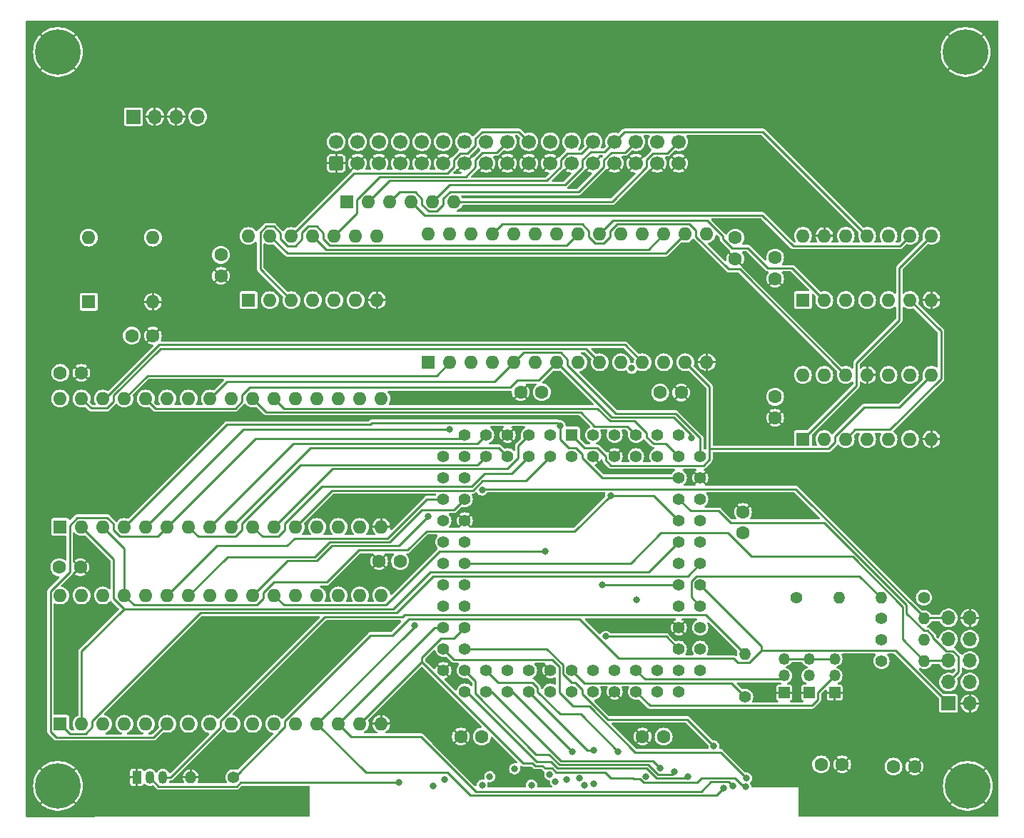
<source format=gbr>
G04 #@! TF.GenerationSoftware,KiCad,Pcbnew,(7.0.0-0)*
G04 #@! TF.CreationDate,2023-07-27T10:02:38+01:00*
G04 #@! TF.ProjectId,SFD700,53464437-3030-42e6-9b69-6361645f7063,rev?*
G04 #@! TF.SameCoordinates,Original*
G04 #@! TF.FileFunction,Copper,L3,Inr*
G04 #@! TF.FilePolarity,Positive*
%FSLAX46Y46*%
G04 Gerber Fmt 4.6, Leading zero omitted, Abs format (unit mm)*
G04 Created by KiCad (PCBNEW (7.0.0-0)) date 2023-07-27 10:02:38*
%MOMM*%
%LPD*%
G01*
G04 APERTURE LIST*
G04 Aperture macros list*
%AMRoundRect*
0 Rectangle with rounded corners*
0 $1 Rounding radius*
0 $2 $3 $4 $5 $6 $7 $8 $9 X,Y pos of 4 corners*
0 Add a 4 corners polygon primitive as box body*
4,1,4,$2,$3,$4,$5,$6,$7,$8,$9,$2,$3,0*
0 Add four circle primitives for the rounded corners*
1,1,$1+$1,$2,$3*
1,1,$1+$1,$4,$5*
1,1,$1+$1,$6,$7*
1,1,$1+$1,$8,$9*
0 Add four rect primitives between the rounded corners*
20,1,$1+$1,$2,$3,$4,$5,0*
20,1,$1+$1,$4,$5,$6,$7,0*
20,1,$1+$1,$6,$7,$8,$9,0*
20,1,$1+$1,$8,$9,$2,$3,0*%
G04 Aperture macros list end*
G04 #@! TA.AperFunction,ComponentPad*
%ADD10R,1.700000X1.700000*%
G04 #@! TD*
G04 #@! TA.AperFunction,ComponentPad*
%ADD11O,1.700000X1.700000*%
G04 #@! TD*
G04 #@! TA.AperFunction,ComponentPad*
%ADD12C,1.600000*%
G04 #@! TD*
G04 #@! TA.AperFunction,ComponentPad*
%ADD13R,1.350000X1.350000*%
G04 #@! TD*
G04 #@! TA.AperFunction,ComponentPad*
%ADD14O,1.350000X1.350000*%
G04 #@! TD*
G04 #@! TA.AperFunction,ComponentPad*
%ADD15R,1.600000X1.600000*%
G04 #@! TD*
G04 #@! TA.AperFunction,ComponentPad*
%ADD16O,1.600000X1.600000*%
G04 #@! TD*
G04 #@! TA.AperFunction,ComponentPad*
%ADD17O,1.400000X1.400000*%
G04 #@! TD*
G04 #@! TA.AperFunction,ComponentPad*
%ADD18C,1.400000*%
G04 #@! TD*
G04 #@! TA.AperFunction,ComponentPad*
%ADD19C,1.422400*%
G04 #@! TD*
G04 #@! TA.AperFunction,ComponentPad*
%ADD20R,1.422400X1.422400*%
G04 #@! TD*
G04 #@! TA.AperFunction,ComponentPad*
%ADD21C,5.400000*%
G04 #@! TD*
G04 #@! TA.AperFunction,ComponentPad*
%ADD22R,1.050000X1.500000*%
G04 #@! TD*
G04 #@! TA.AperFunction,ComponentPad*
%ADD23O,1.050000X1.500000*%
G04 #@! TD*
G04 #@! TA.AperFunction,ComponentPad*
%ADD24RoundRect,0.250000X0.600000X-0.600000X0.600000X0.600000X-0.600000X0.600000X-0.600000X-0.600000X0*%
G04 #@! TD*
G04 #@! TA.AperFunction,ComponentPad*
%ADD25C,1.700000*%
G04 #@! TD*
G04 #@! TA.AperFunction,ViaPad*
%ADD26C,0.800000*%
G04 #@! TD*
G04 #@! TA.AperFunction,Conductor*
%ADD27C,0.250000*%
G04 #@! TD*
G04 APERTURE END LIST*
D10*
X113090799Y-51618999D03*
D11*
X115630799Y-51618999D03*
X118170799Y-51618999D03*
X120710799Y-51618999D03*
D12*
X194685600Y-128524000D03*
X197185600Y-128524000D03*
X112897600Y-77622400D03*
X115397600Y-77622400D03*
X184505600Y-68478400D03*
X184505600Y-65978400D03*
D13*
X196291199Y-119989599D03*
D14*
X196291199Y-117989599D03*
X196291199Y-115989599D03*
D15*
X104393999Y-100329999D03*
D16*
X106933999Y-100329999D03*
X109473999Y-100329999D03*
X112013999Y-100329999D03*
X114553999Y-100329999D03*
X117093999Y-100329999D03*
X119633999Y-100329999D03*
X122173999Y-100329999D03*
X124713999Y-100329999D03*
X127253999Y-100329999D03*
X129793999Y-100329999D03*
X132333999Y-100329999D03*
X134873999Y-100329999D03*
X137413999Y-100329999D03*
X139953999Y-100329999D03*
X142493999Y-100329999D03*
X142493999Y-85089999D03*
X139953999Y-85089999D03*
X137413999Y-85089999D03*
X134873999Y-85089999D03*
X132333999Y-85089999D03*
X129793999Y-85089999D03*
X127253999Y-85089999D03*
X124713999Y-85089999D03*
X122173999Y-85089999D03*
X119633999Y-85089999D03*
X117093999Y-85089999D03*
X114553999Y-85089999D03*
X112013999Y-85089999D03*
X109473999Y-85089999D03*
X106933999Y-85089999D03*
X104393999Y-85089999D03*
D17*
X201802999Y-108711999D03*
D18*
X206883000Y-108712000D03*
D17*
X206933799Y-116230399D03*
D18*
X201853800Y-116230400D03*
D17*
X206908399Y-111175799D03*
D18*
X201828400Y-111175800D03*
D17*
X206908399Y-113690399D03*
D18*
X201828400Y-113690400D03*
D12*
X104414000Y-82042000D03*
X106914000Y-82042000D03*
X123469400Y-68021200D03*
X123469400Y-70521200D03*
D16*
X148091999Y-65536999D03*
X150631999Y-65536999D03*
X153171999Y-65536999D03*
X155711999Y-65536999D03*
X158251999Y-65536999D03*
X160791999Y-65536999D03*
X163331999Y-65536999D03*
X165871999Y-65536999D03*
X168411999Y-65536999D03*
X170951999Y-65536999D03*
X173491999Y-65536999D03*
X176031999Y-65536999D03*
X178571999Y-65536999D03*
X181111999Y-65536999D03*
X181111999Y-80776999D03*
X178571999Y-80776999D03*
X176031999Y-80776999D03*
X173491999Y-80776999D03*
X170951999Y-80776999D03*
X168411999Y-80776999D03*
X165871999Y-80776999D03*
X163331999Y-80776999D03*
X160791999Y-80776999D03*
X158251999Y-80776999D03*
X155711999Y-80776999D03*
X153171999Y-80776999D03*
X150631999Y-80776999D03*
D15*
X148091999Y-80776999D03*
X104393999Y-123702999D03*
D16*
X106933999Y-123702999D03*
X109473999Y-123702999D03*
X112013999Y-123702999D03*
X114553999Y-123702999D03*
X117093999Y-123702999D03*
X119633999Y-123702999D03*
X122173999Y-123702999D03*
X124713999Y-123702999D03*
X127253999Y-123702999D03*
X129793999Y-123702999D03*
X132333999Y-123702999D03*
X134873999Y-123702999D03*
X137413999Y-123702999D03*
X139953999Y-123702999D03*
X142493999Y-123702999D03*
X142493999Y-108462999D03*
X139953999Y-108462999D03*
X137413999Y-108462999D03*
X134873999Y-108462999D03*
X132333999Y-108462999D03*
X129793999Y-108462999D03*
X127253999Y-108462999D03*
X124713999Y-108462999D03*
X122173999Y-108462999D03*
X119633999Y-108462999D03*
X117093999Y-108462999D03*
X114553999Y-108462999D03*
X112013999Y-108462999D03*
X109473999Y-108462999D03*
X106933999Y-108462999D03*
X104393999Y-108462999D03*
D12*
X189225000Y-84866000D03*
X189225000Y-87366000D03*
X189225000Y-68356000D03*
X189225000Y-70856000D03*
X176002000Y-125222000D03*
X173502000Y-125222000D03*
X185420000Y-101052000D03*
X185420000Y-98552000D03*
X154432000Y-125222000D03*
X151932000Y-125222000D03*
X161544000Y-84328000D03*
X159044000Y-84328000D03*
X175584800Y-84378800D03*
X178084800Y-84378800D03*
D11*
X212343999Y-111124999D03*
X209803999Y-111124999D03*
X212343999Y-113664999D03*
X209803999Y-113664999D03*
X212343999Y-116204999D03*
X209803999Y-116204999D03*
X212343999Y-118744999D03*
X209803999Y-118744999D03*
X212343999Y-121284999D03*
D10*
X209803999Y-121284999D03*
D17*
X185673999Y-115417599D03*
D18*
X185674000Y-120497600D03*
D17*
X119887999Y-130047999D03*
D18*
X124968000Y-130048000D03*
D15*
X138429999Y-61721999D03*
D16*
X140969999Y-61721999D03*
X143509999Y-61721999D03*
X146049999Y-61721999D03*
X148589999Y-61721999D03*
X151129999Y-61721999D03*
D15*
X192526999Y-73395999D03*
D16*
X195066999Y-73395999D03*
X197606999Y-73395999D03*
X200146999Y-73395999D03*
X202686999Y-73395999D03*
X205226999Y-73395999D03*
X207766999Y-73395999D03*
X207766999Y-65775999D03*
X205226999Y-65775999D03*
X202686999Y-65775999D03*
X200146999Y-65775999D03*
X197606999Y-65775999D03*
X195066999Y-65775999D03*
X192526999Y-65775999D03*
D15*
X192526999Y-89905999D03*
D16*
X195066999Y-89905999D03*
X197606999Y-89905999D03*
X200146999Y-89905999D03*
X202686999Y-89905999D03*
X205226999Y-89905999D03*
X207766999Y-89905999D03*
X207766999Y-82285999D03*
X205226999Y-82285999D03*
X202686999Y-82285999D03*
X200146999Y-82285999D03*
X197606999Y-82285999D03*
X195066999Y-82285999D03*
X192526999Y-82285999D03*
D19*
X167640000Y-91948000D03*
X167640000Y-89408000D03*
X170180000Y-91948000D03*
X170180000Y-89408000D03*
X172720000Y-91948000D03*
X172720000Y-89408000D03*
X175260000Y-91948000D03*
X175260000Y-89408000D03*
X177800000Y-91948000D03*
X177800000Y-89408000D03*
X180340000Y-91948000D03*
X177800000Y-94488000D03*
X180340000Y-94488000D03*
X177800000Y-97028000D03*
X180340000Y-97028000D03*
X177800000Y-99568000D03*
X180340000Y-99568000D03*
X177800000Y-102108000D03*
X180340000Y-102108000D03*
X177800000Y-104648000D03*
X180340000Y-104648000D03*
X177800000Y-107188000D03*
X180340000Y-107188000D03*
X177800000Y-109728000D03*
X180340000Y-109728000D03*
X177800000Y-112268000D03*
X180340000Y-112268000D03*
X177800000Y-114808000D03*
X180340000Y-114808000D03*
X177800000Y-117348000D03*
X180340000Y-117348000D03*
X177800000Y-119888000D03*
X175260000Y-117348000D03*
X175260000Y-119888000D03*
X172720000Y-117348000D03*
X172720000Y-119888000D03*
X170180000Y-117348000D03*
X170180000Y-119888000D03*
X167640000Y-117348000D03*
X167640000Y-119888000D03*
X165100000Y-117348000D03*
X165100000Y-119888000D03*
X162560000Y-117348000D03*
X162560000Y-119888000D03*
X160020000Y-117348000D03*
X160020000Y-119888000D03*
X157480000Y-117348000D03*
X157480000Y-119888000D03*
X154940000Y-117348000D03*
X154940000Y-119888000D03*
X152400000Y-117348000D03*
X152400000Y-119888000D03*
X149860000Y-117348000D03*
X152400000Y-114808000D03*
X149860000Y-114808000D03*
X152400000Y-112268000D03*
X149860000Y-112268000D03*
X152400000Y-109728000D03*
X149860000Y-109728000D03*
X152400000Y-107188000D03*
X149860000Y-107188000D03*
X152400000Y-104648000D03*
X149860000Y-104648000D03*
X152400000Y-102108000D03*
X149860000Y-102108000D03*
X152400000Y-99568000D03*
X149860000Y-99568000D03*
X152400000Y-97028000D03*
X149860000Y-97028000D03*
X152400000Y-94488000D03*
X149860000Y-94488000D03*
X152400000Y-91948000D03*
X149860000Y-91948000D03*
X152400000Y-89408000D03*
X154940000Y-91948000D03*
X154940000Y-89408000D03*
X157480000Y-91948000D03*
X157480000Y-89408000D03*
X160020000Y-91948000D03*
X160020000Y-89408000D03*
X162560000Y-91948000D03*
X162560000Y-89408000D03*
X165100000Y-91948000D03*
D20*
X165099999Y-89407999D03*
D12*
X144740000Y-104394000D03*
X142240000Y-104394000D03*
D21*
X104140000Y-131064000D03*
D12*
X203270800Y-128778000D03*
X205770800Y-128778000D03*
D13*
X190296799Y-119991999D03*
D14*
X190296799Y-117991999D03*
X190296799Y-115991999D03*
D13*
X193296799Y-119991999D03*
D14*
X193296799Y-117991999D03*
X193296799Y-115991999D03*
D16*
X107779999Y-65971999D03*
X115399999Y-65971999D03*
X115399999Y-73591999D03*
D15*
X107779999Y-73591999D03*
D17*
X196799199Y-108711999D03*
D18*
X191719200Y-108712000D03*
D21*
X212090000Y-131064000D03*
D22*
X113487199Y-130047999D03*
D23*
X115011199Y-130047999D03*
X116585999Y-130047999D03*
D12*
X104292400Y-105105200D03*
X106792400Y-105105200D03*
D21*
X104140000Y-43942000D03*
X211836000Y-43942000D03*
D24*
X137160000Y-57150000D03*
D25*
X137160000Y-54610000D03*
X139700000Y-57150000D03*
X139700000Y-54610000D03*
X142240000Y-57150000D03*
X142240000Y-54610000D03*
X144780000Y-57150000D03*
X144780000Y-54610000D03*
X147320000Y-57150000D03*
X147320000Y-54610000D03*
X149860000Y-57150000D03*
X149860000Y-54610000D03*
X152400000Y-57150000D03*
X152400000Y-54610000D03*
X154940000Y-57150000D03*
X154940000Y-54610000D03*
X157480000Y-57150000D03*
X157480000Y-54610000D03*
X160020000Y-57150000D03*
X160020000Y-54610000D03*
X162560000Y-57150000D03*
X162560000Y-54610000D03*
X165100000Y-57150000D03*
X165100000Y-54610000D03*
X167640000Y-57150000D03*
X167640000Y-54610000D03*
X170180000Y-57150000D03*
X170180000Y-54610000D03*
X172720000Y-57150000D03*
X172720000Y-54610000D03*
X175260000Y-57150000D03*
X175260000Y-54610000D03*
X177800000Y-57150000D03*
X177800000Y-54610000D03*
D15*
X126745999Y-73405999D03*
D16*
X129285999Y-73405999D03*
X131825999Y-73405999D03*
X134365999Y-73405999D03*
X136905999Y-73405999D03*
X139445999Y-73405999D03*
X141985999Y-73405999D03*
X141985999Y-65785999D03*
X139445999Y-65785999D03*
X136905999Y-65785999D03*
X134365999Y-65785999D03*
X131825999Y-65785999D03*
X129285999Y-65785999D03*
X126745999Y-65785999D03*
D26*
X161955100Y-103210900D03*
X148059400Y-99067600D03*
X172222000Y-81496400D03*
X169133600Y-113327700D03*
X169711600Y-96585900D03*
X179303500Y-89772800D03*
X163715700Y-88305000D03*
X168714100Y-107188000D03*
X154467200Y-95954500D03*
X149973000Y-130287800D03*
X144627600Y-130683000D03*
X148632200Y-131033000D03*
X154464100Y-130981100D03*
X150590200Y-88733600D03*
X160335700Y-130972100D03*
X162488000Y-129727700D03*
X155374400Y-129963800D03*
X163160400Y-130529800D03*
X158328400Y-129027700D03*
X165145700Y-126998400D03*
X166610000Y-130983300D03*
X167737100Y-126835800D03*
X167709200Y-130807400D03*
X170622100Y-126982900D03*
X166007300Y-130150200D03*
X172820500Y-108994900D03*
X164513800Y-130300000D03*
X175587500Y-128938400D03*
X173903400Y-129944800D03*
X177258900Y-129405100D03*
X178843600Y-129935200D03*
X146423700Y-112033400D03*
X183102400Y-131300700D03*
X181963100Y-126324300D03*
X184181100Y-131052600D03*
X185831500Y-130152000D03*
X185758800Y-131192100D03*
D27*
X116086200Y-131123000D02*
X115011200Y-130048000D01*
X125782569Y-130683000D02*
X125342569Y-131123000D01*
X144627600Y-130683000D02*
X125782569Y-130683000D01*
X125342569Y-131123000D02*
X116086200Y-131123000D01*
X194297200Y-119983600D02*
X196291200Y-117989600D01*
X194297200Y-120808900D02*
X194297200Y-119983600D01*
X193583100Y-121523000D02*
X194297200Y-120808900D01*
X174355000Y-121523000D02*
X193583100Y-121523000D01*
X172720000Y-119888000D02*
X174355000Y-121523000D01*
X189895900Y-118392900D02*
X190296800Y-117992000D01*
X173764900Y-118392900D02*
X189895900Y-118392900D01*
X172720000Y-117348000D02*
X173764900Y-118392900D01*
X149439800Y-103210900D02*
X161955100Y-103210900D01*
X143044600Y-109606100D02*
X149439800Y-103210900D01*
X130937100Y-109606100D02*
X143044600Y-109606100D01*
X129794000Y-108463000D02*
X130937100Y-109606100D01*
X130953500Y-86249500D02*
X129794000Y-85090000D01*
X168167600Y-86249500D02*
X130953500Y-86249500D01*
X169666800Y-87748700D02*
X168167600Y-86249500D01*
X172536600Y-87748700D02*
X169666800Y-87748700D01*
X173990000Y-89202100D02*
X172536600Y-87748700D01*
X173990000Y-89658500D02*
X173990000Y-89202100D01*
X174776100Y-90444600D02*
X173990000Y-89658500D01*
X176296600Y-90444600D02*
X174776100Y-90444600D01*
X177800000Y-91948000D02*
X176296600Y-90444600D01*
X176268900Y-67840100D02*
X178572000Y-65537000D01*
X131340100Y-67840100D02*
X176268900Y-67840100D01*
X129286000Y-65786000D02*
X131340100Y-67840100D01*
X174191700Y-67377300D02*
X176032000Y-65537000D01*
X135957300Y-67377300D02*
X174191700Y-67377300D01*
X134366000Y-65786000D02*
X135957300Y-67377300D01*
X164486900Y-66922100D02*
X165872000Y-65537000D01*
X136400400Y-66922100D02*
X164486900Y-66922100D01*
X135636000Y-66157700D02*
X136400400Y-66922100D01*
X135636000Y-65418700D02*
X135636000Y-66157700D01*
X134858900Y-64641600D02*
X135636000Y-65418700D01*
X133859800Y-64641600D02*
X134858900Y-64641600D01*
X133096000Y-65405400D02*
X133859800Y-64641600D01*
X133096000Y-66162700D02*
X133096000Y-65405400D01*
X132304100Y-66954600D02*
X133096000Y-66162700D01*
X131348300Y-66954600D02*
X132304100Y-66954600D01*
X130556000Y-66162300D02*
X131348300Y-66954600D01*
X130556000Y-65455800D02*
X130556000Y-66162300D01*
X129733500Y-64633300D02*
X130556000Y-65455800D01*
X128847000Y-64633300D02*
X129733500Y-64633300D01*
X128124500Y-65355800D02*
X128847000Y-64633300D01*
X128124500Y-69704500D02*
X128124500Y-65355800D01*
X131826000Y-73406000D02*
X128124500Y-69704500D01*
X156855400Y-64393600D02*
X155712000Y-65537000D01*
X166320900Y-64393600D02*
X156855400Y-64393600D01*
X167142000Y-65214700D02*
X166320900Y-64393600D01*
X167142000Y-65898100D02*
X167142000Y-65214700D01*
X167915500Y-66671600D02*
X167142000Y-65898100D01*
X168915000Y-66671600D02*
X167915500Y-66671600D01*
X169682000Y-65904600D02*
X168915000Y-66671600D01*
X169682000Y-65215400D02*
X169682000Y-65904600D01*
X170512300Y-64385100D02*
X169682000Y-65215400D01*
X179091300Y-64385100D02*
X170512300Y-64385100D01*
X179842000Y-65135800D02*
X179091300Y-64385100D01*
X179842000Y-65860100D02*
X179842000Y-65135800D01*
X183698200Y-69716300D02*
X179842000Y-65860100D01*
X185037300Y-69716300D02*
X183698200Y-69716300D01*
X197607000Y-82286000D02*
X185037300Y-69716300D01*
X144571600Y-102555400D02*
X148059400Y-99067600D01*
X136649900Y-102555400D02*
X144571600Y-102555400D01*
X134870900Y-104334400D02*
X136649900Y-102555400D01*
X131382600Y-104334400D02*
X134870900Y-104334400D01*
X127254000Y-108463000D02*
X131382600Y-104334400D01*
X128864900Y-86700900D02*
X127254000Y-85090000D01*
X166151500Y-86700900D02*
X128864900Y-86700900D01*
X167822000Y-88371400D02*
X166151500Y-86700900D01*
X171683400Y-88371400D02*
X167822000Y-88371400D01*
X172720000Y-89408000D02*
X171683400Y-88371400D01*
X170014300Y-63934700D02*
X168412000Y-65537000D01*
X181167400Y-63934700D02*
X170014300Y-63934700D01*
X183029600Y-65796900D02*
X181167400Y-63934700D01*
X183029600Y-66116700D02*
X183029600Y-65796900D01*
X184141300Y-67228400D02*
X183029600Y-66116700D01*
X186003900Y-67228400D02*
X184141300Y-67228400D01*
X188381500Y-69606000D02*
X186003900Y-67228400D01*
X191277000Y-69606000D02*
X188381500Y-69606000D01*
X195067000Y-73396000D02*
X191277000Y-69606000D01*
X176319700Y-113327700D02*
X169133600Y-113327700D01*
X177800000Y-114808000D02*
X176319700Y-113327700D01*
X105557300Y-124866300D02*
X104394000Y-123703000D01*
X107390100Y-124866300D02*
X105557300Y-124866300D01*
X108204000Y-124052400D02*
X107390100Y-124866300D01*
X108204000Y-123346000D02*
X108204000Y-124052400D01*
X121043100Y-110506900D02*
X108204000Y-123346000D01*
X144322300Y-110506900D02*
X121043100Y-110506900D01*
X148686100Y-106143100D02*
X144322300Y-110506900D01*
X178844900Y-106143100D02*
X148686100Y-106143100D01*
X180340000Y-104648000D02*
X178844900Y-106143100D01*
X109724500Y-85090000D02*
X109474000Y-85090000D01*
X116136900Y-78677600D02*
X109724500Y-85090000D01*
X171392600Y-78677600D02*
X116136900Y-78677600D01*
X173492000Y-80777000D02*
X171392600Y-78677600D01*
X106934000Y-115101100D02*
X111978600Y-110056500D01*
X106934000Y-123703000D02*
X106934000Y-115101100D01*
X143908800Y-110056500D02*
X111978600Y-110056500D01*
X148280700Y-105684600D02*
X143908800Y-110056500D01*
X174223400Y-105684600D02*
X148280700Y-105684600D01*
X177800000Y-102108000D02*
X174223400Y-105684600D01*
X110744000Y-104140000D02*
X106934000Y-100330000D01*
X110744000Y-108821900D02*
X110744000Y-104140000D01*
X111978600Y-110056500D02*
X110744000Y-108821900D01*
X108077000Y-86233000D02*
X106934000Y-85090000D01*
X109922800Y-86233000D02*
X108077000Y-86233000D01*
X110744000Y-85411800D02*
X109922800Y-86233000D01*
X110744000Y-84707400D02*
X110744000Y-85411800D01*
X116271800Y-79179600D02*
X110744000Y-84707400D01*
X166814600Y-79179600D02*
X116271800Y-79179600D01*
X168412000Y-80777000D02*
X166814600Y-79179600D01*
X174817900Y-96585900D02*
X169711600Y-96585900D01*
X177800000Y-99568000D02*
X174817900Y-96585900D01*
X112014000Y-102870000D02*
X112014000Y-108463000D01*
X109474000Y-100330000D02*
X112014000Y-102870000D01*
X165459500Y-100838000D02*
X169711600Y-96585900D01*
X147850700Y-100838000D02*
X165459500Y-100838000D01*
X145622000Y-103066700D02*
X147850700Y-100838000D01*
X139835900Y-103066700D02*
X145622000Y-103066700D01*
X136025900Y-106876700D02*
X139835900Y-103066700D01*
X129758500Y-106876700D02*
X136025900Y-106876700D01*
X128524000Y-108111200D02*
X129758500Y-106876700D01*
X128524000Y-108822000D02*
X128524000Y-108111200D01*
X127739900Y-109606100D02*
X128524000Y-108822000D01*
X113157100Y-109606100D02*
X127739900Y-109606100D01*
X112014000Y-108463000D02*
X113157100Y-109606100D01*
X161203200Y-82905800D02*
X163332000Y-80777000D01*
X158663200Y-82905800D02*
X161203200Y-82905800D01*
X157802500Y-83766500D02*
X158663200Y-82905800D01*
X126919900Y-83766500D02*
X157802500Y-83766500D01*
X125984000Y-84702400D02*
X126919900Y-83766500D01*
X125984000Y-85427700D02*
X125984000Y-84702400D01*
X125168200Y-86243500D02*
X125984000Y-85427700D01*
X115707500Y-86243500D02*
X125168200Y-86243500D01*
X114554000Y-85090000D02*
X115707500Y-86243500D01*
X179303400Y-89772800D02*
X179303500Y-89772800D01*
X179303400Y-89416300D02*
X179303400Y-89772800D01*
X177185400Y-87298300D02*
X179303400Y-89416300D01*
X169853300Y-87298300D02*
X177185400Y-87298300D01*
X163332000Y-80777000D02*
X169853300Y-87298300D01*
X163715700Y-89914700D02*
X163715700Y-88305000D01*
X164712400Y-90911400D02*
X163715700Y-89914700D01*
X165547000Y-90911400D02*
X164712400Y-90911400D01*
X166370000Y-91734400D02*
X165547000Y-90911400D01*
X166370000Y-92153900D02*
X166370000Y-91734400D01*
X168704100Y-94488000D02*
X166370000Y-92153900D01*
X177800000Y-94488000D02*
X168704100Y-94488000D01*
X163386200Y-87975500D02*
X163715700Y-88305000D01*
X141354600Y-87975500D02*
X163386200Y-87975500D01*
X141178600Y-88151500D02*
X141354600Y-87975500D01*
X124192500Y-88151500D02*
X141178600Y-88151500D01*
X112014000Y-100330000D02*
X124192500Y-88151500D01*
X199237500Y-106146500D02*
X201803000Y-108712000D01*
X179905700Y-106146500D02*
X199237500Y-106146500D01*
X179268400Y-106783800D02*
X179905700Y-106146500D01*
X179268400Y-108656400D02*
X179268400Y-106783800D01*
X180340000Y-109728000D02*
X179268400Y-108656400D01*
X195584500Y-91046200D02*
X181421600Y-91046200D01*
X196337000Y-90293700D02*
X195584500Y-91046200D01*
X196337000Y-89555900D02*
X196337000Y-90293700D01*
X199811200Y-86081700D02*
X196337000Y-89555900D01*
X203971300Y-86081700D02*
X199811200Y-86081700D01*
X207767000Y-82286000D02*
X203971300Y-86081700D01*
X181421600Y-92337400D02*
X181421600Y-91046200D01*
X180713700Y-93045300D02*
X181421600Y-92337400D01*
X169775000Y-93045300D02*
X180713700Y-93045300D01*
X169143400Y-92413700D02*
X169775000Y-93045300D01*
X169143400Y-91930900D02*
X169143400Y-92413700D01*
X168123900Y-90911400D02*
X169143400Y-91930900D01*
X166603400Y-90911400D02*
X168123900Y-90911400D01*
X165100000Y-89408000D02*
X166603400Y-90911400D01*
X181421600Y-83626600D02*
X178572000Y-80777000D01*
X181421600Y-91046200D02*
X181421600Y-83626600D01*
X177800000Y-107188000D02*
X168714100Y-107188000D01*
X124172900Y-83091100D02*
X122174000Y-85090000D01*
X155937900Y-83091100D02*
X124172900Y-83091100D01*
X158252000Y-80777000D02*
X155937900Y-83091100D01*
X159399000Y-79630000D02*
X158252000Y-80777000D01*
X163795200Y-79630000D02*
X159399000Y-79630000D01*
X164602000Y-80436800D02*
X163795200Y-79630000D01*
X164602000Y-81100200D02*
X164602000Y-80436800D01*
X170349800Y-86848000D02*
X164602000Y-81100200D01*
X177410000Y-86848000D02*
X170349800Y-86848000D01*
X180340000Y-89778000D02*
X177410000Y-86848000D01*
X180340000Y-91948000D02*
X180340000Y-89778000D01*
X203957000Y-69586000D02*
X207767000Y-65776000D01*
X203957000Y-75773000D02*
X203957000Y-69586000D01*
X198877000Y-80853000D02*
X203957000Y-75773000D01*
X198877000Y-83556000D02*
X198877000Y-80853000D01*
X192527000Y-89906000D02*
X198877000Y-83556000D01*
X208900600Y-77069600D02*
X205227000Y-73396000D01*
X208900600Y-82746200D02*
X208900600Y-77069600D01*
X202866200Y-88780600D02*
X208900600Y-82746200D01*
X198732400Y-88780600D02*
X202866200Y-88780600D01*
X197607000Y-89906000D02*
X198732400Y-88780600D01*
X184019700Y-118843300D02*
X185674000Y-120497600D01*
X166595300Y-118843300D02*
X184019700Y-118843300D01*
X165100000Y-117348000D02*
X166595300Y-118843300D01*
X206908400Y-111125000D02*
X209804000Y-111125000D01*
X206908400Y-111125000D02*
X206908400Y-111175800D01*
X154590800Y-95830900D02*
X154467200Y-95954500D01*
X191690900Y-95830900D02*
X154590800Y-95830900D01*
X206908400Y-111048400D02*
X191690900Y-95830900D01*
X206908400Y-111125000D02*
X206908400Y-111048400D01*
X206959200Y-116205000D02*
X206933800Y-116230400D01*
X209804000Y-116205000D02*
X206959200Y-116205000D01*
X172083300Y-104648000D02*
X152400000Y-104648000D01*
X175684400Y-101046900D02*
X172083300Y-104648000D01*
X183588100Y-101046900D02*
X175684400Y-101046900D01*
X186388500Y-103847300D02*
X183588100Y-101046900D01*
X198408700Y-103847300D02*
X186388500Y-103847300D01*
X204368500Y-109807100D02*
X198408700Y-103847300D01*
X204368500Y-113665100D02*
X204368500Y-109807100D01*
X206933800Y-116230400D02*
X204368500Y-113665100D01*
X181034900Y-110778500D02*
X185674000Y-115417600D01*
X145231500Y-110778500D02*
X181034900Y-110778500D01*
X145006300Y-111003700D02*
X145231500Y-110778500D01*
X135789700Y-111003700D02*
X145006300Y-111003700D01*
X123444000Y-123349400D02*
X135789700Y-111003700D01*
X123444000Y-124089700D02*
X123444000Y-123349400D01*
X117485700Y-130048000D02*
X123444000Y-124089700D01*
X116586000Y-130048000D02*
X117485700Y-130048000D01*
X196288800Y-115992000D02*
X193296800Y-115992000D01*
X196291200Y-115989600D02*
X196288800Y-115992000D01*
X193296800Y-115992000D02*
X190296800Y-115992000D01*
X169890700Y-61722000D02*
X151130000Y-61722000D01*
X173990000Y-57622700D02*
X169890700Y-61722000D01*
X173990000Y-56719000D02*
X173990000Y-57622700D01*
X174734400Y-55974600D02*
X173990000Y-56719000D01*
X176435400Y-55974600D02*
X174734400Y-55974600D01*
X177800000Y-54610000D02*
X176435400Y-55974600D01*
X171450000Y-55880000D02*
X172720000Y-54610000D01*
X169783600Y-55880000D02*
X171450000Y-55880000D01*
X168910000Y-56753600D02*
X169783600Y-55880000D01*
X168910000Y-57543500D02*
X168910000Y-56753600D01*
X165899900Y-60553600D02*
X168910000Y-57543500D01*
X150651000Y-60553600D02*
X165899900Y-60553600D01*
X149860000Y-61344600D02*
X150651000Y-60553600D01*
X149860000Y-62111800D02*
X149860000Y-61344600D01*
X149097900Y-62873900D02*
X149860000Y-62111800D01*
X148139400Y-62873900D02*
X149097900Y-62873900D01*
X147320000Y-62054500D02*
X148139400Y-62873900D01*
X147320000Y-61371200D02*
X147320000Y-62054500D01*
X146531200Y-60582400D02*
X147320000Y-61371200D01*
X144649600Y-60582400D02*
X146531200Y-60582400D01*
X143510000Y-61722000D02*
X144649600Y-60582400D01*
X169004600Y-55785400D02*
X170180000Y-54610000D01*
X167335300Y-55785400D02*
X169004600Y-55785400D01*
X166370000Y-56750700D02*
X167335300Y-55785400D01*
X166370000Y-57636500D02*
X166370000Y-56750700D01*
X164276000Y-59730500D02*
X166370000Y-57636500D01*
X150581500Y-59730500D02*
X164276000Y-59730500D01*
X148590000Y-61722000D02*
X150581500Y-59730500D01*
X187802700Y-53431700D02*
X200147000Y-65776000D01*
X171358300Y-53431700D02*
X187802700Y-53431700D01*
X170180000Y-54610000D02*
X171358300Y-53431700D01*
X166275400Y-55974600D02*
X167640000Y-54610000D01*
X164574400Y-55974600D02*
X166275400Y-55974600D01*
X163830000Y-56719000D02*
X164574400Y-55974600D01*
X163830000Y-57543100D02*
X163830000Y-56719000D01*
X162147100Y-59226000D02*
X163830000Y-57543100D01*
X143466000Y-59226000D02*
X162147100Y-59226000D01*
X140970000Y-61722000D02*
X143466000Y-59226000D01*
X139286700Y-58325300D02*
X131826000Y-65786000D01*
X150386900Y-58325300D02*
X139286700Y-58325300D01*
X151130000Y-57582200D02*
X150386900Y-58325300D01*
X151130000Y-56719000D02*
X151130000Y-57582200D01*
X151874400Y-55974600D02*
X151130000Y-56719000D01*
X152727400Y-55974600D02*
X151874400Y-55974600D01*
X153652100Y-55049900D02*
X152727400Y-55974600D01*
X153652100Y-54235400D02*
X153652100Y-55049900D01*
X154478800Y-53408700D02*
X153652100Y-54235400D01*
X158818700Y-53408700D02*
X154478800Y-53408700D01*
X160020000Y-54610000D02*
X158818700Y-53408700D01*
X139611700Y-63080300D02*
X136906000Y-65786000D01*
X139611700Y-61457700D02*
X139611700Y-63080300D01*
X142293700Y-58775700D02*
X139611700Y-61457700D01*
X152517000Y-58775700D02*
X142293700Y-58775700D01*
X153670000Y-57622700D02*
X152517000Y-58775700D01*
X153670000Y-56725300D02*
X153670000Y-57622700D01*
X154515300Y-55880000D02*
X153670000Y-56725300D01*
X156210000Y-55880000D02*
X154515300Y-55880000D01*
X157480000Y-54610000D02*
X156210000Y-55880000D01*
X204029300Y-66973700D02*
X205227000Y-65776000D01*
X191371100Y-66973700D02*
X204029300Y-66973700D01*
X187721700Y-63324300D02*
X191371100Y-66973700D01*
X147652300Y-63324300D02*
X187721700Y-63324300D01*
X146050000Y-61722000D02*
X147652300Y-63324300D01*
X159634400Y-94873600D02*
X162560000Y-91948000D01*
X154489300Y-94873600D02*
X159634400Y-94873600D01*
X153371400Y-95991500D02*
X154489300Y-94873600D01*
X136672500Y-95991500D02*
X153371400Y-95991500D01*
X132334000Y-100330000D02*
X136672500Y-95991500D01*
X136688700Y-93435300D02*
X129794000Y-100330000D01*
X157468600Y-93435300D02*
X136688700Y-93435300D01*
X158750000Y-92153900D02*
X157468600Y-93435300D01*
X158750000Y-90678000D02*
X158750000Y-92153900D01*
X160020000Y-89408000D02*
X158750000Y-90678000D01*
X128382900Y-101458900D02*
X127254000Y-100330000D01*
X130293800Y-101458900D02*
X128382900Y-101458900D01*
X131064000Y-100688700D02*
X130293800Y-101458900D01*
X131064000Y-99944800D02*
X131064000Y-100688700D01*
X135467800Y-95541000D02*
X131064000Y-99944800D01*
X153185000Y-95541000D02*
X135467800Y-95541000D01*
X154740500Y-93985500D02*
X153185000Y-95541000D01*
X157982500Y-93985500D02*
X154740500Y-93985500D01*
X160020000Y-91948000D02*
X157982500Y-93985500D01*
X210980900Y-117568100D02*
X209804000Y-118745000D01*
X210980900Y-115680900D02*
X210980900Y-117568100D01*
X210329600Y-115029600D02*
X210980900Y-115680900D01*
X209489100Y-115029600D02*
X210329600Y-115029600D01*
X207959200Y-113499700D02*
X209489100Y-115029600D01*
X207959200Y-113280200D02*
X207959200Y-113499700D01*
X207326800Y-112647800D02*
X207959200Y-113280200D01*
X206874600Y-112647800D02*
X207326800Y-112647800D01*
X204818900Y-110592100D02*
X206874600Y-112647800D01*
X204818900Y-109595800D02*
X204818900Y-110592100D01*
X195025100Y-99802000D02*
X204818900Y-109595800D01*
X183921800Y-99802000D02*
X195025100Y-99802000D01*
X182541600Y-98421800D02*
X183921800Y-99802000D01*
X179193800Y-98421800D02*
X182541600Y-98421800D01*
X177800000Y-97028000D02*
X179193800Y-98421800D01*
X156443400Y-90911400D02*
X157480000Y-91948000D01*
X134132600Y-90911400D02*
X156443400Y-90911400D01*
X124714000Y-100330000D02*
X134132600Y-90911400D01*
X153887000Y-90461000D02*
X154940000Y-89408000D01*
X132043000Y-90461000D02*
X153887000Y-90461000D01*
X122174000Y-100330000D02*
X132043000Y-90461000D01*
X153903300Y-92984700D02*
X154940000Y-91948000D01*
X132944100Y-92984700D02*
X153903300Y-92984700D01*
X125984000Y-99944800D02*
X132944100Y-92984700D01*
X125984000Y-100688700D02*
X125984000Y-99944800D01*
X125213800Y-101458900D02*
X125984000Y-100688700D01*
X120762900Y-101458900D02*
X125213800Y-101458900D01*
X119634000Y-100330000D02*
X120762900Y-101458900D01*
X203505700Y-114986700D02*
X209804000Y-121285000D01*
X187598700Y-114986700D02*
X203505700Y-114986700D01*
X187598700Y-114446700D02*
X187598700Y-114986700D01*
X180340000Y-107188000D02*
X187598700Y-114446700D01*
X186133100Y-116452300D02*
X187598700Y-114986700D01*
X184789500Y-116452300D02*
X186133100Y-116452300D01*
X184263200Y-115926000D02*
X184789500Y-116452300D01*
X170702800Y-115926000D02*
X184263200Y-115926000D01*
X166005600Y-111228800D02*
X170702800Y-115926000D01*
X145736300Y-111228800D02*
X166005600Y-111228800D01*
X143790600Y-113174500D02*
X145736300Y-111228800D01*
X141235500Y-113174500D02*
X143790600Y-113174500D01*
X131064000Y-123346000D02*
X141235500Y-113174500D01*
X131064000Y-124061700D02*
X131064000Y-123346000D01*
X125077700Y-130048000D02*
X131064000Y-124061700D01*
X124968000Y-130048000D02*
X125077700Y-130048000D01*
X115946700Y-101477300D02*
X117094000Y-100330000D01*
X111508900Y-101477300D02*
X115946700Y-101477300D01*
X110744000Y-100712400D02*
X111508900Y-101477300D01*
X110744000Y-99948000D02*
X110744000Y-100712400D01*
X109998900Y-99202900D02*
X110744000Y-99948000D01*
X106446200Y-99202900D02*
X109998900Y-99202900D01*
X105519400Y-100129700D02*
X106446200Y-99202900D01*
X105519400Y-105681400D02*
X105519400Y-100129700D01*
X103268600Y-107932200D02*
X105519400Y-105681400D01*
X103268600Y-124640900D02*
X103268600Y-107932200D01*
X103944400Y-125316700D02*
X103268600Y-124640900D01*
X115480300Y-125316700D02*
X103944400Y-125316700D01*
X117094000Y-123703000D02*
X115480300Y-125316700D01*
X151938200Y-89869800D02*
X152400000Y-89408000D01*
X127554200Y-89869800D02*
X151938200Y-89869800D01*
X117094000Y-100330000D02*
X127554200Y-89869800D01*
X126150400Y-88733600D02*
X150590200Y-88733600D01*
X114554000Y-100330000D02*
X126150400Y-88733600D01*
X123001500Y-102555500D02*
X117094000Y-108463000D01*
X131329300Y-102555500D02*
X123001500Y-102555500D01*
X132230100Y-101654700D02*
X131329300Y-102555500D01*
X143263600Y-101654700D02*
X132230100Y-101654700D01*
X147890300Y-97028000D02*
X143263600Y-101654700D01*
X149860000Y-97028000D02*
X147890300Y-97028000D01*
X151130000Y-98298000D02*
X152400000Y-97028000D01*
X147304900Y-98298000D02*
X151130000Y-98298000D01*
X143497900Y-102105000D02*
X147304900Y-98298000D01*
X136370500Y-102105000D02*
X143497900Y-102105000D01*
X134618700Y-103856800D02*
X136370500Y-102105000D01*
X124240200Y-103856800D02*
X134618700Y-103856800D01*
X119634000Y-108463000D02*
X124240200Y-103856800D01*
X158035300Y-119888000D02*
X165145700Y-126998400D01*
X157480000Y-119888000D02*
X158035300Y-119888000D01*
X166967800Y-126835800D02*
X167737100Y-126835800D01*
X160020000Y-119888000D02*
X166967800Y-126835800D01*
X149056400Y-82352600D02*
X150632000Y-80777000D01*
X114751400Y-82352600D02*
X149056400Y-82352600D01*
X112014000Y-85090000D02*
X114751400Y-82352600D01*
X166178900Y-122539700D02*
X170622100Y-126982900D01*
X163735800Y-122539700D02*
X166178900Y-122539700D01*
X161056600Y-119860500D02*
X163735800Y-122539700D01*
X161056600Y-119394500D02*
X161056600Y-119860500D01*
X160439400Y-118777300D02*
X161056600Y-119394500D01*
X156369300Y-118777300D02*
X160439400Y-118777300D01*
X154940000Y-117348000D02*
X156369300Y-118777300D01*
X174723000Y-128073900D02*
X175587500Y-128938400D01*
X163796600Y-128073900D02*
X174723000Y-128073900D01*
X155610700Y-119888000D02*
X163796600Y-128073900D01*
X154940000Y-119888000D02*
X155610700Y-119888000D01*
X176978700Y-129685300D02*
X177258900Y-129405100D01*
X175306700Y-129685300D02*
X176978700Y-129685300D01*
X174145600Y-128524200D02*
X175306700Y-129685300D01*
X163610000Y-128524200D02*
X174145600Y-128524200D01*
X162396500Y-127310700D02*
X163610000Y-128524200D01*
X160886800Y-127310700D02*
X162396500Y-127310700D01*
X153670000Y-120093900D02*
X160886800Y-127310700D01*
X153670000Y-118618000D02*
X153670000Y-120093900D01*
X152400000Y-117348000D02*
X153670000Y-118618000D01*
X178643200Y-130135600D02*
X178843600Y-129935200D01*
X175120100Y-130135600D02*
X178643200Y-130135600D01*
X173959000Y-128974500D02*
X175120100Y-130135600D01*
X163423400Y-128974500D02*
X173959000Y-128974500D01*
X162660300Y-128211400D02*
X163423400Y-128974500D01*
X160942000Y-128211400D02*
X162660300Y-128211400D01*
X152618600Y-119888000D02*
X160942000Y-128211400D01*
X152400000Y-119888000D02*
X152618600Y-119888000D01*
X146423600Y-112033400D02*
X146423700Y-112033400D01*
X146423600Y-112153400D02*
X146423600Y-112033400D01*
X134874000Y-123703000D02*
X146423600Y-112153400D01*
X182236500Y-132166600D02*
X183102400Y-131300700D01*
X153035300Y-132166600D02*
X182236500Y-132166600D01*
X150366900Y-129498200D02*
X153035300Y-132166600D01*
X140669200Y-129498200D02*
X150366900Y-129498200D01*
X134874000Y-123703000D02*
X140669200Y-129498200D01*
X178808800Y-123170000D02*
X181963100Y-126324300D01*
X169375200Y-123170000D02*
X178808800Y-123170000D01*
X166370000Y-120164800D02*
X169375200Y-123170000D01*
X166370000Y-119666700D02*
X166370000Y-120164800D01*
X165538200Y-118834900D02*
X166370000Y-119666700D01*
X165097500Y-118834900D02*
X165538200Y-118834900D01*
X164059300Y-117796700D02*
X165097500Y-118834900D01*
X164059300Y-116712100D02*
X164059300Y-117796700D01*
X162155200Y-114808000D02*
X164059300Y-116712100D01*
X152400000Y-114808000D02*
X162155200Y-114808000D01*
X148849000Y-112268000D02*
X137414000Y-123703000D01*
X149860000Y-112268000D02*
X148849000Y-112268000D01*
X183681700Y-130553200D02*
X184181100Y-131052600D01*
X181614900Y-130553200D02*
X183681700Y-130553200D01*
X180456800Y-131711300D02*
X181614900Y-130553200D01*
X153738700Y-131711300D02*
X180456800Y-131711300D01*
X147249400Y-125222000D02*
X153738700Y-131711300D01*
X138933000Y-125222000D02*
X147249400Y-125222000D01*
X137414000Y-123703000D02*
X138933000Y-125222000D01*
X182742400Y-127062900D02*
X185831500Y-130152000D01*
X172631200Y-127062900D02*
X182742400Y-127062900D01*
X167201200Y-121632900D02*
X172631200Y-127062900D01*
X165289500Y-121632900D02*
X167201200Y-121632900D01*
X163608900Y-119952300D02*
X165289500Y-121632900D01*
X163608900Y-116898600D02*
X163608900Y-119952300D01*
X162788300Y-116078000D02*
X163608900Y-116898600D01*
X151130000Y-116078000D02*
X162788300Y-116078000D01*
X149860000Y-114808000D02*
X151130000Y-116078000D01*
X147319800Y-116337100D02*
X147319900Y-116337100D01*
X147319800Y-115810200D02*
X147319800Y-116337100D01*
X149592000Y-113538000D02*
X147319800Y-115810200D01*
X151130000Y-113538000D02*
X149592000Y-113538000D01*
X152400000Y-112268000D02*
X151130000Y-113538000D01*
X147319900Y-116337100D02*
X139954000Y-123703000D01*
X185444000Y-130877300D02*
X185758800Y-131192100D01*
X185269000Y-130877300D02*
X185444000Y-130877300D01*
X184494500Y-130102800D02*
X185269000Y-130877300D01*
X180499300Y-130102800D02*
X184494500Y-130102800D01*
X179950700Y-130651400D02*
X180499300Y-130102800D01*
X179501600Y-130651400D02*
X179950700Y-130651400D01*
X179482900Y-130670100D02*
X179501600Y-130651400D01*
X173603000Y-130670100D02*
X179482900Y-130670100D01*
X173198600Y-130265700D02*
X173603000Y-130670100D01*
X172472700Y-130265700D02*
X173198600Y-130265700D01*
X172342700Y-130135700D02*
X172472700Y-130265700D01*
X169699700Y-130135700D02*
X172342700Y-130135700D01*
X169016900Y-129452900D02*
X169699700Y-130135700D01*
X166533700Y-129452900D02*
X169016900Y-129452900D01*
X166505600Y-129424800D02*
X166533700Y-129452900D01*
X163236800Y-129424800D02*
X166505600Y-129424800D01*
X162786500Y-128974500D02*
X163236800Y-129424800D01*
X161958500Y-128974500D02*
X162786500Y-128974500D01*
X161645700Y-128661700D02*
X161958500Y-128974500D01*
X160755400Y-128661700D02*
X161645700Y-128661700D01*
X160464100Y-128370400D02*
X160755400Y-128661700D01*
X159353100Y-128370400D02*
X160464100Y-128370400D01*
X147319900Y-116337100D02*
X159353100Y-128370400D01*
G04 #@! TA.AperFunction,Conductor*
G36*
X215687994Y-40266620D02*
G01*
X215733385Y-40312008D01*
X215750000Y-40374011D01*
X215750000Y-134626000D01*
X215733387Y-134688000D01*
X215688000Y-134733387D01*
X215626000Y-134750000D01*
X192124000Y-134750000D01*
X192062000Y-134733387D01*
X192016613Y-134688000D01*
X192000000Y-134626000D01*
X192000000Y-133238345D01*
X210097711Y-133238345D01*
X210105398Y-133249671D01*
X210322624Y-133431946D01*
X210328422Y-133436263D01*
X210609480Y-133621118D01*
X210615729Y-133624725D01*
X210916347Y-133775702D01*
X210922986Y-133778565D01*
X211239107Y-133893624D01*
X211246004Y-133895689D01*
X211573363Y-133973275D01*
X211580447Y-133974524D01*
X211914611Y-134013582D01*
X211921780Y-134014000D01*
X212258220Y-134014000D01*
X212265388Y-134013582D01*
X212599552Y-133974524D01*
X212606636Y-133973275D01*
X212933995Y-133895689D01*
X212940892Y-133893624D01*
X213257013Y-133778565D01*
X213263652Y-133775702D01*
X213564270Y-133624725D01*
X213570519Y-133621118D01*
X213851577Y-133436263D01*
X213857375Y-133431946D01*
X214074600Y-133249671D01*
X214082287Y-133238345D01*
X214075616Y-133226393D01*
X212101542Y-131252319D01*
X212090000Y-131245655D01*
X212078457Y-131252319D01*
X210104382Y-133226393D01*
X210097711Y-133238345D01*
X192000000Y-133238345D01*
X192000000Y-131266326D01*
X192000000Y-131250000D01*
X191983674Y-131250000D01*
X186534992Y-131250000D01*
X186477366Y-131235797D01*
X186432942Y-131196440D01*
X186411896Y-131140947D01*
X186402990Y-131067605D01*
X209135211Y-131067605D01*
X209154771Y-131403439D01*
X209155610Y-131410619D01*
X209214025Y-131741912D01*
X209215687Y-131748925D01*
X209312177Y-132071223D01*
X209314634Y-132077972D01*
X209447887Y-132386890D01*
X209451120Y-132393326D01*
X209619325Y-132684666D01*
X209623293Y-132690698D01*
X209824186Y-132960546D01*
X209828813Y-132966059D01*
X209905921Y-133047788D01*
X209917409Y-133054798D01*
X209929094Y-133048127D01*
X211901680Y-131075542D01*
X211908344Y-131064000D01*
X211908343Y-131063999D01*
X212271655Y-131063999D01*
X212278319Y-131075542D01*
X214250904Y-133048127D01*
X214262590Y-133054798D01*
X214274076Y-133047791D01*
X214351186Y-132966059D01*
X214355816Y-132960541D01*
X214556706Y-132690698D01*
X214560674Y-132684666D01*
X214728879Y-132393326D01*
X214732112Y-132386890D01*
X214865365Y-132077972D01*
X214867822Y-132071223D01*
X214964312Y-131748925D01*
X214965974Y-131741912D01*
X215024389Y-131410619D01*
X215025228Y-131403439D01*
X215044789Y-131067605D01*
X215044789Y-131060395D01*
X215025228Y-130724560D01*
X215024389Y-130717380D01*
X214965974Y-130386087D01*
X214964312Y-130379074D01*
X214867822Y-130056776D01*
X214865365Y-130050027D01*
X214732112Y-129741109D01*
X214728879Y-129734673D01*
X214560674Y-129443333D01*
X214556706Y-129437301D01*
X214355813Y-129167453D01*
X214351186Y-129161940D01*
X214274077Y-129080210D01*
X214262589Y-129073200D01*
X214250904Y-129079871D01*
X212278319Y-131052457D01*
X212271655Y-131063999D01*
X211908343Y-131063999D01*
X211901680Y-131052457D01*
X209929094Y-129079871D01*
X209917408Y-129073200D01*
X209905923Y-129080207D01*
X209828805Y-129161949D01*
X209824190Y-129167448D01*
X209623293Y-129437301D01*
X209619325Y-129443333D01*
X209451120Y-129734673D01*
X209447887Y-129741109D01*
X209314634Y-130050027D01*
X209312177Y-130056776D01*
X209215687Y-130379074D01*
X209214025Y-130386087D01*
X209155610Y-130717380D01*
X209154771Y-130724560D01*
X209135211Y-131060395D01*
X209135211Y-131067605D01*
X186402990Y-131067605D01*
X186402115Y-131060395D01*
X186398949Y-131034318D01*
X186342587Y-130885705D01*
X186271315Y-130782450D01*
X186250270Y-130726959D01*
X186257424Y-130668041D01*
X186291136Y-130619200D01*
X186324998Y-130589201D01*
X186415287Y-130458395D01*
X186471649Y-130309782D01*
X186490807Y-130152000D01*
X186471649Y-129994218D01*
X186415287Y-129845605D01*
X186351993Y-129753908D01*
X186329257Y-129720969D01*
X186329256Y-129720968D01*
X186324998Y-129714799D01*
X186235850Y-129635820D01*
X186211644Y-129614375D01*
X186211641Y-129614373D01*
X186206029Y-129609401D01*
X186138165Y-129573783D01*
X186071932Y-129539021D01*
X186071929Y-129539019D01*
X186065293Y-129535537D01*
X186038198Y-129528858D01*
X185918252Y-129499294D01*
X185918247Y-129499293D01*
X185910971Y-129497500D01*
X185765056Y-129497500D01*
X185717603Y-129488061D01*
X185677375Y-129461181D01*
X184740194Y-128524000D01*
X193625998Y-128524000D01*
X193626595Y-128530061D01*
X193645760Y-128724653D01*
X193645761Y-128724659D01*
X193646358Y-128730718D01*
X193648125Y-128736543D01*
X193648126Y-128736548D01*
X193691134Y-128878327D01*
X193706655Y-128929492D01*
X193709524Y-128934860D01*
X193709526Y-128934864D01*
X193800565Y-129105185D01*
X193804573Y-129112683D01*
X193808439Y-129117394D01*
X193808440Y-129117395D01*
X193897381Y-129225771D01*
X193936348Y-129273252D01*
X194096917Y-129405027D01*
X194280108Y-129502945D01*
X194478882Y-129563242D01*
X194685600Y-129583602D01*
X194892318Y-129563242D01*
X195091092Y-129502945D01*
X195274283Y-129405027D01*
X195341989Y-129349462D01*
X196542244Y-129349462D01*
X196550056Y-129360750D01*
X196594715Y-129397400D01*
X196604806Y-129404143D01*
X196776465Y-129495896D01*
X196787665Y-129500535D01*
X196973933Y-129557039D01*
X196985828Y-129559405D01*
X197179539Y-129578484D01*
X197191661Y-129578484D01*
X197385371Y-129559405D01*
X197397266Y-129557039D01*
X197583534Y-129500535D01*
X197594734Y-129495896D01*
X197766395Y-129404142D01*
X197776483Y-129397400D01*
X197821141Y-129360751D01*
X197828954Y-129349461D01*
X197822287Y-129337464D01*
X197197142Y-128712319D01*
X197185600Y-128705655D01*
X197174057Y-128712319D01*
X196548912Y-129337463D01*
X196542244Y-129349462D01*
X195341989Y-129349462D01*
X195434852Y-129273252D01*
X195566627Y-129112683D01*
X195664545Y-128929492D01*
X195724842Y-128730718D01*
X195744605Y-128530061D01*
X196131116Y-128530061D01*
X196150194Y-128723771D01*
X196152560Y-128735666D01*
X196209064Y-128921934D01*
X196213703Y-128933134D01*
X196305456Y-129104793D01*
X196312199Y-129114885D01*
X196348848Y-129159542D01*
X196360136Y-129167354D01*
X196372135Y-129160686D01*
X196997280Y-128535542D01*
X197003944Y-128524000D01*
X197367255Y-128524000D01*
X197373919Y-128535542D01*
X197999064Y-129160687D01*
X198011061Y-129167354D01*
X198022351Y-129159541D01*
X198059000Y-129114883D01*
X198065742Y-129104795D01*
X198157496Y-128933134D01*
X198162135Y-128921934D01*
X198205797Y-128778000D01*
X202211198Y-128778000D01*
X202211795Y-128784061D01*
X202230960Y-128978653D01*
X202230961Y-128978659D01*
X202231558Y-128984718D01*
X202233325Y-128990543D01*
X202233326Y-128990548D01*
X202286988Y-129167448D01*
X202291855Y-129183492D01*
X202294724Y-129188860D01*
X202294726Y-129188864D01*
X202386602Y-129360751D01*
X202389773Y-129366683D01*
X202393639Y-129371394D01*
X202393640Y-129371395D01*
X202498603Y-129499294D01*
X202521548Y-129527252D01*
X202682117Y-129659027D01*
X202865308Y-129756945D01*
X203064082Y-129817242D01*
X203270800Y-129837602D01*
X203477518Y-129817242D01*
X203676292Y-129756945D01*
X203859483Y-129659027D01*
X203927189Y-129603462D01*
X205127444Y-129603462D01*
X205135256Y-129614750D01*
X205179915Y-129651400D01*
X205190006Y-129658143D01*
X205361665Y-129749896D01*
X205372865Y-129754535D01*
X205559133Y-129811039D01*
X205571028Y-129813405D01*
X205764739Y-129832484D01*
X205776861Y-129832484D01*
X205970571Y-129813405D01*
X205982466Y-129811039D01*
X206168734Y-129754535D01*
X206179934Y-129749896D01*
X206351595Y-129658142D01*
X206361683Y-129651400D01*
X206406341Y-129614751D01*
X206414154Y-129603461D01*
X206407487Y-129591464D01*
X205782342Y-128966319D01*
X205770800Y-128959655D01*
X205759257Y-128966319D01*
X205134112Y-129591463D01*
X205127444Y-129603462D01*
X203927189Y-129603462D01*
X204020052Y-129527252D01*
X204151827Y-129366683D01*
X204249745Y-129183492D01*
X204310042Y-128984718D01*
X204329805Y-128784061D01*
X204716316Y-128784061D01*
X204735394Y-128977771D01*
X204737760Y-128989666D01*
X204794264Y-129175934D01*
X204798903Y-129187134D01*
X204890656Y-129358793D01*
X204897399Y-129368885D01*
X204934048Y-129413542D01*
X204945336Y-129421354D01*
X204957335Y-129414686D01*
X205582480Y-128789542D01*
X205589144Y-128778000D01*
X205952455Y-128778000D01*
X205959119Y-128789542D01*
X206584264Y-129414687D01*
X206596261Y-129421354D01*
X206607551Y-129413541D01*
X206644200Y-129368883D01*
X206650942Y-129358795D01*
X206742696Y-129187134D01*
X206747335Y-129175934D01*
X206803839Y-128989666D01*
X206806205Y-128977771D01*
X206814884Y-128889653D01*
X210097711Y-128889653D01*
X210104381Y-128901604D01*
X212078457Y-130875680D01*
X212090000Y-130882344D01*
X212101542Y-130875680D01*
X214075617Y-128901604D01*
X214082287Y-128889653D01*
X214074600Y-128878327D01*
X213857375Y-128696053D01*
X213851577Y-128691736D01*
X213570519Y-128506881D01*
X213564270Y-128503274D01*
X213263652Y-128352297D01*
X213257013Y-128349434D01*
X212940892Y-128234375D01*
X212933995Y-128232310D01*
X212606636Y-128154724D01*
X212599552Y-128153475D01*
X212265388Y-128114417D01*
X212258220Y-128114000D01*
X211921780Y-128114000D01*
X211914611Y-128114417D01*
X211580447Y-128153475D01*
X211573363Y-128154724D01*
X211246004Y-128232310D01*
X211239107Y-128234375D01*
X210922986Y-128349434D01*
X210916347Y-128352297D01*
X210615729Y-128503274D01*
X210609480Y-128506881D01*
X210328422Y-128691736D01*
X210322624Y-128696053D01*
X210105398Y-128878327D01*
X210097711Y-128889653D01*
X206814884Y-128889653D01*
X206825284Y-128784061D01*
X206825284Y-128771939D01*
X206806205Y-128578228D01*
X206803839Y-128566333D01*
X206747335Y-128380065D01*
X206742696Y-128368865D01*
X206650943Y-128197206D01*
X206644200Y-128187115D01*
X206607550Y-128142456D01*
X206596262Y-128134644D01*
X206584263Y-128141312D01*
X205959119Y-128766457D01*
X205952455Y-128778000D01*
X205589144Y-128778000D01*
X205582480Y-128766457D01*
X204957335Y-128141312D01*
X204945336Y-128134644D01*
X204934047Y-128142458D01*
X204897399Y-128187115D01*
X204890658Y-128197203D01*
X204798903Y-128368865D01*
X204794264Y-128380065D01*
X204737760Y-128566333D01*
X204735394Y-128578228D01*
X204716316Y-128771939D01*
X204716316Y-128784061D01*
X204329805Y-128784061D01*
X204330402Y-128778000D01*
X204310042Y-128571282D01*
X204249745Y-128372508D01*
X204151827Y-128189317D01*
X204020052Y-128028748D01*
X203927187Y-127952536D01*
X205127444Y-127952536D01*
X205134112Y-127964535D01*
X205759257Y-128589680D01*
X205770800Y-128596344D01*
X205782342Y-128589680D01*
X206407486Y-127964535D01*
X206414154Y-127952536D01*
X206406342Y-127941248D01*
X206361685Y-127904599D01*
X206351593Y-127897856D01*
X206179934Y-127806103D01*
X206168734Y-127801464D01*
X205982466Y-127744960D01*
X205970571Y-127742594D01*
X205776861Y-127723516D01*
X205764739Y-127723516D01*
X205571028Y-127742594D01*
X205559133Y-127744960D01*
X205372865Y-127801464D01*
X205361665Y-127806103D01*
X205190003Y-127897858D01*
X205179915Y-127904599D01*
X205135258Y-127941247D01*
X205127444Y-127952536D01*
X203927187Y-127952536D01*
X203913432Y-127941248D01*
X203864195Y-127900840D01*
X203864194Y-127900839D01*
X203859483Y-127896973D01*
X203854107Y-127894099D01*
X203854105Y-127894098D01*
X203681664Y-127801926D01*
X203681660Y-127801924D01*
X203676292Y-127799055D01*
X203658385Y-127793623D01*
X203483348Y-127740526D01*
X203483343Y-127740525D01*
X203477518Y-127738758D01*
X203471459Y-127738161D01*
X203471453Y-127738160D01*
X203276861Y-127718995D01*
X203270800Y-127718398D01*
X203264739Y-127718995D01*
X203070146Y-127738160D01*
X203070138Y-127738161D01*
X203064082Y-127738758D01*
X203058258Y-127740524D01*
X203058251Y-127740526D01*
X202871135Y-127797287D01*
X202871131Y-127797288D01*
X202865308Y-127799055D01*
X202859942Y-127801922D01*
X202859935Y-127801926D01*
X202687494Y-127894098D01*
X202687487Y-127894102D01*
X202682117Y-127896973D01*
X202677409Y-127900836D01*
X202677404Y-127900840D01*
X202526254Y-128024885D01*
X202526248Y-128024890D01*
X202521548Y-128028748D01*
X202517690Y-128033448D01*
X202517685Y-128033454D01*
X202393640Y-128184604D01*
X202393636Y-128184609D01*
X202389773Y-128189317D01*
X202386902Y-128194687D01*
X202386898Y-128194694D01*
X202294726Y-128367135D01*
X202294722Y-128367142D01*
X202291855Y-128372508D01*
X202290088Y-128378331D01*
X202290087Y-128378335D01*
X202233326Y-128565451D01*
X202233324Y-128565458D01*
X202231558Y-128571282D01*
X202230961Y-128577338D01*
X202230960Y-128577346D01*
X202215281Y-128736548D01*
X202211198Y-128778000D01*
X198205797Y-128778000D01*
X198218639Y-128735666D01*
X198221005Y-128723771D01*
X198240084Y-128530061D01*
X198240084Y-128517939D01*
X198221005Y-128324228D01*
X198218639Y-128312333D01*
X198162135Y-128126065D01*
X198157496Y-128114865D01*
X198065743Y-127943206D01*
X198059000Y-127933115D01*
X198022350Y-127888456D01*
X198011062Y-127880644D01*
X197999063Y-127887312D01*
X197373919Y-128512457D01*
X197367255Y-128524000D01*
X197003944Y-128524000D01*
X196997280Y-128512457D01*
X196372135Y-127887312D01*
X196360136Y-127880644D01*
X196348847Y-127888458D01*
X196312199Y-127933115D01*
X196305458Y-127943203D01*
X196213703Y-128114865D01*
X196209064Y-128126065D01*
X196152560Y-128312333D01*
X196150194Y-128324228D01*
X196131116Y-128517939D01*
X196131116Y-128530061D01*
X195744605Y-128530061D01*
X195745202Y-128524000D01*
X195724842Y-128317282D01*
X195664545Y-128118508D01*
X195566627Y-127935317D01*
X195434852Y-127774748D01*
X195394748Y-127741836D01*
X195341987Y-127698536D01*
X196542244Y-127698536D01*
X196548912Y-127710535D01*
X197174057Y-128335680D01*
X197185599Y-128342344D01*
X197197142Y-128335680D01*
X197822286Y-127710535D01*
X197828954Y-127698536D01*
X197821142Y-127687248D01*
X197776485Y-127650599D01*
X197766393Y-127643856D01*
X197594734Y-127552103D01*
X197583534Y-127547464D01*
X197397266Y-127490960D01*
X197385371Y-127488594D01*
X197191661Y-127469516D01*
X197179539Y-127469516D01*
X196985828Y-127488594D01*
X196973933Y-127490960D01*
X196787665Y-127547464D01*
X196776465Y-127552103D01*
X196604803Y-127643858D01*
X196594715Y-127650599D01*
X196550058Y-127687247D01*
X196542244Y-127698536D01*
X195341987Y-127698536D01*
X195278995Y-127646840D01*
X195278994Y-127646839D01*
X195274283Y-127642973D01*
X195268907Y-127640099D01*
X195268905Y-127640098D01*
X195096464Y-127547926D01*
X195096460Y-127547924D01*
X195091092Y-127545055D01*
X195077721Y-127540999D01*
X194898148Y-127486526D01*
X194898143Y-127486525D01*
X194892318Y-127484758D01*
X194886259Y-127484161D01*
X194886253Y-127484160D01*
X194691661Y-127464995D01*
X194685600Y-127464398D01*
X194679539Y-127464995D01*
X194484946Y-127484160D01*
X194484938Y-127484161D01*
X194478882Y-127484758D01*
X194473058Y-127486524D01*
X194473051Y-127486526D01*
X194285935Y-127543287D01*
X194285931Y-127543288D01*
X194280108Y-127545055D01*
X194274742Y-127547922D01*
X194274735Y-127547926D01*
X194102294Y-127640098D01*
X194102287Y-127640102D01*
X194096917Y-127642973D01*
X194092209Y-127646836D01*
X194092204Y-127646840D01*
X193941054Y-127770885D01*
X193941048Y-127770890D01*
X193936348Y-127774748D01*
X193932490Y-127779448D01*
X193932485Y-127779454D01*
X193808440Y-127930604D01*
X193808436Y-127930609D01*
X193804573Y-127935317D01*
X193801702Y-127940687D01*
X193801698Y-127940694D01*
X193709526Y-128113135D01*
X193709522Y-128113142D01*
X193706655Y-128118508D01*
X193704888Y-128124331D01*
X193704887Y-128124335D01*
X193648126Y-128311451D01*
X193648124Y-128311458D01*
X193646358Y-128317282D01*
X193645761Y-128323338D01*
X193645760Y-128323346D01*
X193628244Y-128501199D01*
X193625998Y-128524000D01*
X184740194Y-128524000D01*
X183047671Y-126831477D01*
X183031542Y-126811615D01*
X183031089Y-126810921D01*
X183031087Y-126810919D01*
X183025468Y-126802318D01*
X183000156Y-126782617D01*
X182996180Y-126779105D01*
X182996051Y-126779259D01*
X182992141Y-126775947D01*
X182988513Y-126772319D01*
X182983699Y-126768882D01*
X182981676Y-126767437D01*
X182971367Y-126760076D01*
X182967280Y-126757028D01*
X182933628Y-126730836D01*
X182933626Y-126730835D01*
X182925519Y-126724525D01*
X182917917Y-126721915D01*
X182911379Y-126717247D01*
X182901541Y-126714318D01*
X182901537Y-126714316D01*
X182860666Y-126702149D01*
X182855785Y-126700585D01*
X182815443Y-126686735D01*
X182815439Y-126686734D01*
X182805727Y-126683400D01*
X182797689Y-126683400D01*
X182789990Y-126681108D01*
X182779724Y-126681532D01*
X182779720Y-126681532D01*
X182737138Y-126683294D01*
X182732014Y-126683400D01*
X182706544Y-126683400D01*
X182648918Y-126669196D01*
X182604494Y-126629840D01*
X182583448Y-126574346D01*
X182590602Y-126515429D01*
X182603249Y-126482082D01*
X182622407Y-126324300D01*
X182603249Y-126166518D01*
X182546887Y-126017905D01*
X182456598Y-125887099D01*
X182391468Y-125829399D01*
X182343244Y-125786675D01*
X182343241Y-125786673D01*
X182337629Y-125781701D01*
X182330989Y-125778216D01*
X182203532Y-125711321D01*
X182203529Y-125711319D01*
X182196893Y-125707837D01*
X182164480Y-125699848D01*
X182049852Y-125671594D01*
X182049847Y-125671593D01*
X182042571Y-125669800D01*
X181896656Y-125669800D01*
X181849203Y-125660361D01*
X181808975Y-125633481D01*
X179114071Y-122938577D01*
X179097942Y-122918715D01*
X179097489Y-122918021D01*
X179097487Y-122918019D01*
X179091868Y-122909418D01*
X179066556Y-122889717D01*
X179062580Y-122886205D01*
X179062451Y-122886359D01*
X179058541Y-122883047D01*
X179054913Y-122879419D01*
X179037767Y-122867176D01*
X179033680Y-122864128D01*
X179000028Y-122837936D01*
X179000026Y-122837935D01*
X178991919Y-122831625D01*
X178984317Y-122829015D01*
X178977779Y-122824347D01*
X178967941Y-122821418D01*
X178967937Y-122821416D01*
X178927066Y-122809249D01*
X178922185Y-122807685D01*
X178881843Y-122793835D01*
X178881839Y-122793834D01*
X178872127Y-122790500D01*
X178864089Y-122790500D01*
X178856390Y-122788208D01*
X178846124Y-122788632D01*
X178846120Y-122788632D01*
X178803538Y-122790394D01*
X178798414Y-122790500D01*
X169583756Y-122790500D01*
X169536303Y-122781061D01*
X169496075Y-122754181D01*
X167785557Y-121043663D01*
X167753730Y-120989054D01*
X167752954Y-120925852D01*
X167783432Y-120870479D01*
X167837241Y-120837322D01*
X168011346Y-120784508D01*
X168179110Y-120694836D01*
X168233297Y-120650366D01*
X169599739Y-120650366D01*
X169607551Y-120661653D01*
X169638695Y-120687213D01*
X169648775Y-120693947D01*
X169805012Y-120777458D01*
X169816211Y-120782097D01*
X169985741Y-120833523D01*
X169997637Y-120835889D01*
X170173939Y-120853254D01*
X170186061Y-120853254D01*
X170362362Y-120835889D01*
X170374258Y-120833523D01*
X170543788Y-120782097D01*
X170554987Y-120777458D01*
X170711219Y-120693950D01*
X170721309Y-120687209D01*
X170752448Y-120661653D01*
X170760259Y-120650366D01*
X170753591Y-120638368D01*
X170191542Y-120076319D01*
X170180000Y-120069655D01*
X170168456Y-120076320D01*
X169606407Y-120638368D01*
X169599739Y-120650366D01*
X168233297Y-120650366D01*
X168326157Y-120574157D01*
X168446836Y-120427110D01*
X168536508Y-120259346D01*
X168591728Y-120077310D01*
X168610373Y-119888000D01*
X168591728Y-119698690D01*
X168536508Y-119516654D01*
X168476963Y-119405253D01*
X168462358Y-119343757D01*
X168479963Y-119283051D01*
X168525202Y-119238909D01*
X168586321Y-119222800D01*
X169238782Y-119222800D01*
X169299901Y-119238909D01*
X169345140Y-119283051D01*
X169362745Y-119343757D01*
X169348140Y-119405253D01*
X169290541Y-119513012D01*
X169285902Y-119524211D01*
X169234476Y-119693741D01*
X169232110Y-119705637D01*
X169214746Y-119881939D01*
X169214746Y-119894061D01*
X169232110Y-120070362D01*
X169234476Y-120082258D01*
X169285902Y-120251788D01*
X169290541Y-120262987D01*
X169374050Y-120419221D01*
X169380790Y-120429309D01*
X169406344Y-120460446D01*
X169417632Y-120468259D01*
X169429630Y-120461591D01*
X170092318Y-119798903D01*
X170147905Y-119766809D01*
X170212093Y-119766809D01*
X170267680Y-119798903D01*
X170930368Y-120461591D01*
X170942366Y-120468259D01*
X170953653Y-120460448D01*
X170979209Y-120429309D01*
X170985950Y-120419219D01*
X171069458Y-120262987D01*
X171074097Y-120251788D01*
X171125523Y-120082258D01*
X171127889Y-120070362D01*
X171145254Y-119894061D01*
X171145254Y-119881939D01*
X171127889Y-119705637D01*
X171125523Y-119693741D01*
X171074097Y-119524211D01*
X171069458Y-119513012D01*
X171011860Y-119405253D01*
X170997255Y-119343757D01*
X171014860Y-119283051D01*
X171060099Y-119238909D01*
X171121218Y-119222800D01*
X171773679Y-119222800D01*
X171834798Y-119238909D01*
X171880037Y-119283051D01*
X171897642Y-119343757D01*
X171883037Y-119405253D01*
X171826363Y-119511281D01*
X171826359Y-119511288D01*
X171823492Y-119516654D01*
X171821726Y-119522476D01*
X171821724Y-119522481D01*
X171770040Y-119692859D01*
X171770038Y-119692866D01*
X171768272Y-119698690D01*
X171767675Y-119704746D01*
X171767674Y-119704754D01*
X171752035Y-119863549D01*
X171749627Y-119888000D01*
X171750224Y-119894061D01*
X171750224Y-119894062D01*
X171767674Y-120071245D01*
X171767675Y-120071251D01*
X171768272Y-120077310D01*
X171770039Y-120083135D01*
X171770040Y-120083140D01*
X171819292Y-120245500D01*
X171823492Y-120259346D01*
X171826361Y-120264714D01*
X171826363Y-120264718D01*
X171908946Y-120419219D01*
X171913164Y-120427110D01*
X172033843Y-120574157D01*
X172180890Y-120694836D01*
X172348654Y-120784508D01*
X172530690Y-120839728D01*
X172720000Y-120858373D01*
X172909310Y-120839728D01*
X172915142Y-120837958D01*
X172915146Y-120837958D01*
X173011375Y-120808767D01*
X173077500Y-120807143D01*
X173135052Y-120839746D01*
X174049728Y-121754422D01*
X174065853Y-121774278D01*
X174071932Y-121783582D01*
X174080037Y-121789890D01*
X174097239Y-121803279D01*
X174101219Y-121806794D01*
X174101349Y-121806641D01*
X174105258Y-121809952D01*
X174108886Y-121813580D01*
X174113054Y-121816555D01*
X174113059Y-121816560D01*
X174126013Y-121825808D01*
X174130092Y-121828848D01*
X174171881Y-121861375D01*
X174179480Y-121863984D01*
X174186020Y-121868653D01*
X174236741Y-121883753D01*
X174241577Y-121885302D01*
X174291673Y-121902500D01*
X174299710Y-121902500D01*
X174307409Y-121904792D01*
X174360261Y-121902605D01*
X174365385Y-121902500D01*
X193530879Y-121902500D01*
X193556325Y-121905138D01*
X193567200Y-121907419D01*
X193599023Y-121903452D01*
X193604316Y-121903123D01*
X193604300Y-121902924D01*
X193609412Y-121902500D01*
X193614543Y-121902500D01*
X193635305Y-121899034D01*
X193640322Y-121898303D01*
X193692883Y-121891752D01*
X193700103Y-121888222D01*
X193708027Y-121886900D01*
X193754563Y-121861715D01*
X193759067Y-121859396D01*
X193806668Y-121836126D01*
X193812352Y-121830441D01*
X193819416Y-121826619D01*
X193855289Y-121787648D01*
X193858766Y-121784026D01*
X194528626Y-121114166D01*
X194548486Y-121098040D01*
X194557782Y-121091968D01*
X194577481Y-121066657D01*
X194580999Y-121062689D01*
X194580838Y-121062553D01*
X194584148Y-121058644D01*
X194587781Y-121055013D01*
X194600019Y-121037871D01*
X194603056Y-121033798D01*
X194635575Y-120992019D01*
X194638184Y-120984417D01*
X194642853Y-120977879D01*
X194657947Y-120927176D01*
X194659513Y-120922288D01*
X194673363Y-120881947D01*
X194673363Y-120881946D01*
X194676700Y-120872227D01*
X194676700Y-120864189D01*
X194678992Y-120856490D01*
X194676805Y-120803637D01*
X194676700Y-120798514D01*
X194676700Y-120683128D01*
X195366200Y-120683128D01*
X195367389Y-120695204D01*
X195378322Y-120750166D01*
X195387489Y-120772299D01*
X195429175Y-120834686D01*
X195446113Y-120851624D01*
X195508500Y-120893310D01*
X195530633Y-120902477D01*
X195585595Y-120913410D01*
X195597672Y-120914600D01*
X196149874Y-120914600D01*
X196162749Y-120911149D01*
X196166200Y-120898274D01*
X196416200Y-120898274D01*
X196419650Y-120911149D01*
X196432526Y-120914600D01*
X196984728Y-120914600D01*
X196996804Y-120913410D01*
X197051766Y-120902477D01*
X197073899Y-120893310D01*
X197136286Y-120851624D01*
X197153224Y-120834686D01*
X197194910Y-120772299D01*
X197204077Y-120750166D01*
X197215010Y-120695204D01*
X197216200Y-120683128D01*
X197216200Y-120130926D01*
X197212749Y-120118050D01*
X197199874Y-120114600D01*
X196432526Y-120114600D01*
X196419650Y-120118050D01*
X196416200Y-120130926D01*
X196416200Y-120898274D01*
X196166200Y-120898274D01*
X196166200Y-120130926D01*
X196162749Y-120118050D01*
X196149874Y-120114600D01*
X195382526Y-120114600D01*
X195369650Y-120118050D01*
X195366200Y-120130926D01*
X195366200Y-120683128D01*
X194676700Y-120683128D01*
X194676700Y-120192156D01*
X194686139Y-120144703D01*
X194713019Y-120104475D01*
X194929494Y-119888000D01*
X195154520Y-119662973D01*
X195203882Y-119632724D01*
X195261598Y-119628182D01*
X195315085Y-119650337D01*
X195352685Y-119694360D01*
X195366200Y-119750655D01*
X195366200Y-119848274D01*
X195369650Y-119861149D01*
X195382526Y-119864600D01*
X197199874Y-119864600D01*
X197212749Y-119861149D01*
X197216200Y-119848274D01*
X197216200Y-119296072D01*
X197215010Y-119283995D01*
X197204077Y-119229033D01*
X197194910Y-119206900D01*
X197153224Y-119144513D01*
X197136286Y-119127575D01*
X197073899Y-119085889D01*
X197051766Y-119076722D01*
X196996804Y-119065789D01*
X196984728Y-119064600D01*
X196745348Y-119064600D01*
X196681113Y-119046665D01*
X196635459Y-118998049D01*
X196621593Y-118932814D01*
X196643526Y-118869831D01*
X196694913Y-118827320D01*
X196703459Y-118823515D01*
X196758510Y-118799005D01*
X196916583Y-118684158D01*
X197047323Y-118538956D01*
X197145018Y-118369744D01*
X197205396Y-118183918D01*
X197225820Y-117989600D01*
X197205396Y-117795282D01*
X197145018Y-117609456D01*
X197047323Y-117440244D01*
X196916583Y-117295042D01*
X196911325Y-117291221D01*
X196911323Y-117291220D01*
X196763768Y-117184015D01*
X196763766Y-117184014D01*
X196758510Y-117180195D01*
X196584854Y-117102879D01*
X196539747Y-117068641D01*
X196514566Y-117017916D01*
X196514566Y-116961284D01*
X196539747Y-116910559D01*
X196584854Y-116876320D01*
X196758510Y-116799005D01*
X196916583Y-116684158D01*
X197047323Y-116538956D01*
X197145018Y-116369744D01*
X197205396Y-116183918D01*
X197225820Y-115989600D01*
X197205396Y-115795282D01*
X197145018Y-115609456D01*
X197111960Y-115552199D01*
X197095348Y-115490200D01*
X197111961Y-115428200D01*
X197157348Y-115382813D01*
X197219348Y-115366200D01*
X201066072Y-115366200D01*
X201132412Y-115385438D01*
X201178167Y-115437183D01*
X201189140Y-115505378D01*
X201161926Y-115568864D01*
X201060190Y-115692829D01*
X201060182Y-115692839D01*
X201056323Y-115697543D01*
X201053453Y-115702910D01*
X201053447Y-115702921D01*
X200970564Y-115857985D01*
X200970562Y-115857989D01*
X200967691Y-115863361D01*
X200965924Y-115869185D01*
X200965921Y-115869193D01*
X200914880Y-116037450D01*
X200914878Y-116037460D01*
X200913111Y-116043285D01*
X200912514Y-116049341D01*
X200912513Y-116049349D01*
X200898651Y-116190099D01*
X200894682Y-116230400D01*
X200895279Y-116236462D01*
X200912513Y-116411450D01*
X200912514Y-116411456D01*
X200913111Y-116417515D01*
X200914878Y-116423341D01*
X200914880Y-116423349D01*
X200965921Y-116591606D01*
X200965923Y-116591611D01*
X200967691Y-116597439D01*
X200970563Y-116602813D01*
X200970564Y-116602814D01*
X201053447Y-116757878D01*
X201053451Y-116757884D01*
X201056323Y-116763257D01*
X201060189Y-116767968D01*
X201060190Y-116767969D01*
X201152849Y-116880876D01*
X201175601Y-116908599D01*
X201320943Y-117027877D01*
X201326318Y-117030750D01*
X201326321Y-117030752D01*
X201349692Y-117043244D01*
X201486761Y-117116509D01*
X201523148Y-117127547D01*
X201645801Y-117164754D01*
X201666685Y-117171089D01*
X201853800Y-117189518D01*
X202040915Y-117171089D01*
X202220839Y-117116509D01*
X202386657Y-117027877D01*
X202531999Y-116908599D01*
X202651277Y-116763257D01*
X202739909Y-116597439D01*
X202794489Y-116417515D01*
X202812918Y-116230400D01*
X202794489Y-116043285D01*
X202739909Y-115863361D01*
X202656435Y-115707192D01*
X202654152Y-115702921D01*
X202654147Y-115702913D01*
X202651277Y-115697543D01*
X202647411Y-115692833D01*
X202647409Y-115692829D01*
X202545674Y-115568864D01*
X202518460Y-115505378D01*
X202529433Y-115437183D01*
X202575188Y-115385438D01*
X202641528Y-115366200D01*
X203297144Y-115366200D01*
X203344597Y-115375639D01*
X203384825Y-115402519D01*
X208663181Y-120680875D01*
X208690061Y-120721103D01*
X208699500Y-120768556D01*
X208699500Y-122153976D01*
X208699500Y-122153986D01*
X208699501Y-122160066D01*
X208700687Y-122166030D01*
X208700688Y-122166037D01*
X208711883Y-122222324D01*
X208711884Y-122222327D01*
X208714266Y-122234301D01*
X208721049Y-122244453D01*
X208721050Y-122244454D01*
X208749960Y-122287721D01*
X208770516Y-122318484D01*
X208854699Y-122374734D01*
X208928933Y-122389500D01*
X210679066Y-122389499D01*
X210753301Y-122374734D01*
X210837484Y-122318484D01*
X210893734Y-122234301D01*
X210908500Y-122160067D01*
X210908499Y-121427225D01*
X211252466Y-121427225D01*
X211257568Y-121482282D01*
X211259666Y-121493506D01*
X211312314Y-121678545D01*
X211316445Y-121689208D01*
X211402199Y-121861424D01*
X211408206Y-121871127D01*
X211524149Y-122024662D01*
X211531847Y-122033106D01*
X211674027Y-122162719D01*
X211683131Y-122169595D01*
X211846715Y-122270882D01*
X211856928Y-122275968D01*
X212036338Y-122345471D01*
X212047314Y-122348594D01*
X212205570Y-122378176D01*
X212216598Y-122377794D01*
X212219000Y-122367027D01*
X212469000Y-122367027D01*
X212471401Y-122377794D01*
X212482429Y-122378176D01*
X212640685Y-122348594D01*
X212651661Y-122345471D01*
X212831071Y-122275968D01*
X212841284Y-122270882D01*
X213004868Y-122169595D01*
X213013972Y-122162719D01*
X213156152Y-122033106D01*
X213163850Y-122024662D01*
X213279793Y-121871127D01*
X213285800Y-121861424D01*
X213371554Y-121689208D01*
X213375685Y-121678545D01*
X213428333Y-121493506D01*
X213430431Y-121482282D01*
X213435533Y-121427225D01*
X213433014Y-121413750D01*
X213419834Y-121410000D01*
X212485326Y-121410000D01*
X212472450Y-121413450D01*
X212469000Y-121426326D01*
X212469000Y-122367027D01*
X212219000Y-122367027D01*
X212219000Y-121426326D01*
X212215549Y-121413450D01*
X212202674Y-121410000D01*
X211268166Y-121410000D01*
X211254985Y-121413750D01*
X211252466Y-121427225D01*
X210908499Y-121427225D01*
X210908499Y-121142774D01*
X211252466Y-121142774D01*
X211254985Y-121156249D01*
X211268166Y-121160000D01*
X212202674Y-121160000D01*
X212215549Y-121156549D01*
X212219000Y-121143674D01*
X212469000Y-121143674D01*
X212472450Y-121156549D01*
X212485326Y-121160000D01*
X213419834Y-121160000D01*
X213433014Y-121156249D01*
X213435533Y-121142774D01*
X213430431Y-121087717D01*
X213428333Y-121076493D01*
X213375685Y-120891454D01*
X213371554Y-120880791D01*
X213285800Y-120708575D01*
X213279793Y-120698872D01*
X213163850Y-120545337D01*
X213156152Y-120536893D01*
X213013972Y-120407280D01*
X213004868Y-120400404D01*
X212841284Y-120299117D01*
X212831071Y-120294031D01*
X212651661Y-120224528D01*
X212640685Y-120221405D01*
X212482429Y-120191823D01*
X212471401Y-120192205D01*
X212469000Y-120202973D01*
X212469000Y-121143674D01*
X212219000Y-121143674D01*
X212219000Y-120202973D01*
X212216598Y-120192205D01*
X212205570Y-120191823D01*
X212047314Y-120221405D01*
X212036338Y-120224528D01*
X211856928Y-120294031D01*
X211846715Y-120299117D01*
X211683131Y-120400404D01*
X211674027Y-120407280D01*
X211531847Y-120536893D01*
X211524149Y-120545337D01*
X211408206Y-120698872D01*
X211402199Y-120708575D01*
X211316445Y-120880791D01*
X211312314Y-120891454D01*
X211259666Y-121076493D01*
X211257568Y-121087717D01*
X211252466Y-121142774D01*
X210908499Y-121142774D01*
X210908499Y-120409934D01*
X210893734Y-120335699D01*
X210837484Y-120251516D01*
X210792420Y-120221405D01*
X210763454Y-120202050D01*
X210763453Y-120202049D01*
X210753301Y-120195266D01*
X210741323Y-120192883D01*
X210741322Y-120192883D01*
X210685047Y-120181689D01*
X210685042Y-120181688D01*
X210679067Y-120180500D01*
X210672971Y-120180500D01*
X209287556Y-120180500D01*
X209240103Y-120171061D01*
X209199875Y-120144181D01*
X206310237Y-117254543D01*
X206276799Y-117193436D01*
X206281582Y-117123943D01*
X206323077Y-117067994D01*
X206388189Y-117043244D01*
X206456370Y-117057503D01*
X206566761Y-117116509D01*
X206603148Y-117127547D01*
X206725801Y-117164754D01*
X206746685Y-117171089D01*
X206933800Y-117189518D01*
X207120915Y-117171089D01*
X207300839Y-117116509D01*
X207466657Y-117027877D01*
X207611999Y-116908599D01*
X207731277Y-116763257D01*
X207791789Y-116650046D01*
X207837398Y-116602142D01*
X207901147Y-116584500D01*
X208682338Y-116584500D01*
X208747616Y-116603073D01*
X208793337Y-116653227D01*
X208799971Y-116666549D01*
X208858357Y-116783805D01*
X208858359Y-116783809D01*
X208860912Y-116788935D01*
X208864361Y-116793502D01*
X208864364Y-116793507D01*
X208980810Y-116947707D01*
X208980815Y-116947712D01*
X208984268Y-116952285D01*
X208988504Y-116956146D01*
X208988508Y-116956151D01*
X209058894Y-117020316D01*
X209135538Y-117090186D01*
X209140405Y-117093199D01*
X209140407Y-117093201D01*
X209165935Y-117109007D01*
X209309573Y-117197944D01*
X209500444Y-117271888D01*
X209701653Y-117309500D01*
X209900618Y-117309500D01*
X209906347Y-117309500D01*
X210107556Y-117271888D01*
X210298427Y-117197944D01*
X210412121Y-117127547D01*
X210474536Y-117109007D01*
X210537739Y-117124645D01*
X210584307Y-117170149D01*
X210601400Y-117232974D01*
X210601400Y-117359544D01*
X210591961Y-117406997D01*
X210565083Y-117447222D01*
X210386388Y-117625917D01*
X210328043Y-117684262D01*
X210288696Y-117710772D01*
X210242272Y-117720565D01*
X210195569Y-117712207D01*
X210112907Y-117680184D01*
X210112897Y-117680181D01*
X210107556Y-117678112D01*
X210101921Y-117677058D01*
X210101919Y-117677058D01*
X209911977Y-117641552D01*
X209911972Y-117641551D01*
X209906347Y-117640500D01*
X209701653Y-117640500D01*
X209696028Y-117641551D01*
X209696022Y-117641552D01*
X209506080Y-117677058D01*
X209506075Y-117677059D01*
X209500444Y-117678112D01*
X209495101Y-117680181D01*
X209495097Y-117680183D01*
X209314914Y-117749986D01*
X209314906Y-117749989D01*
X209309573Y-117752056D01*
X209304706Y-117755069D01*
X209304701Y-117755072D01*
X209140407Y-117856798D01*
X209140397Y-117856804D01*
X209135538Y-117859814D01*
X209131307Y-117863670D01*
X209131303Y-117863674D01*
X208988508Y-117993848D01*
X208988498Y-117993858D01*
X208984268Y-117997715D01*
X208980819Y-118002281D01*
X208980810Y-118002292D01*
X208864364Y-118156492D01*
X208864357Y-118156502D01*
X208860912Y-118161065D01*
X208858362Y-118166185D01*
X208858357Y-118166194D01*
X208772226Y-118339168D01*
X208772222Y-118339176D01*
X208769672Y-118344299D01*
X208768103Y-118349811D01*
X208768103Y-118349813D01*
X208715889Y-118533329D01*
X208713655Y-118541179D01*
X208713126Y-118546884D01*
X208713126Y-118546886D01*
X208700052Y-118687979D01*
X208694768Y-118745000D01*
X208695297Y-118750709D01*
X208707136Y-118878476D01*
X208713655Y-118948821D01*
X208769672Y-119145701D01*
X208772224Y-119150826D01*
X208772226Y-119150831D01*
X208858357Y-119323805D01*
X208858359Y-119323809D01*
X208860912Y-119328935D01*
X208864361Y-119333502D01*
X208864364Y-119333507D01*
X208980810Y-119487707D01*
X208980815Y-119487712D01*
X208984268Y-119492285D01*
X208988504Y-119496146D01*
X208988508Y-119496151D01*
X209086864Y-119585814D01*
X209135538Y-119630186D01*
X209140405Y-119633199D01*
X209140407Y-119633201D01*
X209168083Y-119650337D01*
X209309573Y-119737944D01*
X209500444Y-119811888D01*
X209701653Y-119849500D01*
X209900618Y-119849500D01*
X209906347Y-119849500D01*
X210107556Y-119811888D01*
X210298427Y-119737944D01*
X210472462Y-119630186D01*
X210623732Y-119492285D01*
X210747088Y-119328935D01*
X210838328Y-119145701D01*
X210894345Y-118948821D01*
X210913232Y-118745000D01*
X211234768Y-118745000D01*
X211235297Y-118750709D01*
X211247136Y-118878476D01*
X211253655Y-118948821D01*
X211309672Y-119145701D01*
X211312224Y-119150826D01*
X211312226Y-119150831D01*
X211398357Y-119323805D01*
X211398359Y-119323809D01*
X211400912Y-119328935D01*
X211404361Y-119333502D01*
X211404364Y-119333507D01*
X211520810Y-119487707D01*
X211520815Y-119487712D01*
X211524268Y-119492285D01*
X211528504Y-119496146D01*
X211528508Y-119496151D01*
X211626864Y-119585814D01*
X211675538Y-119630186D01*
X211680405Y-119633199D01*
X211680407Y-119633201D01*
X211708083Y-119650337D01*
X211849573Y-119737944D01*
X212040444Y-119811888D01*
X212241653Y-119849500D01*
X212440618Y-119849500D01*
X212446347Y-119849500D01*
X212647556Y-119811888D01*
X212838427Y-119737944D01*
X213012462Y-119630186D01*
X213163732Y-119492285D01*
X213287088Y-119328935D01*
X213378328Y-119145701D01*
X213434345Y-118948821D01*
X213453232Y-118745000D01*
X213434345Y-118541179D01*
X213378328Y-118344299D01*
X213299663Y-118186318D01*
X213289642Y-118166194D01*
X213289641Y-118166193D01*
X213287088Y-118161065D01*
X213279463Y-118150968D01*
X213167189Y-118002292D01*
X213167185Y-118002288D01*
X213163732Y-117997715D01*
X213159495Y-117993852D01*
X213159491Y-117993848D01*
X213027333Y-117873371D01*
X213012462Y-117859814D01*
X213007596Y-117856801D01*
X213007592Y-117856798D01*
X212843298Y-117755072D01*
X212838427Y-117752056D01*
X212833089Y-117749988D01*
X212833085Y-117749986D01*
X212652902Y-117680183D01*
X212652901Y-117680182D01*
X212647556Y-117678112D01*
X212641921Y-117677058D01*
X212641919Y-117677058D01*
X212451977Y-117641552D01*
X212451972Y-117641551D01*
X212446347Y-117640500D01*
X212241653Y-117640500D01*
X212236028Y-117641551D01*
X212236022Y-117641552D01*
X212046080Y-117677058D01*
X212046075Y-117677059D01*
X212040444Y-117678112D01*
X212035101Y-117680181D01*
X212035097Y-117680183D01*
X211854914Y-117749986D01*
X211854906Y-117749989D01*
X211849573Y-117752056D01*
X211844706Y-117755069D01*
X211844701Y-117755072D01*
X211680407Y-117856798D01*
X211680397Y-117856804D01*
X211675538Y-117859814D01*
X211671307Y-117863670D01*
X211671303Y-117863674D01*
X211528508Y-117993848D01*
X211528498Y-117993858D01*
X211524268Y-117997715D01*
X211520819Y-118002281D01*
X211520810Y-118002292D01*
X211404364Y-118156492D01*
X211404357Y-118156502D01*
X211400912Y-118161065D01*
X211398362Y-118166185D01*
X211398357Y-118166194D01*
X211312226Y-118339168D01*
X211312222Y-118339176D01*
X211309672Y-118344299D01*
X211308103Y-118349811D01*
X211308103Y-118349813D01*
X211255889Y-118533329D01*
X211253655Y-118541179D01*
X211253126Y-118546884D01*
X211253126Y-118546886D01*
X211240052Y-118687979D01*
X211234768Y-118745000D01*
X210913232Y-118745000D01*
X210894345Y-118541179D01*
X210838328Y-118344299D01*
X210838954Y-118344120D01*
X210831681Y-118303477D01*
X210841474Y-118257054D01*
X210867982Y-118217710D01*
X211212326Y-117873366D01*
X211232186Y-117857240D01*
X211241482Y-117851168D01*
X211261181Y-117825857D01*
X211264699Y-117821889D01*
X211264538Y-117821753D01*
X211267848Y-117817844D01*
X211271481Y-117814213D01*
X211283719Y-117797071D01*
X211286756Y-117792998D01*
X211319275Y-117751219D01*
X211321884Y-117743617D01*
X211326553Y-117737079D01*
X211341647Y-117686376D01*
X211343213Y-117681488D01*
X211357063Y-117641147D01*
X211357063Y-117641146D01*
X211360400Y-117631427D01*
X211360400Y-117623389D01*
X211362692Y-117615690D01*
X211360505Y-117562837D01*
X211360400Y-117557714D01*
X211360400Y-117083733D01*
X211373400Y-117028461D01*
X211409673Y-116984779D01*
X211461615Y-116961844D01*
X211518334Y-116964467D01*
X211567938Y-116992096D01*
X211671302Y-117086325D01*
X211671306Y-117086328D01*
X211675538Y-117090186D01*
X211680405Y-117093199D01*
X211680407Y-117093201D01*
X211705935Y-117109007D01*
X211849573Y-117197944D01*
X212040444Y-117271888D01*
X212241653Y-117309500D01*
X212440618Y-117309500D01*
X212446347Y-117309500D01*
X212647556Y-117271888D01*
X212838427Y-117197944D01*
X213012462Y-117090186D01*
X213163732Y-116952285D01*
X213287088Y-116788935D01*
X213378328Y-116605701D01*
X213434345Y-116408821D01*
X213453232Y-116205000D01*
X213434345Y-116001179D01*
X213378328Y-115804299D01*
X213319164Y-115685483D01*
X213289642Y-115626194D01*
X213289641Y-115626193D01*
X213287088Y-115621065D01*
X213279463Y-115610968D01*
X213167189Y-115462292D01*
X213167185Y-115462288D01*
X213163732Y-115457715D01*
X213159495Y-115453852D01*
X213159491Y-115453848D01*
X213016696Y-115323674D01*
X213016697Y-115323674D01*
X213012462Y-115319814D01*
X213007596Y-115316801D01*
X213007592Y-115316798D01*
X212843298Y-115215072D01*
X212838427Y-115212056D01*
X212833089Y-115209988D01*
X212833085Y-115209986D01*
X212652902Y-115140183D01*
X212652901Y-115140182D01*
X212647556Y-115138112D01*
X212641921Y-115137058D01*
X212641919Y-115137058D01*
X212451977Y-115101552D01*
X212451972Y-115101551D01*
X212446347Y-115100500D01*
X212241653Y-115100500D01*
X212236028Y-115101551D01*
X212236022Y-115101552D01*
X212046080Y-115137058D01*
X212046075Y-115137059D01*
X212040444Y-115138112D01*
X212035101Y-115140181D01*
X212035097Y-115140183D01*
X211854914Y-115209986D01*
X211854906Y-115209989D01*
X211849573Y-115212056D01*
X211844706Y-115215069D01*
X211844701Y-115215072D01*
X211680407Y-115316798D01*
X211680397Y-115316804D01*
X211675538Y-115319814D01*
X211671307Y-115323670D01*
X211671303Y-115323674D01*
X211528508Y-115453848D01*
X211528498Y-115453858D01*
X211524268Y-115457715D01*
X211520811Y-115462291D01*
X211520807Y-115462297D01*
X211506293Y-115481516D01*
X211457219Y-115520313D01*
X211395449Y-115530215D01*
X211336706Y-115508702D01*
X211306484Y-115473522D01*
X211304513Y-115474930D01*
X211298539Y-115466563D01*
X211294026Y-115457332D01*
X211288341Y-115451647D01*
X211284519Y-115444584D01*
X211276957Y-115437623D01*
X211276956Y-115437621D01*
X211245601Y-115408757D01*
X211241903Y-115405209D01*
X210634871Y-114798177D01*
X210618742Y-114778315D01*
X210618289Y-114777621D01*
X210618287Y-114777619D01*
X210612668Y-114769018D01*
X210587356Y-114749317D01*
X210583380Y-114745805D01*
X210583251Y-114745959D01*
X210579341Y-114742647D01*
X210575713Y-114739019D01*
X210570665Y-114735415D01*
X210568876Y-114734137D01*
X210558567Y-114726776D01*
X210554480Y-114723728D01*
X210523653Y-114699735D01*
X210489494Y-114658499D01*
X210475908Y-114606705D01*
X210485427Y-114554011D01*
X210516276Y-114510244D01*
X210521136Y-114505814D01*
X210623732Y-114412285D01*
X210747088Y-114248935D01*
X210838328Y-114065701D01*
X210894345Y-113868821D01*
X210913232Y-113665000D01*
X211234768Y-113665000D01*
X211235297Y-113670709D01*
X211251826Y-113849089D01*
X211253655Y-113868821D01*
X211309672Y-114065701D01*
X211312224Y-114070826D01*
X211312226Y-114070831D01*
X211398357Y-114243805D01*
X211398359Y-114243809D01*
X211400912Y-114248935D01*
X211404361Y-114253502D01*
X211404364Y-114253507D01*
X211520810Y-114407707D01*
X211520815Y-114407712D01*
X211524268Y-114412285D01*
X211528504Y-114416146D01*
X211528508Y-114416151D01*
X211602945Y-114484009D01*
X211675538Y-114550186D01*
X211680405Y-114553199D01*
X211680407Y-114553201D01*
X211703622Y-114567575D01*
X211849573Y-114657944D01*
X212040444Y-114731888D01*
X212241653Y-114769500D01*
X212440618Y-114769500D01*
X212446347Y-114769500D01*
X212647556Y-114731888D01*
X212838427Y-114657944D01*
X213012462Y-114550186D01*
X213163732Y-114412285D01*
X213287088Y-114248935D01*
X213378328Y-114065701D01*
X213434345Y-113868821D01*
X213453232Y-113665000D01*
X213434345Y-113461179D01*
X213378328Y-113264299D01*
X213319537Y-113146232D01*
X213289642Y-113086194D01*
X213289641Y-113086193D01*
X213287088Y-113081065D01*
X213283635Y-113076492D01*
X213167189Y-112922292D01*
X213167185Y-112922288D01*
X213163732Y-112917715D01*
X213159495Y-112913852D01*
X213159491Y-112913848D01*
X213026038Y-112792190D01*
X213012462Y-112779814D01*
X213007596Y-112776801D01*
X213007592Y-112776798D01*
X212843298Y-112675072D01*
X212838427Y-112672056D01*
X212833089Y-112669988D01*
X212833085Y-112669986D01*
X212652902Y-112600183D01*
X212652901Y-112600182D01*
X212647556Y-112598112D01*
X212641921Y-112597058D01*
X212641919Y-112597058D01*
X212451977Y-112561552D01*
X212451972Y-112561551D01*
X212446347Y-112560500D01*
X212241653Y-112560500D01*
X212236028Y-112561551D01*
X212236022Y-112561552D01*
X212046080Y-112597058D01*
X212046075Y-112597059D01*
X212040444Y-112598112D01*
X212035101Y-112600181D01*
X212035097Y-112600183D01*
X211854914Y-112669986D01*
X211854906Y-112669989D01*
X211849573Y-112672056D01*
X211844706Y-112675069D01*
X211844701Y-112675072D01*
X211680407Y-112776798D01*
X211680397Y-112776804D01*
X211675538Y-112779814D01*
X211671307Y-112783670D01*
X211671303Y-112783674D01*
X211528508Y-112913848D01*
X211528498Y-112913858D01*
X211524268Y-112917715D01*
X211520819Y-112922281D01*
X211520810Y-112922292D01*
X211404364Y-113076492D01*
X211404357Y-113076502D01*
X211400912Y-113081065D01*
X211398362Y-113086185D01*
X211398357Y-113086194D01*
X211312226Y-113259168D01*
X211312222Y-113259176D01*
X211309672Y-113264299D01*
X211308103Y-113269811D01*
X211308103Y-113269813D01*
X211288243Y-113339616D01*
X211253655Y-113461179D01*
X211253126Y-113466884D01*
X211253126Y-113466886D01*
X211244809Y-113556639D01*
X211234768Y-113665000D01*
X210913232Y-113665000D01*
X210894345Y-113461179D01*
X210838328Y-113264299D01*
X210779537Y-113146232D01*
X210749642Y-113086194D01*
X210749641Y-113086193D01*
X210747088Y-113081065D01*
X210743635Y-113076492D01*
X210627189Y-112922292D01*
X210627185Y-112922288D01*
X210623732Y-112917715D01*
X210619495Y-112913852D01*
X210619491Y-112913848D01*
X210486038Y-112792190D01*
X210472462Y-112779814D01*
X210467596Y-112776801D01*
X210467592Y-112776798D01*
X210303298Y-112675072D01*
X210298427Y-112672056D01*
X210293089Y-112669988D01*
X210293085Y-112669986D01*
X210112902Y-112600183D01*
X210112901Y-112600182D01*
X210107556Y-112598112D01*
X210101921Y-112597058D01*
X210101919Y-112597058D01*
X209911977Y-112561552D01*
X209911972Y-112561551D01*
X209906347Y-112560500D01*
X209701653Y-112560500D01*
X209696028Y-112561551D01*
X209696022Y-112561552D01*
X209506080Y-112597058D01*
X209506075Y-112597059D01*
X209500444Y-112598112D01*
X209495101Y-112600181D01*
X209495097Y-112600183D01*
X209314914Y-112669986D01*
X209314906Y-112669989D01*
X209309573Y-112672056D01*
X209304706Y-112675069D01*
X209304701Y-112675072D01*
X209140407Y-112776798D01*
X209140397Y-112776804D01*
X209135538Y-112779814D01*
X209131307Y-112783670D01*
X209131303Y-112783674D01*
X208988508Y-112913848D01*
X208988498Y-112913858D01*
X208984268Y-112917715D01*
X208980819Y-112922281D01*
X208980810Y-112922292D01*
X208864364Y-113076492D01*
X208864357Y-113076502D01*
X208860912Y-113081065D01*
X208858362Y-113086185D01*
X208858357Y-113086194D01*
X208772226Y-113259168D01*
X208772222Y-113259176D01*
X208769672Y-113264299D01*
X208768106Y-113269801D01*
X208768102Y-113269813D01*
X208714632Y-113457744D01*
X208682029Y-113512498D01*
X208626536Y-113543828D01*
X208562812Y-113543460D01*
X208507685Y-113511491D01*
X208378416Y-113382222D01*
X208350580Y-113339616D01*
X208343451Y-113296898D01*
X208343619Y-113296100D01*
X208339652Y-113264276D01*
X208339323Y-113258979D01*
X208339123Y-113258996D01*
X208338700Y-113253893D01*
X208338700Y-113248757D01*
X208335239Y-113228015D01*
X208334499Y-113222941D01*
X208329223Y-113180613D01*
X208329222Y-113180612D01*
X208327952Y-113170418D01*
X208324422Y-113163198D01*
X208323100Y-113155273D01*
X208297920Y-113108746D01*
X208295575Y-113104190D01*
X208276839Y-113065863D01*
X208276837Y-113065861D01*
X208272326Y-113056632D01*
X208266641Y-113050947D01*
X208262819Y-113043884D01*
X208255257Y-113036923D01*
X208255256Y-113036921D01*
X208223901Y-113008057D01*
X208220203Y-113004509D01*
X207632071Y-112416377D01*
X207615942Y-112396515D01*
X207615489Y-112395821D01*
X207615487Y-112395819D01*
X207609868Y-112387218D01*
X207584556Y-112367517D01*
X207580580Y-112364005D01*
X207580451Y-112364159D01*
X207576541Y-112360847D01*
X207572913Y-112357219D01*
X207555767Y-112344976D01*
X207551680Y-112341928D01*
X207518028Y-112315736D01*
X207518026Y-112315735D01*
X207509919Y-112309425D01*
X207502317Y-112306815D01*
X207495779Y-112302147D01*
X207485941Y-112299218D01*
X207485937Y-112299216D01*
X207445066Y-112287049D01*
X207440185Y-112285485D01*
X207399843Y-112271635D01*
X207399839Y-112271634D01*
X207390127Y-112268300D01*
X207382089Y-112268300D01*
X207374390Y-112266008D01*
X207367424Y-112266296D01*
X207311801Y-112244281D01*
X207272407Y-112196415D01*
X207261106Y-112135461D01*
X207280723Y-112076654D01*
X207326353Y-112034694D01*
X207441257Y-111973277D01*
X207586599Y-111853999D01*
X207705877Y-111708657D01*
X207779965Y-111570047D01*
X207825575Y-111522142D01*
X207889324Y-111504500D01*
X208682338Y-111504500D01*
X208747616Y-111523073D01*
X208793337Y-111573227D01*
X208799971Y-111586549D01*
X208858357Y-111703805D01*
X208858359Y-111703809D01*
X208860912Y-111708935D01*
X208864361Y-111713502D01*
X208864364Y-111713507D01*
X208980810Y-111867707D01*
X208980815Y-111867712D01*
X208984268Y-111872285D01*
X208988504Y-111876146D01*
X208988508Y-111876151D01*
X209081099Y-111960558D01*
X209135538Y-112010186D01*
X209309573Y-112117944D01*
X209500444Y-112191888D01*
X209701653Y-112229500D01*
X209900618Y-112229500D01*
X209906347Y-112229500D01*
X210107556Y-112191888D01*
X210298427Y-112117944D01*
X210472462Y-112010186D01*
X210623732Y-111872285D01*
X210747088Y-111708935D01*
X210838328Y-111525701D01*
X210894345Y-111328821D01*
X210900053Y-111267225D01*
X211252466Y-111267225D01*
X211257568Y-111322282D01*
X211259666Y-111333506D01*
X211312314Y-111518545D01*
X211316445Y-111529208D01*
X211402199Y-111701424D01*
X211408206Y-111711127D01*
X211524149Y-111864662D01*
X211531847Y-111873106D01*
X211674027Y-112002719D01*
X211683131Y-112009595D01*
X211846715Y-112110882D01*
X211856928Y-112115968D01*
X212036338Y-112185471D01*
X212047314Y-112188594D01*
X212205570Y-112218176D01*
X212216598Y-112217794D01*
X212219000Y-112207027D01*
X212469000Y-112207027D01*
X212471401Y-112217794D01*
X212482429Y-112218176D01*
X212640685Y-112188594D01*
X212651661Y-112185471D01*
X212831071Y-112115968D01*
X212841284Y-112110882D01*
X213004868Y-112009595D01*
X213013972Y-112002719D01*
X213156152Y-111873106D01*
X213163850Y-111864662D01*
X213279793Y-111711127D01*
X213285800Y-111701424D01*
X213371554Y-111529208D01*
X213375685Y-111518545D01*
X213428333Y-111333506D01*
X213430431Y-111322282D01*
X213435533Y-111267225D01*
X213433014Y-111253750D01*
X213419834Y-111250000D01*
X212485326Y-111250000D01*
X212472450Y-111253450D01*
X212469000Y-111266326D01*
X212469000Y-112207027D01*
X212219000Y-112207027D01*
X212219000Y-111266326D01*
X212215549Y-111253450D01*
X212202674Y-111250000D01*
X211268166Y-111250000D01*
X211254985Y-111253750D01*
X211252466Y-111267225D01*
X210900053Y-111267225D01*
X210913232Y-111125000D01*
X210900053Y-110982774D01*
X211252466Y-110982774D01*
X211254985Y-110996249D01*
X211268166Y-111000000D01*
X212202674Y-111000000D01*
X212215549Y-110996549D01*
X212219000Y-110983674D01*
X212469000Y-110983674D01*
X212472450Y-110996549D01*
X212485326Y-111000000D01*
X213419834Y-111000000D01*
X213433014Y-110996249D01*
X213435533Y-110982774D01*
X213430431Y-110927717D01*
X213428333Y-110916493D01*
X213375685Y-110731454D01*
X213371554Y-110720791D01*
X213285800Y-110548575D01*
X213279793Y-110538872D01*
X213163850Y-110385337D01*
X213156152Y-110376893D01*
X213013972Y-110247280D01*
X213004868Y-110240404D01*
X212841284Y-110139117D01*
X212831071Y-110134031D01*
X212651661Y-110064528D01*
X212640685Y-110061405D01*
X212482429Y-110031823D01*
X212471401Y-110032205D01*
X212469000Y-110042973D01*
X212469000Y-110983674D01*
X212219000Y-110983674D01*
X212219000Y-110042973D01*
X212216598Y-110032205D01*
X212205570Y-110031823D01*
X212047314Y-110061405D01*
X212036338Y-110064528D01*
X211856928Y-110134031D01*
X211846715Y-110139117D01*
X211683131Y-110240404D01*
X211674027Y-110247280D01*
X211531847Y-110376893D01*
X211524149Y-110385337D01*
X211408206Y-110538872D01*
X211402199Y-110548575D01*
X211316445Y-110720791D01*
X211312314Y-110731454D01*
X211259666Y-110916493D01*
X211257568Y-110927717D01*
X211252466Y-110982774D01*
X210900053Y-110982774D01*
X210894345Y-110921179D01*
X210838328Y-110724299D01*
X210747088Y-110541065D01*
X210736105Y-110526521D01*
X210627189Y-110382292D01*
X210627185Y-110382288D01*
X210623732Y-110377715D01*
X210619495Y-110373852D01*
X210619491Y-110373848D01*
X210476696Y-110243674D01*
X210476697Y-110243674D01*
X210472462Y-110239814D01*
X210467596Y-110236801D01*
X210467592Y-110236798D01*
X210303298Y-110135072D01*
X210298427Y-110132056D01*
X210293089Y-110129988D01*
X210293085Y-110129986D01*
X210112902Y-110060183D01*
X210112901Y-110060182D01*
X210107556Y-110058112D01*
X210101921Y-110057058D01*
X210101919Y-110057058D01*
X209911977Y-110021552D01*
X209911972Y-110021551D01*
X209906347Y-110020500D01*
X209701653Y-110020500D01*
X209696028Y-110021551D01*
X209696022Y-110021552D01*
X209506080Y-110057058D01*
X209506075Y-110057059D01*
X209500444Y-110058112D01*
X209495101Y-110060181D01*
X209495097Y-110060183D01*
X209314914Y-110129986D01*
X209314906Y-110129989D01*
X209309573Y-110132056D01*
X209304706Y-110135069D01*
X209304701Y-110135072D01*
X209140407Y-110236798D01*
X209140397Y-110236804D01*
X209135538Y-110239814D01*
X209131307Y-110243670D01*
X209131303Y-110243674D01*
X208988508Y-110373848D01*
X208988498Y-110373858D01*
X208984268Y-110377715D01*
X208980819Y-110382281D01*
X208980810Y-110382292D01*
X208864364Y-110536492D01*
X208864357Y-110536502D01*
X208860912Y-110541065D01*
X208858362Y-110546185D01*
X208858357Y-110546194D01*
X208793338Y-110676772D01*
X208747616Y-110726927D01*
X208682338Y-110745500D01*
X207835017Y-110745500D01*
X207771268Y-110727858D01*
X207725660Y-110679956D01*
X207705877Y-110642943D01*
X207586599Y-110497601D01*
X207554459Y-110471225D01*
X207445969Y-110382190D01*
X207445968Y-110382189D01*
X207441257Y-110378323D01*
X207435884Y-110375451D01*
X207435878Y-110375447D01*
X207280814Y-110292564D01*
X207280813Y-110292563D01*
X207275439Y-110289691D01*
X207269611Y-110287923D01*
X207269606Y-110287921D01*
X207101349Y-110236880D01*
X207101341Y-110236878D01*
X207095515Y-110235111D01*
X207089456Y-110234514D01*
X207089450Y-110234513D01*
X206914462Y-110217279D01*
X206908400Y-110216682D01*
X206902338Y-110217279D01*
X206727342Y-110234514D01*
X206727337Y-110234514D01*
X206721285Y-110235111D01*
X206715465Y-110236876D01*
X206712159Y-110237534D01*
X206651975Y-110234576D01*
X206600291Y-110203597D01*
X205108694Y-108712000D01*
X205923882Y-108712000D01*
X205924479Y-108718062D01*
X205941713Y-108893050D01*
X205941714Y-108893056D01*
X205942311Y-108899115D01*
X205944078Y-108904941D01*
X205944080Y-108904949D01*
X205995121Y-109073206D01*
X205995123Y-109073211D01*
X205996891Y-109079039D01*
X205999763Y-109084413D01*
X205999764Y-109084414D01*
X206082647Y-109239478D01*
X206082651Y-109239484D01*
X206085523Y-109244857D01*
X206089389Y-109249568D01*
X206089390Y-109249569D01*
X206141402Y-109312947D01*
X206204801Y-109390199D01*
X206350143Y-109509477D01*
X206355518Y-109512350D01*
X206355521Y-109512352D01*
X206402568Y-109537499D01*
X206515961Y-109598109D01*
X206695885Y-109652689D01*
X206883000Y-109671118D01*
X207070115Y-109652689D01*
X207250039Y-109598109D01*
X207415857Y-109509477D01*
X207561199Y-109390199D01*
X207680477Y-109244857D01*
X207769109Y-109079039D01*
X207823689Y-108899115D01*
X207842118Y-108712000D01*
X207823689Y-108524885D01*
X207769109Y-108344961D01*
X207680477Y-108179143D01*
X207561199Y-108033801D01*
X207415857Y-107914523D01*
X207410484Y-107911651D01*
X207410478Y-107911647D01*
X207255414Y-107828764D01*
X207255413Y-107828763D01*
X207250039Y-107825891D01*
X207244211Y-107824123D01*
X207244206Y-107824121D01*
X207075949Y-107773080D01*
X207075941Y-107773078D01*
X207070115Y-107771311D01*
X207064056Y-107770714D01*
X207064050Y-107770713D01*
X206889062Y-107753479D01*
X206883000Y-107752882D01*
X206876938Y-107753479D01*
X206701949Y-107770713D01*
X206701941Y-107770714D01*
X206695885Y-107771311D01*
X206690060Y-107773078D01*
X206690050Y-107773080D01*
X206521793Y-107824121D01*
X206521785Y-107824124D01*
X206515961Y-107825891D01*
X206510589Y-107828762D01*
X206510585Y-107828764D01*
X206355521Y-107911647D01*
X206355510Y-107911653D01*
X206350143Y-107914523D01*
X206345435Y-107918386D01*
X206345430Y-107918390D01*
X206209507Y-108029938D01*
X206209501Y-108029943D01*
X206204801Y-108033801D01*
X206200943Y-108038501D01*
X206200938Y-108038507D01*
X206089390Y-108174430D01*
X206089386Y-108174435D01*
X206085523Y-108179143D01*
X206082653Y-108184510D01*
X206082647Y-108184521D01*
X205999764Y-108339585D01*
X205999762Y-108339589D01*
X205996891Y-108344961D01*
X205995124Y-108350785D01*
X205995121Y-108350793D01*
X205944080Y-108519050D01*
X205944078Y-108519060D01*
X205942311Y-108524885D01*
X205941714Y-108530941D01*
X205941713Y-108530949D01*
X205926804Y-108682328D01*
X205923882Y-108712000D01*
X205108694Y-108712000D01*
X191996171Y-95599477D01*
X191980042Y-95579615D01*
X191979589Y-95578921D01*
X191979587Y-95578919D01*
X191973968Y-95570318D01*
X191948656Y-95550617D01*
X191944680Y-95547105D01*
X191944551Y-95547259D01*
X191940641Y-95543947D01*
X191937013Y-95540319D01*
X191919867Y-95528076D01*
X191915780Y-95525028D01*
X191882128Y-95498836D01*
X191882126Y-95498835D01*
X191874019Y-95492525D01*
X191866417Y-95489915D01*
X191859879Y-95485247D01*
X191850041Y-95482318D01*
X191850037Y-95482316D01*
X191809166Y-95470149D01*
X191804285Y-95468585D01*
X191763943Y-95454735D01*
X191763939Y-95454734D01*
X191754227Y-95451400D01*
X191746189Y-95451400D01*
X191738490Y-95449108D01*
X191728224Y-95449532D01*
X191728220Y-95449532D01*
X191685638Y-95451294D01*
X191680514Y-95451400D01*
X181017747Y-95451400D01*
X180953564Y-95433497D01*
X180907915Y-95384958D01*
X180893980Y-95319799D01*
X180915784Y-95256834D01*
X180920259Y-95250366D01*
X180913591Y-95238368D01*
X180351542Y-94676319D01*
X180340000Y-94669655D01*
X180328456Y-94676320D01*
X179766407Y-95238368D01*
X179759739Y-95250367D01*
X179764214Y-95256833D01*
X179786019Y-95319798D01*
X179772084Y-95384957D01*
X179726435Y-95433497D01*
X179662252Y-95451400D01*
X178494892Y-95451400D01*
X178436439Y-95436758D01*
X178391790Y-95396291D01*
X178371489Y-95339554D01*
X178380331Y-95279947D01*
X178416227Y-95231547D01*
X178486157Y-95174157D01*
X178606836Y-95027110D01*
X178696508Y-94859346D01*
X178751728Y-94677310D01*
X178769776Y-94494061D01*
X179374746Y-94494061D01*
X179392110Y-94670362D01*
X179394476Y-94682258D01*
X179445902Y-94851788D01*
X179450541Y-94862987D01*
X179534050Y-95019221D01*
X179540790Y-95029309D01*
X179566344Y-95060446D01*
X179577632Y-95068259D01*
X179589630Y-95061591D01*
X180151680Y-94499542D01*
X180158344Y-94488000D01*
X180521655Y-94488000D01*
X180528319Y-94499542D01*
X181090368Y-95061591D01*
X181102366Y-95068259D01*
X181113653Y-95060448D01*
X181139209Y-95029309D01*
X181145950Y-95019219D01*
X181229458Y-94862987D01*
X181234097Y-94851788D01*
X181285523Y-94682258D01*
X181287889Y-94670362D01*
X181305254Y-94494061D01*
X181305254Y-94481939D01*
X181287889Y-94305637D01*
X181285523Y-94293741D01*
X181234097Y-94124211D01*
X181229458Y-94113012D01*
X181145947Y-93956775D01*
X181139213Y-93946695D01*
X181113653Y-93915551D01*
X181102366Y-93907739D01*
X181090368Y-93914407D01*
X180528320Y-94476456D01*
X180521655Y-94488000D01*
X180158344Y-94488000D01*
X180151680Y-94476457D01*
X179589631Y-93914408D01*
X179577631Y-93907739D01*
X179566346Y-93915550D01*
X179540791Y-93946689D01*
X179534050Y-93956778D01*
X179450541Y-94113012D01*
X179445902Y-94124211D01*
X179394476Y-94293741D01*
X179392110Y-94305637D01*
X179374746Y-94481939D01*
X179374746Y-94494061D01*
X178769776Y-94494061D01*
X178770373Y-94488000D01*
X178751728Y-94298690D01*
X178696508Y-94116654D01*
X178606836Y-93948890D01*
X178486157Y-93801843D01*
X178379540Y-93714344D01*
X178343822Y-93685031D01*
X178343821Y-93685030D01*
X178339110Y-93681164D01*
X178333734Y-93678290D01*
X178333732Y-93678289D01*
X178296069Y-93658158D01*
X178248795Y-93613590D01*
X178230546Y-93551234D01*
X178246333Y-93488211D01*
X178291821Y-93441821D01*
X178354522Y-93424800D01*
X179795025Y-93424800D01*
X179857727Y-93441821D01*
X179903215Y-93488211D01*
X179919001Y-93551235D01*
X179900752Y-93613590D01*
X179853478Y-93658158D01*
X179808778Y-93682050D01*
X179798689Y-93688791D01*
X179767550Y-93714346D01*
X179759739Y-93725631D01*
X179766408Y-93737631D01*
X180328457Y-94299680D01*
X180340000Y-94306344D01*
X180351542Y-94299680D01*
X180913591Y-93737630D01*
X180920259Y-93725632D01*
X180912446Y-93714344D01*
X180881309Y-93688790D01*
X180871220Y-93682049D01*
X180795951Y-93641817D01*
X180752598Y-93603251D01*
X180731537Y-93549185D01*
X180737380Y-93491456D01*
X180768846Y-93442705D01*
X180816852Y-93414878D01*
X180823483Y-93414052D01*
X180830703Y-93410522D01*
X180838627Y-93409200D01*
X180885163Y-93384015D01*
X180889667Y-93381696D01*
X180937268Y-93358426D01*
X180942952Y-93352741D01*
X180950016Y-93348919D01*
X180985889Y-93309948D01*
X180989366Y-93306326D01*
X181653026Y-92642666D01*
X181672886Y-92626540D01*
X181682182Y-92620468D01*
X181701881Y-92595157D01*
X181705399Y-92591189D01*
X181705238Y-92591053D01*
X181708548Y-92587144D01*
X181712181Y-92583513D01*
X181724419Y-92566371D01*
X181727456Y-92562298D01*
X181759975Y-92520519D01*
X181762584Y-92512917D01*
X181767253Y-92506379D01*
X181782347Y-92455676D01*
X181783913Y-92450788D01*
X181797763Y-92410447D01*
X181797763Y-92410446D01*
X181801100Y-92400727D01*
X181801100Y-92392689D01*
X181803392Y-92384990D01*
X181801206Y-92332127D01*
X181801100Y-92327004D01*
X181801100Y-91549700D01*
X181817713Y-91487700D01*
X181863100Y-91442313D01*
X181925100Y-91425700D01*
X195532279Y-91425700D01*
X195557725Y-91428338D01*
X195568600Y-91430619D01*
X195600423Y-91426652D01*
X195605716Y-91426323D01*
X195605700Y-91426124D01*
X195610812Y-91425700D01*
X195615943Y-91425700D01*
X195636705Y-91422234D01*
X195641722Y-91421503D01*
X195694283Y-91414952D01*
X195701503Y-91411422D01*
X195709427Y-91410100D01*
X195755963Y-91384915D01*
X195760467Y-91382596D01*
X195808068Y-91359326D01*
X195813752Y-91353641D01*
X195820816Y-91349819D01*
X195856689Y-91310848D01*
X195860166Y-91307226D01*
X196568426Y-90598966D01*
X196588286Y-90582840D01*
X196597582Y-90576768D01*
X196603897Y-90568652D01*
X196611448Y-90561703D01*
X196670612Y-90531441D01*
X196736904Y-90536073D01*
X196791285Y-90574267D01*
X196831042Y-90622711D01*
X196857748Y-90655252D01*
X197018317Y-90787027D01*
X197201508Y-90884945D01*
X197400282Y-90945242D01*
X197607000Y-90965602D01*
X197813718Y-90945242D01*
X198012492Y-90884945D01*
X198195683Y-90787027D01*
X198356252Y-90655252D01*
X198488027Y-90494683D01*
X198585945Y-90311492D01*
X198646242Y-90112718D01*
X198666602Y-89906000D01*
X198646242Y-89699282D01*
X198598962Y-89543422D01*
X198597340Y-89477300D01*
X198629940Y-89419753D01*
X198853277Y-89196416D01*
X198893504Y-89169539D01*
X198940956Y-89160100D01*
X199143126Y-89160100D01*
X199204245Y-89176209D01*
X199249484Y-89220351D01*
X199267089Y-89281057D01*
X199252484Y-89342553D01*
X199170926Y-89495135D01*
X199170922Y-89495142D01*
X199168055Y-89500508D01*
X199166288Y-89506331D01*
X199166287Y-89506335D01*
X199109526Y-89693451D01*
X199109524Y-89693458D01*
X199107758Y-89699282D01*
X199107161Y-89705338D01*
X199107160Y-89705346D01*
X199094666Y-89832205D01*
X199087398Y-89906000D01*
X199087995Y-89912061D01*
X199107160Y-90106653D01*
X199107161Y-90106659D01*
X199107758Y-90112718D01*
X199109525Y-90118543D01*
X199109526Y-90118548D01*
X199160234Y-90285711D01*
X199168055Y-90311492D01*
X199170924Y-90316860D01*
X199170926Y-90316864D01*
X199263098Y-90489305D01*
X199265973Y-90494683D01*
X199397748Y-90655252D01*
X199558317Y-90787027D01*
X199741508Y-90884945D01*
X199940282Y-90945242D01*
X200147000Y-90965602D01*
X200353718Y-90945242D01*
X200552492Y-90884945D01*
X200735683Y-90787027D01*
X200896252Y-90655252D01*
X201028027Y-90494683D01*
X201125945Y-90311492D01*
X201186242Y-90112718D01*
X201206602Y-89906000D01*
X201186242Y-89699282D01*
X201125945Y-89500508D01*
X201041516Y-89342553D01*
X201026911Y-89281057D01*
X201044516Y-89220351D01*
X201089755Y-89176209D01*
X201150874Y-89160100D01*
X201683126Y-89160100D01*
X201744245Y-89176209D01*
X201789484Y-89220351D01*
X201807089Y-89281057D01*
X201792484Y-89342553D01*
X201710926Y-89495135D01*
X201710922Y-89495142D01*
X201708055Y-89500508D01*
X201706288Y-89506331D01*
X201706287Y-89506335D01*
X201649526Y-89693451D01*
X201649524Y-89693458D01*
X201647758Y-89699282D01*
X201647161Y-89705338D01*
X201647160Y-89705346D01*
X201634666Y-89832205D01*
X201627398Y-89906000D01*
X201627995Y-89912061D01*
X201647160Y-90106653D01*
X201647161Y-90106659D01*
X201647758Y-90112718D01*
X201649525Y-90118543D01*
X201649526Y-90118548D01*
X201700234Y-90285711D01*
X201708055Y-90311492D01*
X201710924Y-90316860D01*
X201710926Y-90316864D01*
X201803098Y-90489305D01*
X201805973Y-90494683D01*
X201937748Y-90655252D01*
X202098317Y-90787027D01*
X202281508Y-90884945D01*
X202480282Y-90945242D01*
X202687000Y-90965602D01*
X202893718Y-90945242D01*
X203092492Y-90884945D01*
X203275683Y-90787027D01*
X203436252Y-90655252D01*
X203568027Y-90494683D01*
X203665945Y-90311492D01*
X203726242Y-90112718D01*
X203746602Y-89906000D01*
X204167398Y-89906000D01*
X204167995Y-89912061D01*
X204187160Y-90106653D01*
X204187161Y-90106659D01*
X204187758Y-90112718D01*
X204189525Y-90118543D01*
X204189526Y-90118548D01*
X204240234Y-90285711D01*
X204248055Y-90311492D01*
X204250924Y-90316860D01*
X204250926Y-90316864D01*
X204343098Y-90489305D01*
X204345973Y-90494683D01*
X204477748Y-90655252D01*
X204638317Y-90787027D01*
X204821508Y-90884945D01*
X205020282Y-90945242D01*
X205227000Y-90965602D01*
X205433718Y-90945242D01*
X205632492Y-90884945D01*
X205815683Y-90787027D01*
X205976252Y-90655252D01*
X206108027Y-90494683D01*
X206205945Y-90311492D01*
X206266242Y-90112718D01*
X206272589Y-90048275D01*
X206725931Y-90048275D01*
X206731595Y-90105780D01*
X206733958Y-90117658D01*
X206790464Y-90303934D01*
X206795103Y-90315134D01*
X206886857Y-90486795D01*
X206893599Y-90496884D01*
X207017082Y-90647348D01*
X207025651Y-90655917D01*
X207176115Y-90779400D01*
X207186204Y-90786142D01*
X207357865Y-90877896D01*
X207369065Y-90882535D01*
X207555341Y-90939041D01*
X207567219Y-90941404D01*
X207624724Y-90947068D01*
X207638230Y-90944610D01*
X207642000Y-90931411D01*
X207892000Y-90931411D01*
X207895769Y-90944610D01*
X207909275Y-90947068D01*
X207966780Y-90941404D01*
X207978658Y-90939041D01*
X208164934Y-90882535D01*
X208176134Y-90877896D01*
X208347795Y-90786142D01*
X208357884Y-90779400D01*
X208508348Y-90655917D01*
X208516917Y-90647348D01*
X208640400Y-90496884D01*
X208647142Y-90486795D01*
X208738896Y-90315134D01*
X208743535Y-90303934D01*
X208800041Y-90117658D01*
X208802404Y-90105780D01*
X208808068Y-90048275D01*
X208805610Y-90034769D01*
X208792411Y-90031000D01*
X207908326Y-90031000D01*
X207895450Y-90034450D01*
X207892000Y-90047326D01*
X207892000Y-90931411D01*
X207642000Y-90931411D01*
X207642000Y-90047326D01*
X207638549Y-90034450D01*
X207625674Y-90031000D01*
X206741589Y-90031000D01*
X206728389Y-90034769D01*
X206725931Y-90048275D01*
X206272589Y-90048275D01*
X206286602Y-89906000D01*
X206272589Y-89763724D01*
X206725931Y-89763724D01*
X206728389Y-89777230D01*
X206741589Y-89781000D01*
X207625674Y-89781000D01*
X207638549Y-89777549D01*
X207642000Y-89764674D01*
X207892000Y-89764674D01*
X207895450Y-89777549D01*
X207908326Y-89781000D01*
X208792411Y-89781000D01*
X208805610Y-89777230D01*
X208808068Y-89763724D01*
X208802404Y-89706219D01*
X208800041Y-89694341D01*
X208743535Y-89508065D01*
X208738896Y-89496865D01*
X208647142Y-89325204D01*
X208640400Y-89315115D01*
X208516917Y-89164651D01*
X208508348Y-89156082D01*
X208357884Y-89032599D01*
X208347795Y-89025857D01*
X208176134Y-88934103D01*
X208164934Y-88929464D01*
X207978658Y-88872958D01*
X207966780Y-88870595D01*
X207909275Y-88864931D01*
X207895769Y-88867389D01*
X207892000Y-88880589D01*
X207892000Y-89764674D01*
X207642000Y-89764674D01*
X207642000Y-88880589D01*
X207638230Y-88867389D01*
X207624724Y-88864931D01*
X207567219Y-88870595D01*
X207555341Y-88872958D01*
X207369065Y-88929464D01*
X207357865Y-88934103D01*
X207186204Y-89025857D01*
X207176115Y-89032599D01*
X207025651Y-89156082D01*
X207017082Y-89164651D01*
X206893599Y-89315115D01*
X206886857Y-89325204D01*
X206795103Y-89496865D01*
X206790464Y-89508065D01*
X206733958Y-89694341D01*
X206731595Y-89706219D01*
X206725931Y-89763724D01*
X206272589Y-89763724D01*
X206266242Y-89699282D01*
X206205945Y-89500508D01*
X206108027Y-89317317D01*
X205976252Y-89156748D01*
X205940375Y-89127305D01*
X205820395Y-89028840D01*
X205820394Y-89028839D01*
X205815683Y-89024973D01*
X205810307Y-89022099D01*
X205810305Y-89022098D01*
X205637864Y-88929926D01*
X205637860Y-88929924D01*
X205632492Y-88927055D01*
X205589571Y-88914035D01*
X205439548Y-88868526D01*
X205439543Y-88868525D01*
X205433718Y-88866758D01*
X205427659Y-88866161D01*
X205427653Y-88866160D01*
X205233061Y-88846995D01*
X205227000Y-88846398D01*
X205220939Y-88846995D01*
X205026346Y-88866160D01*
X205026338Y-88866161D01*
X205020282Y-88866758D01*
X205014458Y-88868524D01*
X205014451Y-88868526D01*
X204827335Y-88925287D01*
X204827331Y-88925288D01*
X204821508Y-88927055D01*
X204816142Y-88929922D01*
X204816135Y-88929926D01*
X204643694Y-89022098D01*
X204643687Y-89022102D01*
X204638317Y-89024973D01*
X204633609Y-89028836D01*
X204633604Y-89028840D01*
X204482454Y-89152885D01*
X204482448Y-89152890D01*
X204477748Y-89156748D01*
X204473890Y-89161448D01*
X204473885Y-89161454D01*
X204349840Y-89312604D01*
X204349836Y-89312609D01*
X204345973Y-89317317D01*
X204343102Y-89322687D01*
X204343098Y-89322694D01*
X204250926Y-89495135D01*
X204250922Y-89495142D01*
X204248055Y-89500508D01*
X204246288Y-89506331D01*
X204246287Y-89506335D01*
X204189526Y-89693451D01*
X204189524Y-89693458D01*
X204187758Y-89699282D01*
X204187161Y-89705338D01*
X204187160Y-89705346D01*
X204174666Y-89832205D01*
X204167398Y-89906000D01*
X203746602Y-89906000D01*
X203726242Y-89699282D01*
X203665945Y-89500508D01*
X203568027Y-89317317D01*
X203436252Y-89156748D01*
X203427322Y-89149419D01*
X203317089Y-89058953D01*
X203278335Y-89002958D01*
X203274993Y-88934942D01*
X203308071Y-88875421D01*
X209132026Y-83051466D01*
X209151886Y-83035340D01*
X209161182Y-83029268D01*
X209180881Y-83003957D01*
X209184393Y-82999996D01*
X209184232Y-82999860D01*
X209187544Y-82995949D01*
X209191180Y-82992314D01*
X209203422Y-82975166D01*
X209206429Y-82971132D01*
X209238975Y-82929319D01*
X209241584Y-82921719D01*
X209246253Y-82915180D01*
X209261346Y-82864476D01*
X209262910Y-82859597D01*
X209276763Y-82819247D01*
X209276763Y-82819246D01*
X209280100Y-82809527D01*
X209280100Y-82801487D01*
X209282391Y-82793791D01*
X209280206Y-82740952D01*
X209280100Y-82735829D01*
X209280100Y-77121821D01*
X209282739Y-77096372D01*
X209285019Y-77085500D01*
X209281052Y-77053676D01*
X209280723Y-77048384D01*
X209280524Y-77048401D01*
X209280100Y-77043286D01*
X209280100Y-77038157D01*
X209276630Y-77017367D01*
X209275903Y-77012377D01*
X209269352Y-76959817D01*
X209265822Y-76952596D01*
X209264500Y-76944673D01*
X209259607Y-76935631D01*
X209239320Y-76898143D01*
X209236975Y-76893587D01*
X209218240Y-76855266D01*
X209213726Y-76846032D01*
X209208041Y-76840347D01*
X209204219Y-76833284D01*
X209196657Y-76826323D01*
X209196656Y-76826321D01*
X209165301Y-76797457D01*
X209161603Y-76793909D01*
X206249943Y-73882249D01*
X206217340Y-73824697D01*
X206218963Y-73758573D01*
X206266242Y-73602718D01*
X206272589Y-73538275D01*
X206725931Y-73538275D01*
X206731595Y-73595780D01*
X206733958Y-73607658D01*
X206790464Y-73793934D01*
X206795103Y-73805134D01*
X206886857Y-73976795D01*
X206893599Y-73986884D01*
X207017082Y-74137348D01*
X207025651Y-74145917D01*
X207176115Y-74269400D01*
X207186204Y-74276142D01*
X207357865Y-74367896D01*
X207369065Y-74372535D01*
X207555341Y-74429041D01*
X207567219Y-74431404D01*
X207624724Y-74437068D01*
X207638230Y-74434610D01*
X207642000Y-74421411D01*
X207892000Y-74421411D01*
X207895769Y-74434610D01*
X207909275Y-74437068D01*
X207966780Y-74431404D01*
X207978658Y-74429041D01*
X208164934Y-74372535D01*
X208176134Y-74367896D01*
X208347795Y-74276142D01*
X208357884Y-74269400D01*
X208508348Y-74145917D01*
X208516917Y-74137348D01*
X208640400Y-73986884D01*
X208647142Y-73976795D01*
X208738896Y-73805134D01*
X208743535Y-73793934D01*
X208800041Y-73607658D01*
X208802404Y-73595780D01*
X208808068Y-73538275D01*
X208805610Y-73524769D01*
X208792411Y-73521000D01*
X207908326Y-73521000D01*
X207895450Y-73524450D01*
X207892000Y-73537326D01*
X207892000Y-74421411D01*
X207642000Y-74421411D01*
X207642000Y-73537326D01*
X207638549Y-73524450D01*
X207625674Y-73521000D01*
X206741589Y-73521000D01*
X206728389Y-73524769D01*
X206725931Y-73538275D01*
X206272589Y-73538275D01*
X206286602Y-73396000D01*
X206272589Y-73253724D01*
X206725931Y-73253724D01*
X206728389Y-73267230D01*
X206741589Y-73271000D01*
X207625674Y-73271000D01*
X207638549Y-73267549D01*
X207642000Y-73254674D01*
X207892000Y-73254674D01*
X207895450Y-73267549D01*
X207908326Y-73271000D01*
X208792411Y-73271000D01*
X208805610Y-73267230D01*
X208808068Y-73253724D01*
X208802404Y-73196219D01*
X208800041Y-73184341D01*
X208743535Y-72998065D01*
X208738896Y-72986865D01*
X208647142Y-72815204D01*
X208640400Y-72805115D01*
X208516917Y-72654651D01*
X208508348Y-72646082D01*
X208357884Y-72522599D01*
X208347795Y-72515857D01*
X208176134Y-72424103D01*
X208164934Y-72419464D01*
X207978658Y-72362958D01*
X207966780Y-72360595D01*
X207909275Y-72354931D01*
X207895769Y-72357389D01*
X207892000Y-72370589D01*
X207892000Y-73254674D01*
X207642000Y-73254674D01*
X207642000Y-72370589D01*
X207638230Y-72357389D01*
X207624724Y-72354931D01*
X207567219Y-72360595D01*
X207555341Y-72362958D01*
X207369065Y-72419464D01*
X207357865Y-72424103D01*
X207186204Y-72515857D01*
X207176115Y-72522599D01*
X207025651Y-72646082D01*
X207017082Y-72654651D01*
X206893599Y-72805115D01*
X206886857Y-72815204D01*
X206795103Y-72986865D01*
X206790464Y-72998065D01*
X206733958Y-73184341D01*
X206731595Y-73196219D01*
X206725931Y-73253724D01*
X206272589Y-73253724D01*
X206266242Y-73189282D01*
X206205945Y-72990508D01*
X206108027Y-72807317D01*
X205976252Y-72646748D01*
X205942037Y-72618669D01*
X205820395Y-72518840D01*
X205820394Y-72518839D01*
X205815683Y-72514973D01*
X205810307Y-72512099D01*
X205810305Y-72512098D01*
X205637864Y-72419926D01*
X205637860Y-72419924D01*
X205632492Y-72417055D01*
X205595162Y-72405731D01*
X205439548Y-72358526D01*
X205439543Y-72358525D01*
X205433718Y-72356758D01*
X205427659Y-72356161D01*
X205427653Y-72356160D01*
X205233061Y-72336995D01*
X205227000Y-72336398D01*
X205220939Y-72336995D01*
X205026346Y-72356160D01*
X205026338Y-72356161D01*
X205020282Y-72356758D01*
X205014458Y-72358524D01*
X205014451Y-72358526D01*
X204827335Y-72415287D01*
X204827331Y-72415288D01*
X204821508Y-72417055D01*
X204816142Y-72419922D01*
X204816135Y-72419926D01*
X204643694Y-72512098D01*
X204643687Y-72512102D01*
X204638317Y-72514973D01*
X204633609Y-72518836D01*
X204633604Y-72518840D01*
X204587600Y-72556595D01*
X204550518Y-72587028D01*
X204539165Y-72596345D01*
X204475679Y-72623559D01*
X204407483Y-72612587D01*
X204355738Y-72566832D01*
X204336500Y-72500492D01*
X204336500Y-69794556D01*
X204345939Y-69747103D01*
X204372819Y-69706875D01*
X205082421Y-68997273D01*
X207280751Y-66798941D01*
X207338301Y-66766340D01*
X207404422Y-66767962D01*
X207560282Y-66815242D01*
X207767000Y-66835602D01*
X207973718Y-66815242D01*
X208172492Y-66754945D01*
X208355683Y-66657027D01*
X208516252Y-66525252D01*
X208648027Y-66364683D01*
X208745945Y-66181492D01*
X208806242Y-65982718D01*
X208826602Y-65776000D01*
X208806242Y-65569282D01*
X208745945Y-65370508D01*
X208648027Y-65187317D01*
X208516252Y-65026748D01*
X208473042Y-64991287D01*
X208360395Y-64898840D01*
X208360394Y-64898839D01*
X208355683Y-64894973D01*
X208350307Y-64892099D01*
X208350305Y-64892098D01*
X208177864Y-64799926D01*
X208177860Y-64799924D01*
X208172492Y-64797055D01*
X208166664Y-64795287D01*
X207979548Y-64738526D01*
X207979543Y-64738525D01*
X207973718Y-64736758D01*
X207967659Y-64736161D01*
X207967653Y-64736160D01*
X207773061Y-64716995D01*
X207767000Y-64716398D01*
X207760939Y-64716995D01*
X207566346Y-64736160D01*
X207566338Y-64736161D01*
X207560282Y-64736758D01*
X207554458Y-64738524D01*
X207554451Y-64738526D01*
X207367335Y-64795287D01*
X207367331Y-64795288D01*
X207361508Y-64797055D01*
X207356142Y-64799922D01*
X207356135Y-64799926D01*
X207183694Y-64892098D01*
X207183687Y-64892102D01*
X207178317Y-64894973D01*
X207173609Y-64898836D01*
X207173604Y-64898840D01*
X207022454Y-65022885D01*
X207022448Y-65022890D01*
X207017748Y-65026748D01*
X207013890Y-65031448D01*
X207013885Y-65031454D01*
X206889840Y-65182604D01*
X206889836Y-65182609D01*
X206885973Y-65187317D01*
X206883102Y-65192687D01*
X206883098Y-65192694D01*
X206790926Y-65365135D01*
X206790922Y-65365142D01*
X206788055Y-65370508D01*
X206786288Y-65376331D01*
X206786287Y-65376335D01*
X206729526Y-65563451D01*
X206729524Y-65563458D01*
X206727758Y-65569282D01*
X206727161Y-65575338D01*
X206727160Y-65575346D01*
X206710003Y-65749548D01*
X206707398Y-65776000D01*
X206707995Y-65782061D01*
X206727160Y-65976653D01*
X206727161Y-65976659D01*
X206727758Y-65982718D01*
X206729525Y-65988543D01*
X206729526Y-65988548D01*
X206775035Y-66138573D01*
X206776658Y-66204698D01*
X206744055Y-66262249D01*
X203725578Y-69280726D01*
X203705729Y-69296847D01*
X203705022Y-69297308D01*
X203705013Y-69297316D01*
X203696418Y-69302932D01*
X203690110Y-69311035D01*
X203690108Y-69311038D01*
X203676716Y-69328244D01*
X203673207Y-69332231D01*
X203673353Y-69332354D01*
X203670040Y-69336264D01*
X203666419Y-69339887D01*
X203663445Y-69344050D01*
X203663444Y-69344053D01*
X203654188Y-69357016D01*
X203651131Y-69361115D01*
X203624931Y-69394778D01*
X203624929Y-69394780D01*
X203618625Y-69402881D01*
X203616015Y-69410482D01*
X203611347Y-69417021D01*
X203608418Y-69426858D01*
X203608414Y-69426867D01*
X203596245Y-69467742D01*
X203594683Y-69472618D01*
X203580836Y-69512954D01*
X203580835Y-69512956D01*
X203577500Y-69522673D01*
X203577500Y-69530711D01*
X203575208Y-69538410D01*
X203575632Y-69548674D01*
X203575632Y-69548679D01*
X203577394Y-69591262D01*
X203577500Y-69596386D01*
X203577500Y-72500492D01*
X203558262Y-72566832D01*
X203506517Y-72612587D01*
X203438321Y-72623559D01*
X203374835Y-72596345D01*
X203363482Y-72587028D01*
X203275683Y-72514973D01*
X203270307Y-72512099D01*
X203270305Y-72512098D01*
X203097864Y-72419926D01*
X203097860Y-72419924D01*
X203092492Y-72417055D01*
X203055162Y-72405731D01*
X202899548Y-72358526D01*
X202899543Y-72358525D01*
X202893718Y-72356758D01*
X202887659Y-72356161D01*
X202887653Y-72356160D01*
X202693061Y-72336995D01*
X202687000Y-72336398D01*
X202680939Y-72336995D01*
X202486346Y-72356160D01*
X202486338Y-72356161D01*
X202480282Y-72356758D01*
X202474458Y-72358524D01*
X202474451Y-72358526D01*
X202287335Y-72415287D01*
X202287331Y-72415288D01*
X202281508Y-72417055D01*
X202276142Y-72419922D01*
X202276135Y-72419926D01*
X202103694Y-72512098D01*
X202103687Y-72512102D01*
X202098317Y-72514973D01*
X202093609Y-72518836D01*
X202093604Y-72518840D01*
X201942454Y-72642885D01*
X201942448Y-72642890D01*
X201937748Y-72646748D01*
X201933890Y-72651448D01*
X201933885Y-72651454D01*
X201809840Y-72802604D01*
X201809836Y-72802609D01*
X201805973Y-72807317D01*
X201803102Y-72812687D01*
X201803098Y-72812694D01*
X201710926Y-72985135D01*
X201710922Y-72985142D01*
X201708055Y-72990508D01*
X201706288Y-72996331D01*
X201706287Y-72996335D01*
X201649526Y-73183451D01*
X201649524Y-73183458D01*
X201647758Y-73189282D01*
X201647161Y-73195338D01*
X201647160Y-73195346D01*
X201629016Y-73379570D01*
X201627398Y-73396000D01*
X201627995Y-73402061D01*
X201647160Y-73596653D01*
X201647161Y-73596659D01*
X201647758Y-73602718D01*
X201649525Y-73608543D01*
X201649526Y-73608548D01*
X201682425Y-73717000D01*
X201708055Y-73801492D01*
X201710924Y-73806860D01*
X201710926Y-73806864D01*
X201803098Y-73979305D01*
X201805973Y-73984683D01*
X201937748Y-74145252D01*
X202098317Y-74277027D01*
X202281508Y-74374945D01*
X202480282Y-74435242D01*
X202687000Y-74455602D01*
X202893718Y-74435242D01*
X203092492Y-74374945D01*
X203275683Y-74277027D01*
X203374836Y-74195654D01*
X203438321Y-74168441D01*
X203506517Y-74179413D01*
X203558262Y-74225168D01*
X203577500Y-74291508D01*
X203577500Y-75564444D01*
X203568061Y-75611897D01*
X203541181Y-75652125D01*
X198645578Y-80547726D01*
X198625729Y-80563847D01*
X198625022Y-80564308D01*
X198625013Y-80564316D01*
X198616418Y-80569932D01*
X198610110Y-80578035D01*
X198610108Y-80578038D01*
X198596716Y-80595244D01*
X198593207Y-80599231D01*
X198593353Y-80599354D01*
X198590040Y-80603264D01*
X198586419Y-80606887D01*
X198583445Y-80611050D01*
X198583444Y-80611053D01*
X198574188Y-80624016D01*
X198571131Y-80628115D01*
X198544931Y-80661778D01*
X198544929Y-80661780D01*
X198538625Y-80669881D01*
X198536015Y-80677482D01*
X198531347Y-80684021D01*
X198528418Y-80693858D01*
X198528414Y-80693867D01*
X198516245Y-80734742D01*
X198514683Y-80739618D01*
X198500836Y-80779954D01*
X198500835Y-80779956D01*
X198497500Y-80789673D01*
X198497500Y-80797711D01*
X198495208Y-80805410D01*
X198495632Y-80815674D01*
X198495632Y-80815679D01*
X198497394Y-80858262D01*
X198497500Y-80863386D01*
X198497500Y-81390492D01*
X198478262Y-81456832D01*
X198426517Y-81502587D01*
X198358321Y-81513559D01*
X198294835Y-81486345D01*
X198264199Y-81461203D01*
X198195683Y-81404973D01*
X198190307Y-81402099D01*
X198190305Y-81402098D01*
X198017864Y-81309926D01*
X198017860Y-81309924D01*
X198012492Y-81307055D01*
X197980842Y-81297454D01*
X197819548Y-81248526D01*
X197819543Y-81248525D01*
X197813718Y-81246758D01*
X197807659Y-81246161D01*
X197807653Y-81246160D01*
X197613061Y-81226995D01*
X197607000Y-81226398D01*
X197600939Y-81226995D01*
X197406346Y-81246160D01*
X197406338Y-81246161D01*
X197400282Y-81246758D01*
X197394458Y-81248524D01*
X197394451Y-81248526D01*
X197244426Y-81294036D01*
X197178301Y-81295659D01*
X197120750Y-81263056D01*
X187539156Y-71681462D01*
X188581644Y-71681462D01*
X188589456Y-71692750D01*
X188634115Y-71729400D01*
X188644206Y-71736143D01*
X188815865Y-71827896D01*
X188827065Y-71832535D01*
X189013333Y-71889039D01*
X189025228Y-71891405D01*
X189218939Y-71910484D01*
X189231061Y-71910484D01*
X189424771Y-71891405D01*
X189436666Y-71889039D01*
X189622934Y-71832535D01*
X189634134Y-71827896D01*
X189805795Y-71736142D01*
X189815883Y-71729400D01*
X189860541Y-71692751D01*
X189868354Y-71681461D01*
X189861687Y-71669464D01*
X189236542Y-71044319D01*
X189225000Y-71037655D01*
X189213457Y-71044319D01*
X188588312Y-71669463D01*
X188581644Y-71681462D01*
X187539156Y-71681462D01*
X185342571Y-69484877D01*
X185326442Y-69465015D01*
X185325989Y-69464321D01*
X185325987Y-69464319D01*
X185320368Y-69455718D01*
X185295056Y-69436017D01*
X185291080Y-69432505D01*
X185290951Y-69432659D01*
X185287041Y-69429347D01*
X185283413Y-69425719D01*
X185266267Y-69413476D01*
X185262180Y-69410428D01*
X185228528Y-69384236D01*
X185228526Y-69384235D01*
X185220419Y-69377925D01*
X185212907Y-69375346D01*
X185211194Y-69374156D01*
X185206279Y-69370647D01*
X185206035Y-69370574D01*
X185184079Y-69355329D01*
X185161041Y-69325611D01*
X185142286Y-69291863D01*
X183692135Y-67841712D01*
X183680136Y-67835044D01*
X183668847Y-67842858D01*
X183632199Y-67887515D01*
X183625458Y-67897603D01*
X183533703Y-68069265D01*
X183529064Y-68080465D01*
X183472560Y-68266733D01*
X183470194Y-68278628D01*
X183451116Y-68472339D01*
X183451116Y-68484463D01*
X183466098Y-68636586D01*
X183457256Y-68696192D01*
X183421359Y-68744593D01*
X183366886Y-68770356D01*
X183306700Y-68767400D01*
X183255014Y-68736420D01*
X181293230Y-66774636D01*
X181261403Y-66720027D01*
X181260627Y-66656825D01*
X181291105Y-66601451D01*
X181344914Y-66568295D01*
X181517492Y-66515945D01*
X181700683Y-66418027D01*
X181861252Y-66286252D01*
X181993027Y-66125683D01*
X182090945Y-65942492D01*
X182151242Y-65743718D01*
X182151839Y-65737651D01*
X182153027Y-65731682D01*
X182155367Y-65732147D01*
X182177029Y-65677915D01*
X182233010Y-65637427D01*
X182301966Y-65633178D01*
X182362493Y-65666487D01*
X182613781Y-65917775D01*
X182640661Y-65958003D01*
X182650100Y-66005456D01*
X182650100Y-66064479D01*
X182647461Y-66089925D01*
X182645181Y-66100800D01*
X182646451Y-66110989D01*
X182646451Y-66110994D01*
X182649148Y-66132624D01*
X182649476Y-66137919D01*
X182649677Y-66137903D01*
X182650100Y-66143009D01*
X182650100Y-66148143D01*
X182650944Y-66153206D01*
X182650945Y-66153208D01*
X182653559Y-66168873D01*
X182654298Y-66173942D01*
X182659577Y-66216294D01*
X182659578Y-66216298D01*
X182660848Y-66226483D01*
X182664377Y-66233703D01*
X182665700Y-66241627D01*
X182670588Y-66250659D01*
X182690879Y-66288154D01*
X182693221Y-66292704D01*
X182716474Y-66340268D01*
X182722158Y-66345952D01*
X182725981Y-66353016D01*
X182733538Y-66359972D01*
X182733539Y-66359974D01*
X182764897Y-66388841D01*
X182768595Y-66392389D01*
X183836028Y-67459822D01*
X183852153Y-67479678D01*
X183858232Y-67488982D01*
X183861394Y-67491443D01*
X183886539Y-67535447D01*
X183890370Y-67590624D01*
X183869829Y-67641977D01*
X183862243Y-67652936D01*
X183868912Y-67664935D01*
X185319064Y-69115087D01*
X185331061Y-69121754D01*
X185342351Y-69113941D01*
X185379000Y-69069283D01*
X185385742Y-69059195D01*
X185477496Y-68887534D01*
X185482135Y-68876334D01*
X185538639Y-68690066D01*
X185541005Y-68678171D01*
X185560084Y-68484461D01*
X185560084Y-68472339D01*
X185541005Y-68278628D01*
X185538639Y-68266733D01*
X185482135Y-68080465D01*
X185477496Y-68069265D01*
X185385742Y-67897604D01*
X185379000Y-67887515D01*
X185315849Y-67810565D01*
X185288635Y-67747079D01*
X185299607Y-67678883D01*
X185345362Y-67627138D01*
X185411702Y-67607900D01*
X185795344Y-67607900D01*
X185842797Y-67617339D01*
X185883025Y-67644219D01*
X188076228Y-69837422D01*
X188092353Y-69857278D01*
X188098432Y-69866582D01*
X188116327Y-69880510D01*
X188123739Y-69886279D01*
X188127719Y-69889794D01*
X188127849Y-69889641D01*
X188131758Y-69892952D01*
X188135386Y-69896580D01*
X188139554Y-69899555D01*
X188139559Y-69899560D01*
X188152513Y-69908808D01*
X188156592Y-69911848D01*
X188198381Y-69944375D01*
X188205980Y-69946984D01*
X188212520Y-69951653D01*
X188263241Y-69966753D01*
X188268077Y-69968302D01*
X188318173Y-69985500D01*
X188326210Y-69985500D01*
X188333909Y-69987792D01*
X188338522Y-69987601D01*
X188337951Y-69991025D01*
X188385238Y-70004738D01*
X188430993Y-70056483D01*
X188441965Y-70124679D01*
X188414751Y-70188165D01*
X188351599Y-70265115D01*
X188344857Y-70275204D01*
X188253103Y-70446865D01*
X188248464Y-70458065D01*
X188191960Y-70644333D01*
X188189594Y-70656228D01*
X188170516Y-70849939D01*
X188170516Y-70862061D01*
X188189594Y-71055771D01*
X188191960Y-71067666D01*
X188248464Y-71253934D01*
X188253103Y-71265134D01*
X188344856Y-71436793D01*
X188351599Y-71446885D01*
X188388248Y-71491542D01*
X188399536Y-71499354D01*
X188411535Y-71492686D01*
X189137318Y-70766903D01*
X189192905Y-70734809D01*
X189257093Y-70734809D01*
X189312680Y-70766903D01*
X190038464Y-71492687D01*
X190050461Y-71499354D01*
X190061751Y-71491541D01*
X190098400Y-71446883D01*
X190105142Y-71436795D01*
X190196896Y-71265134D01*
X190201535Y-71253934D01*
X190258039Y-71067666D01*
X190260405Y-71055771D01*
X190279484Y-70862061D01*
X190279484Y-70849939D01*
X190260405Y-70656228D01*
X190258039Y-70644333D01*
X190201535Y-70458065D01*
X190196896Y-70446865D01*
X190105142Y-70275204D01*
X190098400Y-70265115D01*
X190035249Y-70188165D01*
X190008035Y-70124679D01*
X190019007Y-70056483D01*
X190064762Y-70004738D01*
X190131102Y-69985500D01*
X191068444Y-69985500D01*
X191115897Y-69994939D01*
X191156125Y-70021819D01*
X193264125Y-72129819D01*
X193294375Y-72179182D01*
X193298917Y-72236898D01*
X193276762Y-72290385D01*
X193232739Y-72327985D01*
X193176444Y-72341500D01*
X191708023Y-72341500D01*
X191708012Y-72341500D01*
X191701934Y-72341501D01*
X191695970Y-72342687D01*
X191695962Y-72342688D01*
X191639675Y-72353883D01*
X191639670Y-72353884D01*
X191627699Y-72356266D01*
X191617548Y-72363048D01*
X191617545Y-72363050D01*
X191553669Y-72405731D01*
X191553666Y-72405733D01*
X191543516Y-72412516D01*
X191536733Y-72422666D01*
X191536731Y-72422669D01*
X191494050Y-72486545D01*
X191494048Y-72486548D01*
X191487266Y-72496699D01*
X191484883Y-72508674D01*
X191484883Y-72508677D01*
X191473689Y-72564952D01*
X191473688Y-72564958D01*
X191472500Y-72570933D01*
X191472500Y-72577027D01*
X191472500Y-72577028D01*
X191472500Y-74214976D01*
X191472500Y-74214986D01*
X191472501Y-74221066D01*
X191473687Y-74227030D01*
X191473688Y-74227037D01*
X191484883Y-74283324D01*
X191484884Y-74283327D01*
X191487266Y-74295301D01*
X191494049Y-74305453D01*
X191494050Y-74305454D01*
X191512688Y-74333348D01*
X191543516Y-74379484D01*
X191627699Y-74435734D01*
X191701933Y-74450500D01*
X193352066Y-74450499D01*
X193426301Y-74435734D01*
X193510484Y-74379484D01*
X193566734Y-74295301D01*
X193581500Y-74221067D01*
X193581499Y-72746554D01*
X193595014Y-72690260D01*
X193632614Y-72646237D01*
X193686101Y-72624082D01*
X193743817Y-72628624D01*
X193793180Y-72658874D01*
X194044056Y-72909750D01*
X194076659Y-72967301D01*
X194075036Y-73033426D01*
X194029526Y-73183451D01*
X194029524Y-73183458D01*
X194027758Y-73189282D01*
X194027161Y-73195338D01*
X194027160Y-73195346D01*
X194009016Y-73379570D01*
X194007398Y-73396000D01*
X194007995Y-73402061D01*
X194027160Y-73596653D01*
X194027161Y-73596659D01*
X194027758Y-73602718D01*
X194029525Y-73608543D01*
X194029526Y-73608548D01*
X194062425Y-73717000D01*
X194088055Y-73801492D01*
X194090924Y-73806860D01*
X194090926Y-73806864D01*
X194183098Y-73979305D01*
X194185973Y-73984683D01*
X194317748Y-74145252D01*
X194478317Y-74277027D01*
X194661508Y-74374945D01*
X194860282Y-74435242D01*
X195067000Y-74455602D01*
X195273718Y-74435242D01*
X195472492Y-74374945D01*
X195655683Y-74277027D01*
X195816252Y-74145252D01*
X195948027Y-73984683D01*
X196045945Y-73801492D01*
X196106242Y-73602718D01*
X196126602Y-73396000D01*
X196547398Y-73396000D01*
X196547995Y-73402061D01*
X196567160Y-73596653D01*
X196567161Y-73596659D01*
X196567758Y-73602718D01*
X196569525Y-73608543D01*
X196569526Y-73608548D01*
X196602425Y-73717000D01*
X196628055Y-73801492D01*
X196630924Y-73806860D01*
X196630926Y-73806864D01*
X196723098Y-73979305D01*
X196725973Y-73984683D01*
X196857748Y-74145252D01*
X197018317Y-74277027D01*
X197201508Y-74374945D01*
X197400282Y-74435242D01*
X197607000Y-74455602D01*
X197813718Y-74435242D01*
X198012492Y-74374945D01*
X198195683Y-74277027D01*
X198356252Y-74145252D01*
X198488027Y-73984683D01*
X198585945Y-73801492D01*
X198646242Y-73602718D01*
X198666602Y-73396000D01*
X199087398Y-73396000D01*
X199087995Y-73402061D01*
X199107160Y-73596653D01*
X199107161Y-73596659D01*
X199107758Y-73602718D01*
X199109525Y-73608543D01*
X199109526Y-73608548D01*
X199142425Y-73717000D01*
X199168055Y-73801492D01*
X199170924Y-73806860D01*
X199170926Y-73806864D01*
X199263098Y-73979305D01*
X199265973Y-73984683D01*
X199397748Y-74145252D01*
X199558317Y-74277027D01*
X199741508Y-74374945D01*
X199940282Y-74435242D01*
X200147000Y-74455602D01*
X200353718Y-74435242D01*
X200552492Y-74374945D01*
X200735683Y-74277027D01*
X200896252Y-74145252D01*
X201028027Y-73984683D01*
X201125945Y-73801492D01*
X201186242Y-73602718D01*
X201206602Y-73396000D01*
X201186242Y-73189282D01*
X201125945Y-72990508D01*
X201028027Y-72807317D01*
X200896252Y-72646748D01*
X200862037Y-72618669D01*
X200740395Y-72518840D01*
X200740394Y-72518839D01*
X200735683Y-72514973D01*
X200730307Y-72512099D01*
X200730305Y-72512098D01*
X200557864Y-72419926D01*
X200557860Y-72419924D01*
X200552492Y-72417055D01*
X200515162Y-72405731D01*
X200359548Y-72358526D01*
X200359543Y-72358525D01*
X200353718Y-72356758D01*
X200347659Y-72356161D01*
X200347653Y-72356160D01*
X200153061Y-72336995D01*
X200147000Y-72336398D01*
X200140939Y-72336995D01*
X199946346Y-72356160D01*
X199946338Y-72356161D01*
X199940282Y-72356758D01*
X199934458Y-72358524D01*
X199934451Y-72358526D01*
X199747335Y-72415287D01*
X199747331Y-72415288D01*
X199741508Y-72417055D01*
X199736142Y-72419922D01*
X199736135Y-72419926D01*
X199563694Y-72512098D01*
X199563687Y-72512102D01*
X199558317Y-72514973D01*
X199553609Y-72518836D01*
X199553604Y-72518840D01*
X199402454Y-72642885D01*
X199402448Y-72642890D01*
X199397748Y-72646748D01*
X199393890Y-72651448D01*
X199393885Y-72651454D01*
X199269840Y-72802604D01*
X199269836Y-72802609D01*
X199265973Y-72807317D01*
X199263102Y-72812687D01*
X199263098Y-72812694D01*
X199170926Y-72985135D01*
X199170922Y-72985142D01*
X199168055Y-72990508D01*
X199166288Y-72996331D01*
X199166287Y-72996335D01*
X199109526Y-73183451D01*
X199109524Y-73183458D01*
X199107758Y-73189282D01*
X199107161Y-73195338D01*
X199107160Y-73195346D01*
X199089016Y-73379570D01*
X199087398Y-73396000D01*
X198666602Y-73396000D01*
X198646242Y-73189282D01*
X198585945Y-72990508D01*
X198488027Y-72807317D01*
X198356252Y-72646748D01*
X198322037Y-72618669D01*
X198200395Y-72518840D01*
X198200394Y-72518839D01*
X198195683Y-72514973D01*
X198190307Y-72512099D01*
X198190305Y-72512098D01*
X198017864Y-72419926D01*
X198017860Y-72419924D01*
X198012492Y-72417055D01*
X197975162Y-72405731D01*
X197819548Y-72358526D01*
X197819543Y-72358525D01*
X197813718Y-72356758D01*
X197807659Y-72356161D01*
X197807653Y-72356160D01*
X197613061Y-72336995D01*
X197607000Y-72336398D01*
X197600939Y-72336995D01*
X197406346Y-72356160D01*
X197406338Y-72356161D01*
X197400282Y-72356758D01*
X197394458Y-72358524D01*
X197394451Y-72358526D01*
X197207335Y-72415287D01*
X197207331Y-72415288D01*
X197201508Y-72417055D01*
X197196142Y-72419922D01*
X197196135Y-72419926D01*
X197023694Y-72512098D01*
X197023687Y-72512102D01*
X197018317Y-72514973D01*
X197013609Y-72518836D01*
X197013604Y-72518840D01*
X196862454Y-72642885D01*
X196862448Y-72642890D01*
X196857748Y-72646748D01*
X196853890Y-72651448D01*
X196853885Y-72651454D01*
X196729840Y-72802604D01*
X196729836Y-72802609D01*
X196725973Y-72807317D01*
X196723102Y-72812687D01*
X196723098Y-72812694D01*
X196630926Y-72985135D01*
X196630922Y-72985142D01*
X196628055Y-72990508D01*
X196626288Y-72996331D01*
X196626287Y-72996335D01*
X196569526Y-73183451D01*
X196569524Y-73183458D01*
X196567758Y-73189282D01*
X196567161Y-73195338D01*
X196567160Y-73195346D01*
X196549016Y-73379570D01*
X196547398Y-73396000D01*
X196126602Y-73396000D01*
X196106242Y-73189282D01*
X196045945Y-72990508D01*
X195948027Y-72807317D01*
X195816252Y-72646748D01*
X195782037Y-72618669D01*
X195660395Y-72518840D01*
X195660394Y-72518839D01*
X195655683Y-72514973D01*
X195650307Y-72512099D01*
X195650305Y-72512098D01*
X195477864Y-72419926D01*
X195477860Y-72419924D01*
X195472492Y-72417055D01*
X195435162Y-72405731D01*
X195279548Y-72358526D01*
X195279543Y-72358525D01*
X195273718Y-72356758D01*
X195267659Y-72356161D01*
X195267653Y-72356160D01*
X195073061Y-72336995D01*
X195067000Y-72336398D01*
X195060939Y-72336995D01*
X194866346Y-72356160D01*
X194866338Y-72356161D01*
X194860282Y-72356758D01*
X194854458Y-72358524D01*
X194854451Y-72358526D01*
X194704426Y-72404036D01*
X194638301Y-72405659D01*
X194580750Y-72373056D01*
X191582271Y-69374577D01*
X191566142Y-69354715D01*
X191565689Y-69354021D01*
X191565687Y-69354019D01*
X191560068Y-69345418D01*
X191534756Y-69325717D01*
X191530780Y-69322205D01*
X191530651Y-69322359D01*
X191526741Y-69319047D01*
X191523113Y-69315419D01*
X191505967Y-69303176D01*
X191501880Y-69300128D01*
X191468228Y-69273936D01*
X191468226Y-69273935D01*
X191460119Y-69267625D01*
X191452517Y-69265015D01*
X191445979Y-69260347D01*
X191436141Y-69257418D01*
X191436137Y-69257416D01*
X191395266Y-69245249D01*
X191390385Y-69243685D01*
X191350043Y-69229835D01*
X191350039Y-69229834D01*
X191340327Y-69226500D01*
X191332289Y-69226500D01*
X191324590Y-69224208D01*
X191314324Y-69224632D01*
X191314320Y-69224632D01*
X191271738Y-69226394D01*
X191266614Y-69226500D01*
X190136922Y-69226500D01*
X190070582Y-69207262D01*
X190024827Y-69155517D01*
X190013855Y-69087321D01*
X190041066Y-69023837D01*
X190106027Y-68944683D01*
X190203945Y-68761492D01*
X190264242Y-68562718D01*
X190284602Y-68356000D01*
X190264242Y-68149282D01*
X190203945Y-67950508D01*
X190106027Y-67767317D01*
X189974252Y-67606748D01*
X189813683Y-67474973D01*
X189808307Y-67472099D01*
X189808305Y-67472098D01*
X189635864Y-67379926D01*
X189635860Y-67379924D01*
X189630492Y-67377055D01*
X189624664Y-67375287D01*
X189437548Y-67318526D01*
X189437543Y-67318525D01*
X189431718Y-67316758D01*
X189425659Y-67316161D01*
X189425653Y-67316160D01*
X189231061Y-67296995D01*
X189225000Y-67296398D01*
X189218939Y-67296995D01*
X189024346Y-67316160D01*
X189024338Y-67316161D01*
X189018282Y-67316758D01*
X189012458Y-67318524D01*
X189012451Y-67318526D01*
X188825335Y-67375287D01*
X188825331Y-67375288D01*
X188819508Y-67377055D01*
X188814142Y-67379922D01*
X188814135Y-67379926D01*
X188641694Y-67472098D01*
X188641687Y-67472102D01*
X188636317Y-67474973D01*
X188631609Y-67478836D01*
X188631604Y-67478840D01*
X188480454Y-67602885D01*
X188480448Y-67602890D01*
X188475748Y-67606748D01*
X188471890Y-67611448D01*
X188471885Y-67611454D01*
X188347840Y-67762604D01*
X188347836Y-67762609D01*
X188343973Y-67767317D01*
X188341102Y-67772687D01*
X188341098Y-67772694D01*
X188248926Y-67945135D01*
X188248922Y-67945142D01*
X188246055Y-67950508D01*
X188244288Y-67956331D01*
X188244287Y-67956335D01*
X188187526Y-68143451D01*
X188187524Y-68143458D01*
X188185758Y-68149282D01*
X188185161Y-68155338D01*
X188185160Y-68155346D01*
X188174190Y-68266733D01*
X188165398Y-68356000D01*
X188165995Y-68362061D01*
X188185750Y-68562637D01*
X188176908Y-68622244D01*
X188141012Y-68670644D01*
X188086538Y-68696408D01*
X188026352Y-68693452D01*
X187974666Y-68662472D01*
X186309171Y-66996977D01*
X186293042Y-66977115D01*
X186292589Y-66976421D01*
X186292587Y-66976419D01*
X186286968Y-66967818D01*
X186261656Y-66948117D01*
X186257680Y-66944605D01*
X186257551Y-66944759D01*
X186253641Y-66941447D01*
X186250013Y-66937819D01*
X186232867Y-66925576D01*
X186228780Y-66922528D01*
X186195128Y-66896336D01*
X186195126Y-66896335D01*
X186187019Y-66890025D01*
X186179417Y-66887415D01*
X186172879Y-66882747D01*
X186163041Y-66879818D01*
X186163037Y-66879816D01*
X186122166Y-66867649D01*
X186117285Y-66866085D01*
X186076943Y-66852235D01*
X186076939Y-66852234D01*
X186067227Y-66848900D01*
X186059189Y-66848900D01*
X186051490Y-66846608D01*
X186041224Y-66847032D01*
X186041220Y-66847032D01*
X185998638Y-66848794D01*
X185993514Y-66848900D01*
X185417522Y-66848900D01*
X185351182Y-66829662D01*
X185305427Y-66777917D01*
X185294455Y-66709721D01*
X185321666Y-66646237D01*
X185386627Y-66567083D01*
X185484545Y-66383892D01*
X185544842Y-66185118D01*
X185565202Y-65978400D01*
X185544842Y-65771682D01*
X185484545Y-65572908D01*
X185386627Y-65389717D01*
X185254852Y-65229148D01*
X185242346Y-65218885D01*
X185098995Y-65101240D01*
X185098994Y-65101239D01*
X185094283Y-65097373D01*
X185088907Y-65094499D01*
X185088905Y-65094498D01*
X184916464Y-65002326D01*
X184916460Y-65002324D01*
X184911092Y-64999455D01*
X184905264Y-64997687D01*
X184718148Y-64940926D01*
X184718143Y-64940925D01*
X184712318Y-64939158D01*
X184706259Y-64938561D01*
X184706253Y-64938560D01*
X184511661Y-64919395D01*
X184505600Y-64918798D01*
X184499539Y-64919395D01*
X184304946Y-64938560D01*
X184304938Y-64938561D01*
X184298882Y-64939158D01*
X184293058Y-64940924D01*
X184293051Y-64940926D01*
X184105935Y-64997687D01*
X184105931Y-64997688D01*
X184100108Y-64999455D01*
X184094742Y-65002322D01*
X184094735Y-65002326D01*
X183922294Y-65094498D01*
X183922287Y-65094502D01*
X183916917Y-65097373D01*
X183912209Y-65101236D01*
X183912204Y-65101240D01*
X183761054Y-65225285D01*
X183761048Y-65225290D01*
X183756348Y-65229148D01*
X183752490Y-65233848D01*
X183752485Y-65233854D01*
X183628440Y-65385004D01*
X183628436Y-65385009D01*
X183624573Y-65389717D01*
X183621701Y-65395089D01*
X183621701Y-65395090D01*
X183541072Y-65545936D01*
X183498860Y-65591729D01*
X183439710Y-65611224D01*
X183378543Y-65599504D01*
X183344802Y-65571255D01*
X183342726Y-65573332D01*
X183340374Y-65570980D01*
X183336424Y-65566508D01*
X183333219Y-65560584D01*
X183325657Y-65553623D01*
X183325656Y-65553621D01*
X183294301Y-65524757D01*
X183290603Y-65521209D01*
X181684875Y-63915481D01*
X181654625Y-63866118D01*
X181650083Y-63808402D01*
X181672238Y-63754915D01*
X181716261Y-63717315D01*
X181772556Y-63703800D01*
X187513144Y-63703800D01*
X187560597Y-63713239D01*
X187600825Y-63740119D01*
X191065828Y-67205122D01*
X191081953Y-67224978D01*
X191088032Y-67234282D01*
X191096137Y-67240590D01*
X191113339Y-67253979D01*
X191117319Y-67257494D01*
X191117449Y-67257341D01*
X191121358Y-67260652D01*
X191124987Y-67264281D01*
X191129159Y-67267259D01*
X191129164Y-67267264D01*
X191142102Y-67276501D01*
X191146199Y-67279555D01*
X191187981Y-67312075D01*
X191195582Y-67314684D01*
X191202121Y-67319353D01*
X191252857Y-67334457D01*
X191257676Y-67336001D01*
X191307773Y-67353200D01*
X191315811Y-67353200D01*
X191323510Y-67355492D01*
X191376362Y-67353305D01*
X191381486Y-67353200D01*
X203977079Y-67353200D01*
X204002525Y-67355838D01*
X204013400Y-67358119D01*
X204045223Y-67354152D01*
X204050516Y-67353823D01*
X204050500Y-67353624D01*
X204055612Y-67353200D01*
X204060743Y-67353200D01*
X204081505Y-67349734D01*
X204086522Y-67349003D01*
X204139083Y-67342452D01*
X204146303Y-67338922D01*
X204154227Y-67337600D01*
X204200763Y-67312415D01*
X204205267Y-67310096D01*
X204252868Y-67286826D01*
X204258552Y-67281141D01*
X204265616Y-67277319D01*
X204301489Y-67238348D01*
X204304966Y-67234726D01*
X204740751Y-66798941D01*
X204798301Y-66766340D01*
X204864422Y-66767962D01*
X205020282Y-66815242D01*
X205227000Y-66835602D01*
X205433718Y-66815242D01*
X205632492Y-66754945D01*
X205815683Y-66657027D01*
X205976252Y-66525252D01*
X206108027Y-66364683D01*
X206205945Y-66181492D01*
X206266242Y-65982718D01*
X206286602Y-65776000D01*
X206266242Y-65569282D01*
X206205945Y-65370508D01*
X206108027Y-65187317D01*
X205976252Y-65026748D01*
X205933042Y-64991287D01*
X205820395Y-64898840D01*
X205820394Y-64898839D01*
X205815683Y-64894973D01*
X205810307Y-64892099D01*
X205810305Y-64892098D01*
X205637864Y-64799926D01*
X205637860Y-64799924D01*
X205632492Y-64797055D01*
X205626664Y-64795287D01*
X205439548Y-64738526D01*
X205439543Y-64738525D01*
X205433718Y-64736758D01*
X205427659Y-64736161D01*
X205427653Y-64736160D01*
X205233061Y-64716995D01*
X205227000Y-64716398D01*
X205220939Y-64716995D01*
X205026346Y-64736160D01*
X205026338Y-64736161D01*
X205020282Y-64736758D01*
X205014458Y-64738524D01*
X205014451Y-64738526D01*
X204827335Y-64795287D01*
X204827331Y-64795288D01*
X204821508Y-64797055D01*
X204816142Y-64799922D01*
X204816135Y-64799926D01*
X204643694Y-64892098D01*
X204643687Y-64892102D01*
X204638317Y-64894973D01*
X204633609Y-64898836D01*
X204633604Y-64898840D01*
X204482454Y-65022885D01*
X204482448Y-65022890D01*
X204477748Y-65026748D01*
X204473890Y-65031448D01*
X204473885Y-65031454D01*
X204349840Y-65182604D01*
X204349836Y-65182609D01*
X204345973Y-65187317D01*
X204343102Y-65192687D01*
X204343098Y-65192694D01*
X204250926Y-65365135D01*
X204250922Y-65365142D01*
X204248055Y-65370508D01*
X204246288Y-65376331D01*
X204246287Y-65376335D01*
X204189526Y-65563451D01*
X204189524Y-65563458D01*
X204187758Y-65569282D01*
X204187161Y-65575338D01*
X204187160Y-65575346D01*
X204170003Y-65749548D01*
X204167398Y-65776000D01*
X204167995Y-65782061D01*
X204187160Y-65976653D01*
X204187161Y-65976659D01*
X204187758Y-65982718D01*
X204189525Y-65988543D01*
X204189526Y-65988548D01*
X204235035Y-66138573D01*
X204236658Y-66204698D01*
X204204055Y-66262249D01*
X203908422Y-66557883D01*
X203868197Y-66584761D01*
X203820744Y-66594200D01*
X203641843Y-66594200D01*
X203575503Y-66574962D01*
X203529748Y-66523217D01*
X203518776Y-66455021D01*
X203545990Y-66391535D01*
X203548201Y-66388841D01*
X203568027Y-66364683D01*
X203665945Y-66181492D01*
X203726242Y-65982718D01*
X203746602Y-65776000D01*
X203726242Y-65569282D01*
X203665945Y-65370508D01*
X203568027Y-65187317D01*
X203436252Y-65026748D01*
X203393042Y-64991287D01*
X203280395Y-64898840D01*
X203280394Y-64898839D01*
X203275683Y-64894973D01*
X203270307Y-64892099D01*
X203270305Y-64892098D01*
X203097864Y-64799926D01*
X203097860Y-64799924D01*
X203092492Y-64797055D01*
X203086664Y-64795287D01*
X202899548Y-64738526D01*
X202899543Y-64738525D01*
X202893718Y-64736758D01*
X202887659Y-64736161D01*
X202887653Y-64736160D01*
X202693061Y-64716995D01*
X202687000Y-64716398D01*
X202680939Y-64716995D01*
X202486346Y-64736160D01*
X202486338Y-64736161D01*
X202480282Y-64736758D01*
X202474458Y-64738524D01*
X202474451Y-64738526D01*
X202287335Y-64795287D01*
X202287331Y-64795288D01*
X202281508Y-64797055D01*
X202276142Y-64799922D01*
X202276135Y-64799926D01*
X202103694Y-64892098D01*
X202103687Y-64892102D01*
X202098317Y-64894973D01*
X202093609Y-64898836D01*
X202093604Y-64898840D01*
X201942454Y-65022885D01*
X201942448Y-65022890D01*
X201937748Y-65026748D01*
X201933890Y-65031448D01*
X201933885Y-65031454D01*
X201809840Y-65182604D01*
X201809836Y-65182609D01*
X201805973Y-65187317D01*
X201803102Y-65192687D01*
X201803098Y-65192694D01*
X201710926Y-65365135D01*
X201710922Y-65365142D01*
X201708055Y-65370508D01*
X201706288Y-65376331D01*
X201706287Y-65376335D01*
X201649526Y-65563451D01*
X201649524Y-65563458D01*
X201647758Y-65569282D01*
X201647161Y-65575338D01*
X201647160Y-65575346D01*
X201630003Y-65749548D01*
X201627398Y-65776000D01*
X201627995Y-65782061D01*
X201647160Y-65976653D01*
X201647161Y-65976659D01*
X201647758Y-65982718D01*
X201649525Y-65988543D01*
X201649526Y-65988548D01*
X201705374Y-66172653D01*
X201708055Y-66181492D01*
X201710924Y-66186860D01*
X201710926Y-66186864D01*
X201803098Y-66359305D01*
X201805973Y-66364683D01*
X201816954Y-66378064D01*
X201828010Y-66391535D01*
X201855224Y-66455021D01*
X201844252Y-66523217D01*
X201798497Y-66574962D01*
X201732157Y-66594200D01*
X201101843Y-66594200D01*
X201035503Y-66574962D01*
X200989748Y-66523217D01*
X200978776Y-66455021D01*
X201005990Y-66391535D01*
X201008201Y-66388841D01*
X201028027Y-66364683D01*
X201125945Y-66181492D01*
X201186242Y-65982718D01*
X201206602Y-65776000D01*
X201186242Y-65569282D01*
X201125945Y-65370508D01*
X201028027Y-65187317D01*
X200896252Y-65026748D01*
X200853042Y-64991287D01*
X200740395Y-64898840D01*
X200740394Y-64898839D01*
X200735683Y-64894973D01*
X200730307Y-64892099D01*
X200730305Y-64892098D01*
X200557864Y-64799926D01*
X200557860Y-64799924D01*
X200552492Y-64797055D01*
X200546664Y-64795287D01*
X200359548Y-64738526D01*
X200359543Y-64738525D01*
X200353718Y-64736758D01*
X200347659Y-64736161D01*
X200347653Y-64736160D01*
X200153061Y-64716995D01*
X200147000Y-64716398D01*
X200140939Y-64716995D01*
X199946346Y-64736160D01*
X199946338Y-64736161D01*
X199940282Y-64736758D01*
X199934458Y-64738524D01*
X199934451Y-64738526D01*
X199784426Y-64784036D01*
X199718301Y-64785659D01*
X199660750Y-64753056D01*
X188107971Y-53200277D01*
X188091842Y-53180415D01*
X188091389Y-53179721D01*
X188091387Y-53179719D01*
X188085768Y-53171118D01*
X188060456Y-53151417D01*
X188056480Y-53147905D01*
X188056351Y-53148059D01*
X188052441Y-53144747D01*
X188048813Y-53141119D01*
X188031667Y-53128876D01*
X188027580Y-53125828D01*
X187993928Y-53099636D01*
X187993926Y-53099635D01*
X187985819Y-53093325D01*
X187978217Y-53090715D01*
X187971679Y-53086047D01*
X187961841Y-53083118D01*
X187961837Y-53083116D01*
X187920966Y-53070949D01*
X187916085Y-53069385D01*
X187875743Y-53055535D01*
X187875739Y-53055534D01*
X187866027Y-53052200D01*
X187857989Y-53052200D01*
X187850290Y-53049908D01*
X187840024Y-53050332D01*
X187840020Y-53050332D01*
X187797438Y-53052094D01*
X187792314Y-53052200D01*
X171410521Y-53052200D01*
X171385074Y-53049561D01*
X171374200Y-53047281D01*
X171364010Y-53048551D01*
X171364005Y-53048551D01*
X171342376Y-53051248D01*
X171337075Y-53051576D01*
X171337092Y-53051777D01*
X171331983Y-53052200D01*
X171326857Y-53052200D01*
X171321806Y-53053042D01*
X171321789Y-53053044D01*
X171306083Y-53055664D01*
X171301026Y-53056401D01*
X171258708Y-53061677D01*
X171258704Y-53061677D01*
X171248518Y-53062948D01*
X171241298Y-53066477D01*
X171233373Y-53067800D01*
X171224343Y-53072686D01*
X171224339Y-53072688D01*
X171186848Y-53092977D01*
X171182296Y-53095320D01*
X171143958Y-53114063D01*
X171143955Y-53114064D01*
X171134732Y-53118574D01*
X171129047Y-53124258D01*
X171121984Y-53128081D01*
X171115031Y-53135633D01*
X171115028Y-53135636D01*
X171086145Y-53167010D01*
X171082599Y-53170705D01*
X170704043Y-53549261D01*
X170664696Y-53575772D01*
X170618272Y-53585565D01*
X170571569Y-53577207D01*
X170488907Y-53545184D01*
X170488897Y-53545181D01*
X170483556Y-53543112D01*
X170477921Y-53542058D01*
X170477919Y-53542058D01*
X170287977Y-53506552D01*
X170287972Y-53506551D01*
X170282347Y-53505500D01*
X170077653Y-53505500D01*
X170072028Y-53506551D01*
X170072022Y-53506552D01*
X169882080Y-53542058D01*
X169882075Y-53542059D01*
X169876444Y-53543112D01*
X169871101Y-53545181D01*
X169871097Y-53545183D01*
X169690914Y-53614986D01*
X169690906Y-53614989D01*
X169685573Y-53617056D01*
X169680706Y-53620069D01*
X169680701Y-53620072D01*
X169516407Y-53721798D01*
X169516397Y-53721804D01*
X169511538Y-53724814D01*
X169507307Y-53728670D01*
X169507303Y-53728674D01*
X169364508Y-53858848D01*
X169364498Y-53858858D01*
X169360268Y-53862715D01*
X169356819Y-53867281D01*
X169356810Y-53867292D01*
X169240364Y-54021492D01*
X169240357Y-54021502D01*
X169236912Y-54026065D01*
X169234362Y-54031185D01*
X169234357Y-54031194D01*
X169148226Y-54204168D01*
X169148222Y-54204176D01*
X169145672Y-54209299D01*
X169089655Y-54406179D01*
X169070768Y-54610000D01*
X169089655Y-54813821D01*
X169091224Y-54819335D01*
X169145672Y-55010701D01*
X169145044Y-55010879D01*
X169152318Y-55051517D01*
X169142526Y-55097942D01*
X169116014Y-55137290D01*
X168883722Y-55369583D01*
X168843497Y-55396461D01*
X168796044Y-55405900D01*
X168672045Y-55405900D01*
X168606767Y-55387327D01*
X168561045Y-55337171D01*
X168548574Y-55270458D01*
X168573091Y-55207173D01*
X168577158Y-55201787D01*
X168583088Y-55193935D01*
X168674328Y-55010701D01*
X168730345Y-54813821D01*
X168749232Y-54610000D01*
X168730345Y-54406179D01*
X168674328Y-54209299D01*
X168583088Y-54026065D01*
X168579635Y-54021492D01*
X168463189Y-53867292D01*
X168463183Y-53867285D01*
X168459732Y-53862715D01*
X168455495Y-53858852D01*
X168455491Y-53858848D01*
X168312696Y-53728674D01*
X168312697Y-53728674D01*
X168308462Y-53724814D01*
X168303596Y-53721801D01*
X168303592Y-53721798D01*
X168139298Y-53620072D01*
X168134427Y-53617056D01*
X168129089Y-53614988D01*
X168129085Y-53614986D01*
X167948902Y-53545183D01*
X167948901Y-53545182D01*
X167943556Y-53543112D01*
X167937921Y-53542058D01*
X167937919Y-53542058D01*
X167747977Y-53506552D01*
X167747972Y-53506551D01*
X167742347Y-53505500D01*
X167537653Y-53505500D01*
X167532028Y-53506551D01*
X167532022Y-53506552D01*
X167342080Y-53542058D01*
X167342075Y-53542059D01*
X167336444Y-53543112D01*
X167331101Y-53545181D01*
X167331097Y-53545183D01*
X167150914Y-53614986D01*
X167150906Y-53614989D01*
X167145573Y-53617056D01*
X167140706Y-53620069D01*
X167140701Y-53620072D01*
X166976407Y-53721798D01*
X166976397Y-53721804D01*
X166971538Y-53724814D01*
X166967307Y-53728670D01*
X166967303Y-53728674D01*
X166824508Y-53858848D01*
X166824498Y-53858858D01*
X166820268Y-53862715D01*
X166816819Y-53867281D01*
X166816810Y-53867292D01*
X166700364Y-54021492D01*
X166700357Y-54021502D01*
X166696912Y-54026065D01*
X166694362Y-54031185D01*
X166694357Y-54031194D01*
X166608226Y-54204168D01*
X166608222Y-54204176D01*
X166605672Y-54209299D01*
X166549655Y-54406179D01*
X166530768Y-54610000D01*
X166549655Y-54813821D01*
X166551224Y-54819335D01*
X166605672Y-55010701D01*
X166605044Y-55010879D01*
X166612318Y-55051518D01*
X166602526Y-55097942D01*
X166576014Y-55137290D01*
X166154525Y-55558781D01*
X166114297Y-55585661D01*
X166066844Y-55595100D01*
X165978942Y-55595100D01*
X165921629Y-55581060D01*
X165877294Y-55542119D01*
X165855978Y-55487096D01*
X165862507Y-55428451D01*
X165895404Y-55379463D01*
X165915491Y-55361151D01*
X165915492Y-55361150D01*
X165919732Y-55357285D01*
X166043088Y-55193935D01*
X166134328Y-55010701D01*
X166190345Y-54813821D01*
X166209232Y-54610000D01*
X166190345Y-54406179D01*
X166134328Y-54209299D01*
X166043088Y-54026065D01*
X166039635Y-54021492D01*
X165923189Y-53867292D01*
X165923183Y-53867285D01*
X165919732Y-53862715D01*
X165915495Y-53858852D01*
X165915491Y-53858848D01*
X165772696Y-53728674D01*
X165772697Y-53728674D01*
X165768462Y-53724814D01*
X165763596Y-53721801D01*
X165763592Y-53721798D01*
X165599298Y-53620072D01*
X165594427Y-53617056D01*
X165589089Y-53614988D01*
X165589085Y-53614986D01*
X165408902Y-53545183D01*
X165408901Y-53545182D01*
X165403556Y-53543112D01*
X165397921Y-53542058D01*
X165397919Y-53542058D01*
X165207977Y-53506552D01*
X165207972Y-53506551D01*
X165202347Y-53505500D01*
X164997653Y-53505500D01*
X164992028Y-53506551D01*
X164992022Y-53506552D01*
X164802080Y-53542058D01*
X164802075Y-53542059D01*
X164796444Y-53543112D01*
X164791101Y-53545181D01*
X164791097Y-53545183D01*
X164610914Y-53614986D01*
X164610906Y-53614989D01*
X164605573Y-53617056D01*
X164600706Y-53620069D01*
X164600701Y-53620072D01*
X164436407Y-53721798D01*
X164436397Y-53721804D01*
X164431538Y-53724814D01*
X164427307Y-53728670D01*
X164427303Y-53728674D01*
X164284508Y-53858848D01*
X164284498Y-53858858D01*
X164280268Y-53862715D01*
X164276819Y-53867281D01*
X164276810Y-53867292D01*
X164160364Y-54021492D01*
X164160357Y-54021502D01*
X164156912Y-54026065D01*
X164154362Y-54031185D01*
X164154357Y-54031194D01*
X164068226Y-54204168D01*
X164068222Y-54204176D01*
X164065672Y-54209299D01*
X164009655Y-54406179D01*
X163990768Y-54610000D01*
X164009655Y-54813821D01*
X164065672Y-55010701D01*
X164068224Y-55015826D01*
X164068226Y-55015831D01*
X164154357Y-55188805D01*
X164154359Y-55188809D01*
X164156912Y-55193935D01*
X164160361Y-55198502D01*
X164160364Y-55198507D01*
X164276810Y-55352707D01*
X164276815Y-55352712D01*
X164280268Y-55357285D01*
X164284504Y-55361146D01*
X164284508Y-55361151D01*
X164387275Y-55454835D01*
X164420443Y-55504570D01*
X164426486Y-55564045D01*
X164403999Y-55619435D01*
X164367657Y-55649936D01*
X164368415Y-55650998D01*
X164360057Y-55656963D01*
X164350832Y-55661474D01*
X164345147Y-55667158D01*
X164338084Y-55670981D01*
X164331131Y-55678533D01*
X164331128Y-55678536D01*
X164302245Y-55709910D01*
X164298699Y-55713605D01*
X163598578Y-56413726D01*
X163578729Y-56429847D01*
X163578021Y-56430309D01*
X163578013Y-56430315D01*
X163569418Y-56435932D01*
X163563110Y-56444036D01*
X163558787Y-56448016D01*
X163509432Y-56475853D01*
X163452845Y-56478826D01*
X163435609Y-56471364D01*
X163422522Y-56470456D01*
X163408831Y-56477944D01*
X162560000Y-57326777D01*
X161885713Y-58001062D01*
X161879039Y-58012830D01*
X161886246Y-58024273D01*
X161890032Y-58027724D01*
X161899128Y-58034593D01*
X162062715Y-58135882D01*
X162072928Y-58140968D01*
X162252333Y-58210469D01*
X162263319Y-58213595D01*
X162334953Y-58226985D01*
X162394643Y-58256277D01*
X162430620Y-58312193D01*
X162432539Y-58378656D01*
X162399850Y-58436555D01*
X162026225Y-58810181D01*
X161985997Y-58837061D01*
X161938544Y-58846500D01*
X153282256Y-58846500D01*
X153225961Y-58832985D01*
X153181938Y-58795385D01*
X153159783Y-58741898D01*
X153164325Y-58684182D01*
X153194575Y-58634819D01*
X153324865Y-58504527D01*
X153816562Y-58012830D01*
X154259039Y-58012830D01*
X154266246Y-58024273D01*
X154270032Y-58027724D01*
X154279128Y-58034593D01*
X154442715Y-58135882D01*
X154452928Y-58140968D01*
X154632333Y-58210469D01*
X154643318Y-58213594D01*
X154832440Y-58248947D01*
X154843799Y-58250000D01*
X155036201Y-58250000D01*
X155047559Y-58248947D01*
X155236681Y-58213594D01*
X155247666Y-58210469D01*
X155427071Y-58140968D01*
X155437284Y-58135882D01*
X155600866Y-58034596D01*
X155609971Y-58027720D01*
X155613751Y-58024274D01*
X155620959Y-58012830D01*
X156799039Y-58012830D01*
X156806246Y-58024273D01*
X156810032Y-58027724D01*
X156819128Y-58034593D01*
X156982715Y-58135882D01*
X156992928Y-58140968D01*
X157172333Y-58210469D01*
X157183318Y-58213594D01*
X157372440Y-58248947D01*
X157383799Y-58250000D01*
X157576201Y-58250000D01*
X157587559Y-58248947D01*
X157776681Y-58213594D01*
X157787666Y-58210469D01*
X157967071Y-58140968D01*
X157977284Y-58135882D01*
X158140866Y-58034596D01*
X158149971Y-58027720D01*
X158153751Y-58024274D01*
X158160959Y-58012830D01*
X159339039Y-58012830D01*
X159346246Y-58024273D01*
X159350032Y-58027724D01*
X159359128Y-58034593D01*
X159522715Y-58135882D01*
X159532928Y-58140968D01*
X159712333Y-58210469D01*
X159723318Y-58213594D01*
X159912440Y-58248947D01*
X159923799Y-58250000D01*
X160116201Y-58250000D01*
X160127559Y-58248947D01*
X160316681Y-58213594D01*
X160327666Y-58210469D01*
X160507071Y-58140968D01*
X160517284Y-58135882D01*
X160680866Y-58034596D01*
X160689971Y-58027720D01*
X160693751Y-58024274D01*
X160700959Y-58012830D01*
X160694284Y-58001061D01*
X160031542Y-57338319D01*
X160020000Y-57331655D01*
X160008457Y-57338319D01*
X159345713Y-58001062D01*
X159339039Y-58012830D01*
X158160959Y-58012830D01*
X158154284Y-58001061D01*
X157491542Y-57338319D01*
X157480000Y-57331655D01*
X157468457Y-57338319D01*
X156805713Y-58001062D01*
X156799039Y-58012830D01*
X155620959Y-58012830D01*
X155614284Y-58001061D01*
X154951542Y-57338319D01*
X154940000Y-57331655D01*
X154928457Y-57338319D01*
X154265713Y-58001062D01*
X154259039Y-58012830D01*
X153816562Y-58012830D01*
X153901426Y-57927966D01*
X153921286Y-57911840D01*
X153930582Y-57905768D01*
X153950281Y-57880457D01*
X153953781Y-57876509D01*
X153953621Y-57876373D01*
X153956940Y-57872453D01*
X153957669Y-57871723D01*
X153958688Y-57870975D01*
X153960796Y-57868598D01*
X153960922Y-57868473D01*
X153961415Y-57868970D01*
X154003781Y-57837833D01*
X154060592Y-57828370D01*
X154077477Y-57829542D01*
X154091167Y-57822054D01*
X154852318Y-57060903D01*
X154907905Y-57028809D01*
X154972093Y-57028809D01*
X155027680Y-57060903D01*
X155788831Y-57822054D01*
X155800995Y-57828707D01*
X155812125Y-57820436D01*
X155875793Y-57736127D01*
X155881800Y-57726424D01*
X155967554Y-57554208D01*
X155971685Y-57543545D01*
X156024333Y-57358504D01*
X156026431Y-57347282D01*
X156044184Y-57155709D01*
X156375816Y-57155709D01*
X156393568Y-57347282D01*
X156395666Y-57358504D01*
X156448314Y-57543545D01*
X156452445Y-57554208D01*
X156538199Y-57726424D01*
X156544206Y-57736127D01*
X156607873Y-57820436D01*
X156619003Y-57828707D01*
X156631167Y-57822054D01*
X157291680Y-57161542D01*
X157298343Y-57150000D01*
X157661655Y-57150000D01*
X157668319Y-57161542D01*
X158328831Y-57822054D01*
X158340995Y-57828707D01*
X158352125Y-57820436D01*
X158415793Y-57736127D01*
X158421800Y-57726424D01*
X158507554Y-57554208D01*
X158511685Y-57543545D01*
X158564333Y-57358504D01*
X158566431Y-57347282D01*
X158584184Y-57155709D01*
X158915816Y-57155709D01*
X158933568Y-57347282D01*
X158935666Y-57358504D01*
X158988314Y-57543545D01*
X158992445Y-57554208D01*
X159078199Y-57726424D01*
X159084206Y-57736127D01*
X159147873Y-57820436D01*
X159159003Y-57828707D01*
X159171167Y-57822054D01*
X159831680Y-57161542D01*
X159838343Y-57150000D01*
X160201655Y-57150000D01*
X160208319Y-57161542D01*
X160868831Y-57822054D01*
X160880995Y-57828707D01*
X160892125Y-57820436D01*
X160955793Y-57736127D01*
X160961800Y-57726424D01*
X161047554Y-57554208D01*
X161051685Y-57543545D01*
X161104333Y-57358504D01*
X161106431Y-57347282D01*
X161124184Y-57155709D01*
X161455816Y-57155709D01*
X161473568Y-57347282D01*
X161475666Y-57358504D01*
X161528314Y-57543545D01*
X161532445Y-57554208D01*
X161618199Y-57726424D01*
X161624206Y-57736127D01*
X161687873Y-57820436D01*
X161699003Y-57828707D01*
X161711167Y-57822054D01*
X162371680Y-57161542D01*
X162378344Y-57149999D01*
X162371680Y-57138457D01*
X161711167Y-56477944D01*
X161699003Y-56471291D01*
X161687873Y-56479563D01*
X161624210Y-56563866D01*
X161618197Y-56573578D01*
X161532445Y-56745791D01*
X161528314Y-56756454D01*
X161475666Y-56941495D01*
X161473568Y-56952717D01*
X161455816Y-57144291D01*
X161455816Y-57155709D01*
X161124184Y-57155709D01*
X161124184Y-57144291D01*
X161106431Y-56952717D01*
X161104333Y-56941495D01*
X161051685Y-56756454D01*
X161047554Y-56745791D01*
X160961800Y-56573575D01*
X160955793Y-56563872D01*
X160892125Y-56479562D01*
X160880995Y-56471291D01*
X160868831Y-56477944D01*
X160208319Y-57138457D01*
X160201655Y-57150000D01*
X159838343Y-57150000D01*
X159838344Y-57149999D01*
X159831680Y-57138457D01*
X159171167Y-56477944D01*
X159159003Y-56471291D01*
X159147873Y-56479563D01*
X159084210Y-56563866D01*
X159078197Y-56573578D01*
X158992445Y-56745791D01*
X158988314Y-56756454D01*
X158935666Y-56941495D01*
X158933568Y-56952717D01*
X158915816Y-57144291D01*
X158915816Y-57155709D01*
X158584184Y-57155709D01*
X158584184Y-57144291D01*
X158566431Y-56952717D01*
X158564333Y-56941495D01*
X158511685Y-56756454D01*
X158507554Y-56745791D01*
X158421800Y-56573575D01*
X158415793Y-56563872D01*
X158352125Y-56479562D01*
X158340995Y-56471291D01*
X158328831Y-56477944D01*
X157668319Y-57138457D01*
X157661655Y-57150000D01*
X157298343Y-57150000D01*
X157298344Y-57149999D01*
X157291680Y-57138457D01*
X156631167Y-56477944D01*
X156619003Y-56471291D01*
X156607873Y-56479563D01*
X156544210Y-56563866D01*
X156538197Y-56573578D01*
X156452445Y-56745791D01*
X156448314Y-56756454D01*
X156395666Y-56941495D01*
X156393568Y-56952717D01*
X156375816Y-57144291D01*
X156375816Y-57155709D01*
X156044184Y-57155709D01*
X156044184Y-57144291D01*
X156026431Y-56952717D01*
X156024333Y-56941495D01*
X155971685Y-56756454D01*
X155967554Y-56745791D01*
X155881800Y-56573575D01*
X155875793Y-56563872D01*
X155796014Y-56458227D01*
X155771497Y-56394941D01*
X155783968Y-56328228D01*
X155821398Y-56287169D01*
X156799040Y-56287169D01*
X156805715Y-56298938D01*
X157468457Y-56961680D01*
X157480000Y-56968344D01*
X157491542Y-56961680D01*
X158154285Y-56298936D01*
X158160958Y-56287169D01*
X159339040Y-56287169D01*
X159345715Y-56298938D01*
X160008457Y-56961680D01*
X160020000Y-56968344D01*
X160031542Y-56961680D01*
X160694285Y-56298936D01*
X160700958Y-56287169D01*
X161879040Y-56287169D01*
X161885715Y-56298938D01*
X162548457Y-56961680D01*
X162560000Y-56968344D01*
X162571542Y-56961680D01*
X163234285Y-56298936D01*
X163240958Y-56287169D01*
X163233748Y-56275722D01*
X163229972Y-56272280D01*
X163220868Y-56265404D01*
X163057284Y-56164117D01*
X163047071Y-56159031D01*
X162867666Y-56089530D01*
X162856681Y-56086405D01*
X162667559Y-56051052D01*
X162656201Y-56050000D01*
X162463799Y-56050000D01*
X162452440Y-56051052D01*
X162263318Y-56086405D01*
X162252333Y-56089530D01*
X162072928Y-56159031D01*
X162062715Y-56164117D01*
X161899134Y-56265403D01*
X161890025Y-56272282D01*
X161886251Y-56275722D01*
X161879040Y-56287169D01*
X160700958Y-56287169D01*
X160693748Y-56275722D01*
X160689972Y-56272280D01*
X160680868Y-56265404D01*
X160517284Y-56164117D01*
X160507071Y-56159031D01*
X160327666Y-56089530D01*
X160316681Y-56086405D01*
X160127559Y-56051052D01*
X160116201Y-56050000D01*
X159923799Y-56050000D01*
X159912440Y-56051052D01*
X159723318Y-56086405D01*
X159712333Y-56089530D01*
X159532928Y-56159031D01*
X159522715Y-56164117D01*
X159359134Y-56265403D01*
X159350025Y-56272282D01*
X159346251Y-56275722D01*
X159339040Y-56287169D01*
X158160958Y-56287169D01*
X158153748Y-56275722D01*
X158149972Y-56272280D01*
X158140868Y-56265404D01*
X157977284Y-56164117D01*
X157967071Y-56159031D01*
X157787666Y-56089530D01*
X157776681Y-56086405D01*
X157587559Y-56051052D01*
X157576201Y-56050000D01*
X157383799Y-56050000D01*
X157372440Y-56051052D01*
X157183318Y-56086405D01*
X157172333Y-56089530D01*
X156992928Y-56159031D01*
X156982715Y-56164117D01*
X156819134Y-56265403D01*
X156810025Y-56272282D01*
X156806251Y-56275722D01*
X156799040Y-56287169D01*
X155821398Y-56287169D01*
X155829690Y-56278073D01*
X155894968Y-56259500D01*
X156157779Y-56259500D01*
X156183225Y-56262138D01*
X156194100Y-56264419D01*
X156225923Y-56260452D01*
X156231216Y-56260123D01*
X156231200Y-56259924D01*
X156236312Y-56259500D01*
X156241443Y-56259500D01*
X156262205Y-56256034D01*
X156267222Y-56255303D01*
X156319783Y-56248752D01*
X156327003Y-56245222D01*
X156334927Y-56243900D01*
X156381463Y-56218715D01*
X156385967Y-56216396D01*
X156433568Y-56193126D01*
X156439252Y-56187441D01*
X156446316Y-56183619D01*
X156482189Y-56144648D01*
X156485666Y-56141026D01*
X156955958Y-55670734D01*
X156995303Y-55644226D01*
X157041727Y-55634433D01*
X157088430Y-55642792D01*
X157171087Y-55674813D01*
X157171090Y-55674813D01*
X157176444Y-55676888D01*
X157377653Y-55714500D01*
X157576618Y-55714500D01*
X157582347Y-55714500D01*
X157783556Y-55676888D01*
X157974427Y-55602944D01*
X158148462Y-55495186D01*
X158299732Y-55357285D01*
X158423088Y-55193935D01*
X158514328Y-55010701D01*
X158570345Y-54813821D01*
X158589232Y-54610000D01*
X158570345Y-54406179D01*
X158514328Y-54209299D01*
X158423088Y-54026065D01*
X158418676Y-54020223D01*
X158407213Y-54005044D01*
X158393531Y-53986925D01*
X158369015Y-53923642D01*
X158381486Y-53856929D01*
X158427208Y-53806773D01*
X158492486Y-53788200D01*
X158610144Y-53788200D01*
X158657597Y-53797639D01*
X158697825Y-53824519D01*
X158956014Y-54082708D01*
X158982523Y-54122051D01*
X158992318Y-54168469D01*
X158985046Y-54209121D01*
X158985672Y-54209299D01*
X158929655Y-54406179D01*
X158910768Y-54610000D01*
X158929655Y-54813821D01*
X158985672Y-55010701D01*
X158988224Y-55015826D01*
X158988226Y-55015831D01*
X159074357Y-55188805D01*
X159074359Y-55188809D01*
X159076912Y-55193935D01*
X159080361Y-55198502D01*
X159080364Y-55198507D01*
X159196810Y-55352707D01*
X159196815Y-55352712D01*
X159200268Y-55357285D01*
X159204504Y-55361146D01*
X159204508Y-55361151D01*
X159253596Y-55405900D01*
X159351538Y-55495186D01*
X159356405Y-55498199D01*
X159356407Y-55498201D01*
X159371235Y-55507382D01*
X159525573Y-55602944D01*
X159716444Y-55676888D01*
X159917653Y-55714500D01*
X160116618Y-55714500D01*
X160122347Y-55714500D01*
X160323556Y-55676888D01*
X160514427Y-55602944D01*
X160688462Y-55495186D01*
X160839732Y-55357285D01*
X160963088Y-55193935D01*
X161054328Y-55010701D01*
X161110345Y-54813821D01*
X161129232Y-54610000D01*
X161450768Y-54610000D01*
X161469655Y-54813821D01*
X161525672Y-55010701D01*
X161528224Y-55015826D01*
X161528226Y-55015831D01*
X161614357Y-55188805D01*
X161614359Y-55188809D01*
X161616912Y-55193935D01*
X161620361Y-55198502D01*
X161620364Y-55198507D01*
X161736810Y-55352707D01*
X161736815Y-55352712D01*
X161740268Y-55357285D01*
X161744504Y-55361146D01*
X161744508Y-55361151D01*
X161793596Y-55405900D01*
X161891538Y-55495186D01*
X161896405Y-55498199D01*
X161896407Y-55498201D01*
X161911235Y-55507382D01*
X162065573Y-55602944D01*
X162256444Y-55676888D01*
X162457653Y-55714500D01*
X162656618Y-55714500D01*
X162662347Y-55714500D01*
X162863556Y-55676888D01*
X163054427Y-55602944D01*
X163228462Y-55495186D01*
X163379732Y-55357285D01*
X163503088Y-55193935D01*
X163594328Y-55010701D01*
X163650345Y-54813821D01*
X163669232Y-54610000D01*
X163650345Y-54406179D01*
X163594328Y-54209299D01*
X163503088Y-54026065D01*
X163499635Y-54021492D01*
X163383189Y-53867292D01*
X163383183Y-53867285D01*
X163379732Y-53862715D01*
X163375495Y-53858852D01*
X163375491Y-53858848D01*
X163232696Y-53728674D01*
X163232697Y-53728674D01*
X163228462Y-53724814D01*
X163223596Y-53721801D01*
X163223592Y-53721798D01*
X163059298Y-53620072D01*
X163054427Y-53617056D01*
X163049089Y-53614988D01*
X163049085Y-53614986D01*
X162868902Y-53545183D01*
X162868901Y-53545182D01*
X162863556Y-53543112D01*
X162857921Y-53542058D01*
X162857919Y-53542058D01*
X162667977Y-53506552D01*
X162667972Y-53506551D01*
X162662347Y-53505500D01*
X162457653Y-53505500D01*
X162452028Y-53506551D01*
X162452022Y-53506552D01*
X162262080Y-53542058D01*
X162262075Y-53542059D01*
X162256444Y-53543112D01*
X162251101Y-53545181D01*
X162251097Y-53545183D01*
X162070914Y-53614986D01*
X162070906Y-53614989D01*
X162065573Y-53617056D01*
X162060706Y-53620069D01*
X162060701Y-53620072D01*
X161896407Y-53721798D01*
X161896397Y-53721804D01*
X161891538Y-53724814D01*
X161887307Y-53728670D01*
X161887303Y-53728674D01*
X161744508Y-53858848D01*
X161744498Y-53858858D01*
X161740268Y-53862715D01*
X161736819Y-53867281D01*
X161736810Y-53867292D01*
X161620364Y-54021492D01*
X161620357Y-54021502D01*
X161616912Y-54026065D01*
X161614362Y-54031185D01*
X161614357Y-54031194D01*
X161528226Y-54204168D01*
X161528222Y-54204176D01*
X161525672Y-54209299D01*
X161469655Y-54406179D01*
X161450768Y-54610000D01*
X161129232Y-54610000D01*
X161110345Y-54406179D01*
X161054328Y-54209299D01*
X160963088Y-54026065D01*
X160959635Y-54021492D01*
X160843189Y-53867292D01*
X160843183Y-53867285D01*
X160839732Y-53862715D01*
X160835495Y-53858852D01*
X160835491Y-53858848D01*
X160692696Y-53728674D01*
X160692697Y-53728674D01*
X160688462Y-53724814D01*
X160683596Y-53721801D01*
X160683592Y-53721798D01*
X160519298Y-53620072D01*
X160514427Y-53617056D01*
X160509089Y-53614988D01*
X160509085Y-53614986D01*
X160328902Y-53545183D01*
X160328901Y-53545182D01*
X160323556Y-53543112D01*
X160317921Y-53542058D01*
X160317919Y-53542058D01*
X160127977Y-53506552D01*
X160127972Y-53506551D01*
X160122347Y-53505500D01*
X159917653Y-53505500D01*
X159912028Y-53506551D01*
X159912022Y-53506552D01*
X159722074Y-53542059D01*
X159722068Y-53542060D01*
X159716444Y-53543112D01*
X159711109Y-53545178D01*
X159711101Y-53545181D01*
X159628430Y-53577208D01*
X159581727Y-53585566D01*
X159535303Y-53575773D01*
X159495956Y-53549262D01*
X159123971Y-53177277D01*
X159107842Y-53157415D01*
X159107389Y-53156721D01*
X159107387Y-53156719D01*
X159101768Y-53148118D01*
X159076456Y-53128417D01*
X159072480Y-53124905D01*
X159072351Y-53125059D01*
X159068441Y-53121747D01*
X159064813Y-53118119D01*
X159059132Y-53114063D01*
X159050764Y-53108088D01*
X159047667Y-53105876D01*
X159043580Y-53102828D01*
X159009928Y-53076636D01*
X159009926Y-53076635D01*
X159001819Y-53070325D01*
X158994217Y-53067715D01*
X158987679Y-53063047D01*
X158977841Y-53060118D01*
X158977837Y-53060116D01*
X158936966Y-53047949D01*
X158932085Y-53046385D01*
X158891743Y-53032535D01*
X158891739Y-53032534D01*
X158882027Y-53029200D01*
X158873989Y-53029200D01*
X158866290Y-53026908D01*
X158856024Y-53027332D01*
X158856020Y-53027332D01*
X158813438Y-53029094D01*
X158808314Y-53029200D01*
X154531016Y-53029200D01*
X154505569Y-53026561D01*
X154504755Y-53026390D01*
X154504753Y-53026389D01*
X154494700Y-53024282D01*
X154484509Y-53025552D01*
X154484504Y-53025552D01*
X154462881Y-53028248D01*
X154457580Y-53028577D01*
X154457597Y-53028777D01*
X154452491Y-53029200D01*
X154447357Y-53029200D01*
X154442295Y-53030044D01*
X154442290Y-53030045D01*
X154426604Y-53032662D01*
X154421542Y-53033399D01*
X154379211Y-53038676D01*
X154379203Y-53038678D01*
X154369017Y-53039948D01*
X154361796Y-53043477D01*
X154353873Y-53044800D01*
X154344846Y-53049684D01*
X154344840Y-53049687D01*
X154307343Y-53069979D01*
X154302791Y-53072322D01*
X154264457Y-53091063D01*
X154264452Y-53091066D01*
X154255232Y-53095574D01*
X154249547Y-53101258D01*
X154242484Y-53105081D01*
X154235531Y-53112633D01*
X154235528Y-53112636D01*
X154206645Y-53144010D01*
X154203099Y-53147705D01*
X153435954Y-53914850D01*
X153374800Y-53948298D01*
X153305264Y-53943471D01*
X153249320Y-53901897D01*
X153219732Y-53862715D01*
X153215496Y-53858854D01*
X153215494Y-53858851D01*
X153072696Y-53728674D01*
X153072697Y-53728674D01*
X153068462Y-53724814D01*
X153063596Y-53721801D01*
X153063592Y-53721798D01*
X152899298Y-53620072D01*
X152894427Y-53617056D01*
X152889089Y-53614988D01*
X152889085Y-53614986D01*
X152708902Y-53545183D01*
X152708901Y-53545182D01*
X152703556Y-53543112D01*
X152697921Y-53542058D01*
X152697919Y-53542058D01*
X152507977Y-53506552D01*
X152507972Y-53506551D01*
X152502347Y-53505500D01*
X152297653Y-53505500D01*
X152292028Y-53506551D01*
X152292022Y-53506552D01*
X152102080Y-53542058D01*
X152102075Y-53542059D01*
X152096444Y-53543112D01*
X152091101Y-53545181D01*
X152091097Y-53545183D01*
X151910914Y-53614986D01*
X151910906Y-53614989D01*
X151905573Y-53617056D01*
X151900706Y-53620069D01*
X151900701Y-53620072D01*
X151736407Y-53721798D01*
X151736397Y-53721804D01*
X151731538Y-53724814D01*
X151727307Y-53728670D01*
X151727303Y-53728674D01*
X151584508Y-53858848D01*
X151584498Y-53858858D01*
X151580268Y-53862715D01*
X151576819Y-53867281D01*
X151576810Y-53867292D01*
X151460364Y-54021492D01*
X151460357Y-54021502D01*
X151456912Y-54026065D01*
X151454362Y-54031185D01*
X151454357Y-54031194D01*
X151368226Y-54204168D01*
X151368222Y-54204176D01*
X151365672Y-54209299D01*
X151309655Y-54406179D01*
X151290768Y-54610000D01*
X151309655Y-54813821D01*
X151365672Y-55010701D01*
X151368224Y-55015826D01*
X151368226Y-55015831D01*
X151454357Y-55188805D01*
X151454359Y-55188809D01*
X151456912Y-55193935D01*
X151460361Y-55198502D01*
X151460364Y-55198507D01*
X151576810Y-55352707D01*
X151576815Y-55352712D01*
X151580268Y-55357285D01*
X151584504Y-55361146D01*
X151584508Y-55361151D01*
X151687275Y-55454835D01*
X151720443Y-55504570D01*
X151726486Y-55564045D01*
X151703999Y-55619435D01*
X151667657Y-55649936D01*
X151668415Y-55650998D01*
X151660057Y-55656963D01*
X151650832Y-55661474D01*
X151645147Y-55667158D01*
X151638084Y-55670981D01*
X151631131Y-55678533D01*
X151631128Y-55678536D01*
X151602245Y-55709910D01*
X151598699Y-55713605D01*
X150898578Y-56413726D01*
X150878729Y-56429847D01*
X150878021Y-56430309D01*
X150878013Y-56430315D01*
X150869418Y-56435932D01*
X150863110Y-56444036D01*
X150858787Y-56448016D01*
X150809432Y-56475853D01*
X150752845Y-56478826D01*
X150735609Y-56471364D01*
X150722522Y-56470456D01*
X150708831Y-56477944D01*
X149947680Y-57239095D01*
X149892093Y-57271189D01*
X149827905Y-57271189D01*
X149772318Y-57239095D01*
X149011167Y-56477944D01*
X148999003Y-56471291D01*
X148987873Y-56479563D01*
X148924210Y-56563866D01*
X148918197Y-56573578D01*
X148832445Y-56745791D01*
X148828314Y-56756454D01*
X148775666Y-56941495D01*
X148773568Y-56952717D01*
X148755816Y-57144291D01*
X148755816Y-57155709D01*
X148773568Y-57347282D01*
X148775666Y-57358504D01*
X148828314Y-57543545D01*
X148832445Y-57554208D01*
X148918199Y-57726424D01*
X148924206Y-57736127D01*
X148932472Y-57747073D01*
X148956989Y-57810358D01*
X148944518Y-57877071D01*
X148898796Y-57927227D01*
X148833518Y-57945800D01*
X148346482Y-57945800D01*
X148281204Y-57927227D01*
X148235482Y-57877071D01*
X148223011Y-57810358D01*
X148247528Y-57747073D01*
X148255793Y-57736127D01*
X148261800Y-57726424D01*
X148347554Y-57554208D01*
X148351685Y-57543545D01*
X148404333Y-57358504D01*
X148406431Y-57347282D01*
X148424184Y-57155709D01*
X148424184Y-57144291D01*
X148406431Y-56952717D01*
X148404333Y-56941495D01*
X148351685Y-56756454D01*
X148347554Y-56745791D01*
X148261800Y-56573575D01*
X148255793Y-56563872D01*
X148192125Y-56479562D01*
X148180995Y-56471291D01*
X148168831Y-56477944D01*
X147407680Y-57239095D01*
X147352093Y-57271189D01*
X147287905Y-57271189D01*
X147232318Y-57239095D01*
X146471167Y-56477944D01*
X146459003Y-56471291D01*
X146447873Y-56479563D01*
X146384210Y-56563866D01*
X146378197Y-56573578D01*
X146292445Y-56745791D01*
X146288314Y-56756454D01*
X146235666Y-56941495D01*
X146233568Y-56952717D01*
X146215816Y-57144291D01*
X146215816Y-57155709D01*
X146233568Y-57347282D01*
X146235666Y-57358504D01*
X146288314Y-57543545D01*
X146292445Y-57554208D01*
X146378199Y-57726424D01*
X146384206Y-57736127D01*
X146392472Y-57747073D01*
X146416989Y-57810358D01*
X146404518Y-57877071D01*
X146358796Y-57927227D01*
X146293518Y-57945800D01*
X145806482Y-57945800D01*
X145741204Y-57927227D01*
X145695482Y-57877071D01*
X145683011Y-57810358D01*
X145707528Y-57747073D01*
X145715793Y-57736127D01*
X145721800Y-57726424D01*
X145807554Y-57554208D01*
X145811685Y-57543545D01*
X145864333Y-57358504D01*
X145866431Y-57347282D01*
X145884184Y-57155709D01*
X145884184Y-57144291D01*
X145866431Y-56952717D01*
X145864333Y-56941495D01*
X145811685Y-56756454D01*
X145807554Y-56745791D01*
X145721800Y-56573575D01*
X145715793Y-56563872D01*
X145652125Y-56479562D01*
X145640995Y-56471291D01*
X145628831Y-56477944D01*
X144867680Y-57239095D01*
X144812093Y-57271189D01*
X144747905Y-57271189D01*
X144692318Y-57239095D01*
X143931167Y-56477944D01*
X143919003Y-56471291D01*
X143907873Y-56479563D01*
X143844210Y-56563866D01*
X143838197Y-56573578D01*
X143752445Y-56745791D01*
X143748314Y-56756454D01*
X143695666Y-56941495D01*
X143693568Y-56952717D01*
X143675816Y-57144291D01*
X143675816Y-57155709D01*
X143693568Y-57347282D01*
X143695666Y-57358504D01*
X143748314Y-57543545D01*
X143752445Y-57554208D01*
X143838199Y-57726424D01*
X143844206Y-57736127D01*
X143852472Y-57747073D01*
X143876989Y-57810358D01*
X143864518Y-57877071D01*
X143818796Y-57927227D01*
X143753518Y-57945800D01*
X143266482Y-57945800D01*
X143201204Y-57927227D01*
X143155482Y-57877071D01*
X143143011Y-57810358D01*
X143167528Y-57747073D01*
X143175793Y-57736127D01*
X143181800Y-57726424D01*
X143267554Y-57554208D01*
X143271685Y-57543545D01*
X143324333Y-57358504D01*
X143326431Y-57347282D01*
X143344184Y-57155709D01*
X143344184Y-57144291D01*
X143326431Y-56952717D01*
X143324333Y-56941495D01*
X143271685Y-56756454D01*
X143267554Y-56745791D01*
X143181800Y-56573575D01*
X143175793Y-56563872D01*
X143112125Y-56479562D01*
X143100995Y-56471291D01*
X143088831Y-56477944D01*
X142327680Y-57239095D01*
X142272093Y-57271189D01*
X142207905Y-57271189D01*
X142152318Y-57239095D01*
X141391167Y-56477944D01*
X141379003Y-56471291D01*
X141367873Y-56479563D01*
X141304210Y-56563866D01*
X141298197Y-56573578D01*
X141212445Y-56745791D01*
X141208314Y-56756454D01*
X141155666Y-56941495D01*
X141153568Y-56952717D01*
X141135816Y-57144291D01*
X141135816Y-57155709D01*
X141153568Y-57347282D01*
X141155666Y-57358504D01*
X141208314Y-57543545D01*
X141212445Y-57554208D01*
X141298199Y-57726424D01*
X141304206Y-57736127D01*
X141312472Y-57747073D01*
X141336989Y-57810358D01*
X141324518Y-57877071D01*
X141278796Y-57927227D01*
X141213518Y-57945800D01*
X140726482Y-57945800D01*
X140661204Y-57927227D01*
X140615482Y-57877071D01*
X140603011Y-57810358D01*
X140627528Y-57747073D01*
X140635793Y-57736127D01*
X140641800Y-57726424D01*
X140727554Y-57554208D01*
X140731685Y-57543545D01*
X140784333Y-57358504D01*
X140786431Y-57347282D01*
X140804184Y-57155709D01*
X140804184Y-57144291D01*
X140786431Y-56952717D01*
X140784333Y-56941495D01*
X140731685Y-56756454D01*
X140727554Y-56745791D01*
X140641800Y-56573575D01*
X140635793Y-56563872D01*
X140572125Y-56479562D01*
X140560995Y-56471291D01*
X140548831Y-56477944D01*
X139700000Y-57326777D01*
X139025713Y-58001062D01*
X139014999Y-58019954D01*
X139009206Y-58051965D01*
X138981786Y-58093518D01*
X132312249Y-64763055D01*
X132254698Y-64795658D01*
X132188573Y-64794035D01*
X132038548Y-64748526D01*
X132038543Y-64748525D01*
X132032718Y-64746758D01*
X132026659Y-64746161D01*
X132026653Y-64746160D01*
X131832061Y-64726995D01*
X131826000Y-64726398D01*
X131819939Y-64726995D01*
X131625346Y-64746160D01*
X131625338Y-64746161D01*
X131619282Y-64746758D01*
X131613458Y-64748524D01*
X131613451Y-64748526D01*
X131426335Y-64805287D01*
X131426331Y-64805288D01*
X131420508Y-64807055D01*
X131415142Y-64809922D01*
X131415135Y-64809926D01*
X131242694Y-64902098D01*
X131242687Y-64902102D01*
X131237317Y-64904973D01*
X131232609Y-64908836D01*
X131232604Y-64908840D01*
X131081454Y-65032885D01*
X131081448Y-65032890D01*
X131076748Y-65036748D01*
X131072890Y-65041448D01*
X131072885Y-65041454D01*
X130981839Y-65152395D01*
X130925845Y-65191149D01*
X130857829Y-65194491D01*
X130798305Y-65161411D01*
X130038771Y-64401877D01*
X130022642Y-64382015D01*
X130022189Y-64381321D01*
X130022187Y-64381319D01*
X130016568Y-64372718D01*
X129991256Y-64353017D01*
X129987280Y-64349505D01*
X129987151Y-64349659D01*
X129983241Y-64346347D01*
X129979613Y-64342719D01*
X129962467Y-64330476D01*
X129958380Y-64327428D01*
X129924728Y-64301236D01*
X129924726Y-64301235D01*
X129916619Y-64294925D01*
X129909017Y-64292315D01*
X129902479Y-64287647D01*
X129892641Y-64284718D01*
X129892637Y-64284716D01*
X129851766Y-64272549D01*
X129846885Y-64270985D01*
X129806543Y-64257135D01*
X129806539Y-64257134D01*
X129796827Y-64253800D01*
X129788789Y-64253800D01*
X129781090Y-64251508D01*
X129770824Y-64251932D01*
X129770820Y-64251932D01*
X129728238Y-64253694D01*
X129723114Y-64253800D01*
X128899216Y-64253800D01*
X128873769Y-64251161D01*
X128872955Y-64250990D01*
X128872953Y-64250989D01*
X128862900Y-64248882D01*
X128852709Y-64250152D01*
X128852704Y-64250152D01*
X128831081Y-64252848D01*
X128825780Y-64253177D01*
X128825797Y-64253377D01*
X128820691Y-64253800D01*
X128815557Y-64253800D01*
X128810495Y-64254644D01*
X128810490Y-64254645D01*
X128794804Y-64257262D01*
X128789742Y-64257999D01*
X128747411Y-64263276D01*
X128747403Y-64263278D01*
X128737217Y-64264548D01*
X128729996Y-64268077D01*
X128722073Y-64269400D01*
X128713046Y-64274284D01*
X128713040Y-64274287D01*
X128675543Y-64294579D01*
X128670991Y-64296922D01*
X128632657Y-64315663D01*
X128632652Y-64315666D01*
X128623432Y-64320174D01*
X128617747Y-64325858D01*
X128610684Y-64329681D01*
X128603731Y-64337233D01*
X128603728Y-64337236D01*
X128574845Y-64368610D01*
X128571299Y-64372305D01*
X127893078Y-65050526D01*
X127873229Y-65066647D01*
X127872522Y-65067108D01*
X127872513Y-65067116D01*
X127863918Y-65072732D01*
X127857610Y-65080835D01*
X127857608Y-65080838D01*
X127844216Y-65098044D01*
X127840707Y-65102031D01*
X127840853Y-65102154D01*
X127837540Y-65106064D01*
X127833919Y-65109687D01*
X127830945Y-65113850D01*
X127830944Y-65113853D01*
X127821688Y-65126816D01*
X127818629Y-65130918D01*
X127794129Y-65162396D01*
X127751454Y-65197280D01*
X127697877Y-65210224D01*
X127643983Y-65198669D01*
X127600422Y-65164899D01*
X127495252Y-65036748D01*
X127453308Y-65002326D01*
X127339395Y-64908840D01*
X127339394Y-64908839D01*
X127334683Y-64904973D01*
X127329307Y-64902099D01*
X127329305Y-64902098D01*
X127156864Y-64809926D01*
X127156860Y-64809924D01*
X127151492Y-64807055D01*
X127145664Y-64805287D01*
X126958548Y-64748526D01*
X126958543Y-64748525D01*
X126952718Y-64746758D01*
X126946659Y-64746161D01*
X126946653Y-64746160D01*
X126752061Y-64726995D01*
X126746000Y-64726398D01*
X126739939Y-64726995D01*
X126545346Y-64746160D01*
X126545338Y-64746161D01*
X126539282Y-64746758D01*
X126533458Y-64748524D01*
X126533451Y-64748526D01*
X126346335Y-64805287D01*
X126346331Y-64805288D01*
X126340508Y-64807055D01*
X126335142Y-64809922D01*
X126335135Y-64809926D01*
X126162694Y-64902098D01*
X126162687Y-64902102D01*
X126157317Y-64904973D01*
X126152609Y-64908836D01*
X126152604Y-64908840D01*
X126001454Y-65032885D01*
X126001448Y-65032890D01*
X125996748Y-65036748D01*
X125992890Y-65041448D01*
X125992885Y-65041454D01*
X125868840Y-65192604D01*
X125868836Y-65192609D01*
X125864973Y-65197317D01*
X125862102Y-65202687D01*
X125862098Y-65202694D01*
X125769926Y-65375135D01*
X125769922Y-65375142D01*
X125767055Y-65380508D01*
X125765288Y-65386331D01*
X125765287Y-65386335D01*
X125708526Y-65573451D01*
X125708524Y-65573458D01*
X125706758Y-65579282D01*
X125706161Y-65585338D01*
X125706160Y-65585346D01*
X125688016Y-65769570D01*
X125686398Y-65786000D01*
X125686995Y-65792061D01*
X125706160Y-65986653D01*
X125706161Y-65986659D01*
X125706758Y-65992718D01*
X125708525Y-65998543D01*
X125708526Y-65998548D01*
X125765121Y-66185118D01*
X125767055Y-66191492D01*
X125769924Y-66196860D01*
X125769926Y-66196864D01*
X125860801Y-66366878D01*
X125864973Y-66374683D01*
X125868839Y-66379394D01*
X125868840Y-66379395D01*
X125953630Y-66482713D01*
X125996748Y-66535252D01*
X126157317Y-66667027D01*
X126340508Y-66764945D01*
X126539282Y-66825242D01*
X126746000Y-66845602D01*
X126952718Y-66825242D01*
X127151492Y-66764945D01*
X127334683Y-66667027D01*
X127495252Y-66535252D01*
X127525146Y-66498825D01*
X127573547Y-66462929D01*
X127633154Y-66454087D01*
X127689891Y-66474388D01*
X127730358Y-66519037D01*
X127745000Y-66577490D01*
X127745000Y-69652279D01*
X127742361Y-69677725D01*
X127740081Y-69688600D01*
X127741351Y-69698789D01*
X127741351Y-69698794D01*
X127744048Y-69720424D01*
X127744376Y-69725719D01*
X127744577Y-69725703D01*
X127745000Y-69730809D01*
X127745000Y-69735943D01*
X127745844Y-69741006D01*
X127745845Y-69741008D01*
X127748459Y-69756673D01*
X127749198Y-69761742D01*
X127754477Y-69804094D01*
X127754478Y-69804098D01*
X127755748Y-69814283D01*
X127759277Y-69821503D01*
X127760600Y-69829427D01*
X127780707Y-69866582D01*
X127785779Y-69875954D01*
X127788121Y-69880504D01*
X127811374Y-69928068D01*
X127817058Y-69933752D01*
X127820881Y-69940816D01*
X127828438Y-69947772D01*
X127828439Y-69947774D01*
X127859797Y-69976641D01*
X127863495Y-69980189D01*
X130803056Y-72919750D01*
X130835659Y-72977301D01*
X130834036Y-73043426D01*
X130788526Y-73193451D01*
X130788524Y-73193458D01*
X130786758Y-73199282D01*
X130786161Y-73205338D01*
X130786160Y-73205346D01*
X130779049Y-73277549D01*
X130766398Y-73406000D01*
X130766995Y-73412061D01*
X130786160Y-73606653D01*
X130786161Y-73606659D01*
X130786758Y-73612718D01*
X130788525Y-73618543D01*
X130788526Y-73618548D01*
X130844762Y-73803934D01*
X130847055Y-73811492D01*
X130849924Y-73816860D01*
X130849926Y-73816864D01*
X130940804Y-73986884D01*
X130944973Y-73994683D01*
X131076748Y-74155252D01*
X131237317Y-74287027D01*
X131420508Y-74384945D01*
X131619282Y-74445242D01*
X131826000Y-74465602D01*
X132032718Y-74445242D01*
X132231492Y-74384945D01*
X132414683Y-74287027D01*
X132575252Y-74155252D01*
X132707027Y-73994683D01*
X132804945Y-73811492D01*
X132865242Y-73612718D01*
X132885602Y-73406000D01*
X133306398Y-73406000D01*
X133306995Y-73412061D01*
X133326160Y-73606653D01*
X133326161Y-73606659D01*
X133326758Y-73612718D01*
X133328525Y-73618543D01*
X133328526Y-73618548D01*
X133384762Y-73803934D01*
X133387055Y-73811492D01*
X133389924Y-73816860D01*
X133389926Y-73816864D01*
X133480804Y-73986884D01*
X133484973Y-73994683D01*
X133616748Y-74155252D01*
X133777317Y-74287027D01*
X133960508Y-74384945D01*
X134159282Y-74445242D01*
X134366000Y-74465602D01*
X134572718Y-74445242D01*
X134771492Y-74384945D01*
X134954683Y-74287027D01*
X135115252Y-74155252D01*
X135247027Y-73994683D01*
X135344945Y-73811492D01*
X135405242Y-73612718D01*
X135425602Y-73406000D01*
X135846398Y-73406000D01*
X135846995Y-73412061D01*
X135866160Y-73606653D01*
X135866161Y-73606659D01*
X135866758Y-73612718D01*
X135868525Y-73618543D01*
X135868526Y-73618548D01*
X135924762Y-73803934D01*
X135927055Y-73811492D01*
X135929924Y-73816860D01*
X135929926Y-73816864D01*
X136020804Y-73986884D01*
X136024973Y-73994683D01*
X136156748Y-74155252D01*
X136317317Y-74287027D01*
X136500508Y-74384945D01*
X136699282Y-74445242D01*
X136906000Y-74465602D01*
X137112718Y-74445242D01*
X137311492Y-74384945D01*
X137494683Y-74287027D01*
X137655252Y-74155252D01*
X137787027Y-73994683D01*
X137884945Y-73811492D01*
X137945242Y-73612718D01*
X137965602Y-73406000D01*
X138386398Y-73406000D01*
X138386995Y-73412061D01*
X138406160Y-73606653D01*
X138406161Y-73606659D01*
X138406758Y-73612718D01*
X138408525Y-73618543D01*
X138408526Y-73618548D01*
X138464762Y-73803934D01*
X138467055Y-73811492D01*
X138469924Y-73816860D01*
X138469926Y-73816864D01*
X138560804Y-73986884D01*
X138564973Y-73994683D01*
X138696748Y-74155252D01*
X138857317Y-74287027D01*
X139040508Y-74384945D01*
X139239282Y-74445242D01*
X139446000Y-74465602D01*
X139652718Y-74445242D01*
X139851492Y-74384945D01*
X140034683Y-74287027D01*
X140195252Y-74155252D01*
X140327027Y-73994683D01*
X140424945Y-73811492D01*
X140485242Y-73612718D01*
X140491589Y-73548275D01*
X140944931Y-73548275D01*
X140950595Y-73605780D01*
X140952958Y-73617658D01*
X141009464Y-73803934D01*
X141014103Y-73815134D01*
X141105857Y-73986795D01*
X141112599Y-73996884D01*
X141236082Y-74147348D01*
X141244651Y-74155917D01*
X141395115Y-74279400D01*
X141405204Y-74286142D01*
X141576865Y-74377896D01*
X141588065Y-74382535D01*
X141774341Y-74439041D01*
X141786219Y-74441404D01*
X141843724Y-74447068D01*
X141857230Y-74444610D01*
X141861000Y-74431411D01*
X142111000Y-74431411D01*
X142114769Y-74444610D01*
X142128275Y-74447068D01*
X142185780Y-74441404D01*
X142197658Y-74439041D01*
X142383934Y-74382535D01*
X142395134Y-74377896D01*
X142566795Y-74286142D01*
X142576884Y-74279400D01*
X142727348Y-74155917D01*
X142735917Y-74147348D01*
X142859400Y-73996884D01*
X142866142Y-73986795D01*
X142957896Y-73815134D01*
X142962535Y-73803934D01*
X143019041Y-73617658D01*
X143021404Y-73605780D01*
X143027068Y-73548275D01*
X143024610Y-73534769D01*
X143011411Y-73531000D01*
X142127326Y-73531000D01*
X142114450Y-73534450D01*
X142111000Y-73547326D01*
X142111000Y-74431411D01*
X141861000Y-74431411D01*
X141861000Y-73547326D01*
X141857549Y-73534450D01*
X141844674Y-73531000D01*
X140960589Y-73531000D01*
X140947389Y-73534769D01*
X140944931Y-73548275D01*
X140491589Y-73548275D01*
X140505602Y-73406000D01*
X140491589Y-73263724D01*
X140944931Y-73263724D01*
X140947389Y-73277230D01*
X140960589Y-73281000D01*
X141844674Y-73281000D01*
X141857549Y-73277549D01*
X141861000Y-73264674D01*
X142111000Y-73264674D01*
X142114450Y-73277549D01*
X142127326Y-73281000D01*
X143011411Y-73281000D01*
X143024610Y-73277230D01*
X143027068Y-73263724D01*
X143021404Y-73206219D01*
X143019041Y-73194341D01*
X142962535Y-73008065D01*
X142957896Y-72996865D01*
X142866142Y-72825204D01*
X142859400Y-72815115D01*
X142735917Y-72664651D01*
X142727348Y-72656082D01*
X142576884Y-72532599D01*
X142566795Y-72525857D01*
X142395134Y-72434103D01*
X142383934Y-72429464D01*
X142197658Y-72372958D01*
X142185780Y-72370595D01*
X142128275Y-72364931D01*
X142114769Y-72367389D01*
X142111000Y-72380589D01*
X142111000Y-73264674D01*
X141861000Y-73264674D01*
X141861000Y-72380589D01*
X141857230Y-72367389D01*
X141843724Y-72364931D01*
X141786219Y-72370595D01*
X141774341Y-72372958D01*
X141588065Y-72429464D01*
X141576865Y-72434103D01*
X141405204Y-72525857D01*
X141395115Y-72532599D01*
X141244651Y-72656082D01*
X141236082Y-72664651D01*
X141112599Y-72815115D01*
X141105857Y-72825204D01*
X141014103Y-72996865D01*
X141009464Y-73008065D01*
X140952958Y-73194341D01*
X140950595Y-73206219D01*
X140944931Y-73263724D01*
X140491589Y-73263724D01*
X140485242Y-73199282D01*
X140424945Y-73000508D01*
X140327027Y-72817317D01*
X140195252Y-72656748D01*
X140141441Y-72612587D01*
X140039395Y-72528840D01*
X140039394Y-72528839D01*
X140034683Y-72524973D01*
X140029307Y-72522099D01*
X140029305Y-72522098D01*
X139856864Y-72429926D01*
X139856860Y-72429924D01*
X139851492Y-72427055D01*
X139845664Y-72425287D01*
X139658548Y-72368526D01*
X139658543Y-72368525D01*
X139652718Y-72366758D01*
X139646659Y-72366161D01*
X139646653Y-72366160D01*
X139452061Y-72346995D01*
X139446000Y-72346398D01*
X139439939Y-72346995D01*
X139245346Y-72366160D01*
X139245338Y-72366161D01*
X139239282Y-72366758D01*
X139233458Y-72368524D01*
X139233451Y-72368526D01*
X139046335Y-72425287D01*
X139046331Y-72425288D01*
X139040508Y-72427055D01*
X139035142Y-72429922D01*
X139035135Y-72429926D01*
X138862694Y-72522098D01*
X138862687Y-72522102D01*
X138857317Y-72524973D01*
X138852609Y-72528836D01*
X138852604Y-72528840D01*
X138701454Y-72652885D01*
X138701448Y-72652890D01*
X138696748Y-72656748D01*
X138692890Y-72661448D01*
X138692885Y-72661454D01*
X138568840Y-72812604D01*
X138568836Y-72812609D01*
X138564973Y-72817317D01*
X138562102Y-72822687D01*
X138562098Y-72822694D01*
X138469926Y-72995135D01*
X138469922Y-72995142D01*
X138467055Y-73000508D01*
X138465288Y-73006331D01*
X138465287Y-73006335D01*
X138408526Y-73193451D01*
X138408524Y-73193458D01*
X138406758Y-73199282D01*
X138406161Y-73205338D01*
X138406160Y-73205346D01*
X138399049Y-73277549D01*
X138386398Y-73406000D01*
X137965602Y-73406000D01*
X137945242Y-73199282D01*
X137884945Y-73000508D01*
X137787027Y-72817317D01*
X137655252Y-72656748D01*
X137601441Y-72612587D01*
X137499395Y-72528840D01*
X137499394Y-72528839D01*
X137494683Y-72524973D01*
X137489307Y-72522099D01*
X137489305Y-72522098D01*
X137316864Y-72429926D01*
X137316860Y-72429924D01*
X137311492Y-72427055D01*
X137305664Y-72425287D01*
X137118548Y-72368526D01*
X137118543Y-72368525D01*
X137112718Y-72366758D01*
X137106659Y-72366161D01*
X137106653Y-72366160D01*
X136912061Y-72346995D01*
X136906000Y-72346398D01*
X136899939Y-72346995D01*
X136705346Y-72366160D01*
X136705338Y-72366161D01*
X136699282Y-72366758D01*
X136693458Y-72368524D01*
X136693451Y-72368526D01*
X136506335Y-72425287D01*
X136506331Y-72425288D01*
X136500508Y-72427055D01*
X136495142Y-72429922D01*
X136495135Y-72429926D01*
X136322694Y-72522098D01*
X136322687Y-72522102D01*
X136317317Y-72524973D01*
X136312609Y-72528836D01*
X136312604Y-72528840D01*
X136161454Y-72652885D01*
X136161448Y-72652890D01*
X136156748Y-72656748D01*
X136152890Y-72661448D01*
X136152885Y-72661454D01*
X136028840Y-72812604D01*
X136028836Y-72812609D01*
X136024973Y-72817317D01*
X136022102Y-72822687D01*
X136022098Y-72822694D01*
X135929926Y-72995135D01*
X135929922Y-72995142D01*
X135927055Y-73000508D01*
X135925288Y-73006331D01*
X135925287Y-73006335D01*
X135868526Y-73193451D01*
X135868524Y-73193458D01*
X135866758Y-73199282D01*
X135866161Y-73205338D01*
X135866160Y-73205346D01*
X135859049Y-73277549D01*
X135846398Y-73406000D01*
X135425602Y-73406000D01*
X135405242Y-73199282D01*
X135344945Y-73000508D01*
X135247027Y-72817317D01*
X135115252Y-72656748D01*
X135061441Y-72612587D01*
X134959395Y-72528840D01*
X134959394Y-72528839D01*
X134954683Y-72524973D01*
X134949307Y-72522099D01*
X134949305Y-72522098D01*
X134776864Y-72429926D01*
X134776860Y-72429924D01*
X134771492Y-72427055D01*
X134765664Y-72425287D01*
X134578548Y-72368526D01*
X134578543Y-72368525D01*
X134572718Y-72366758D01*
X134566659Y-72366161D01*
X134566653Y-72366160D01*
X134372061Y-72346995D01*
X134366000Y-72346398D01*
X134359939Y-72346995D01*
X134165346Y-72366160D01*
X134165338Y-72366161D01*
X134159282Y-72366758D01*
X134153458Y-72368524D01*
X134153451Y-72368526D01*
X133966335Y-72425287D01*
X133966331Y-72425288D01*
X133960508Y-72427055D01*
X133955142Y-72429922D01*
X133955135Y-72429926D01*
X133782694Y-72522098D01*
X133782687Y-72522102D01*
X133777317Y-72524973D01*
X133772609Y-72528836D01*
X133772604Y-72528840D01*
X133621454Y-72652885D01*
X133621448Y-72652890D01*
X133616748Y-72656748D01*
X133612890Y-72661448D01*
X133612885Y-72661454D01*
X133488840Y-72812604D01*
X133488836Y-72812609D01*
X133484973Y-72817317D01*
X133482102Y-72822687D01*
X133482098Y-72822694D01*
X133389926Y-72995135D01*
X133389922Y-72995142D01*
X133387055Y-73000508D01*
X133385288Y-73006331D01*
X133385287Y-73006335D01*
X133328526Y-73193451D01*
X133328524Y-73193458D01*
X133326758Y-73199282D01*
X133326161Y-73205338D01*
X133326160Y-73205346D01*
X133319049Y-73277549D01*
X133306398Y-73406000D01*
X132885602Y-73406000D01*
X132865242Y-73199282D01*
X132804945Y-73000508D01*
X132707027Y-72817317D01*
X132575252Y-72656748D01*
X132521441Y-72612587D01*
X132419395Y-72528840D01*
X132419394Y-72528839D01*
X132414683Y-72524973D01*
X132409307Y-72522099D01*
X132409305Y-72522098D01*
X132236864Y-72429926D01*
X132236860Y-72429924D01*
X132231492Y-72427055D01*
X132225664Y-72425287D01*
X132038548Y-72368526D01*
X132038543Y-72368525D01*
X132032718Y-72366758D01*
X132026659Y-72366161D01*
X132026653Y-72366160D01*
X131832061Y-72346995D01*
X131826000Y-72346398D01*
X131819939Y-72346995D01*
X131625346Y-72366160D01*
X131625338Y-72366161D01*
X131619282Y-72366758D01*
X131613458Y-72368524D01*
X131613451Y-72368526D01*
X131463426Y-72414036D01*
X131397301Y-72415659D01*
X131339750Y-72383056D01*
X128540319Y-69583625D01*
X128513439Y-69543397D01*
X128504000Y-69495944D01*
X128504000Y-66769126D01*
X128521642Y-66705377D01*
X128569546Y-66659768D01*
X128634084Y-66645275D01*
X128695557Y-66665582D01*
X128697317Y-66667027D01*
X128880508Y-66764945D01*
X129079282Y-66825242D01*
X129286000Y-66845602D01*
X129492718Y-66825242D01*
X129498550Y-66823472D01*
X129498554Y-66823472D01*
X129553824Y-66806705D01*
X129648573Y-66777963D01*
X129714697Y-66776340D01*
X129772248Y-66808942D01*
X130410390Y-67447085D01*
X131034830Y-68071525D01*
X131050955Y-68091381D01*
X131057032Y-68100682D01*
X131065134Y-68106988D01*
X131065137Y-68106991D01*
X131082335Y-68120376D01*
X131086317Y-68123893D01*
X131086447Y-68123740D01*
X131090355Y-68127050D01*
X131093986Y-68130681D01*
X131098161Y-68133662D01*
X131098165Y-68133665D01*
X131111117Y-68142912D01*
X131115229Y-68145978D01*
X131119474Y-68149282D01*
X131156981Y-68178475D01*
X131164582Y-68181084D01*
X131171121Y-68185753D01*
X131221857Y-68200857D01*
X131226676Y-68202401D01*
X131276773Y-68219600D01*
X131284811Y-68219600D01*
X131292510Y-68221892D01*
X131345362Y-68219705D01*
X131350486Y-68219600D01*
X176216679Y-68219600D01*
X176242125Y-68222238D01*
X176253000Y-68224519D01*
X176284823Y-68220552D01*
X176290116Y-68220223D01*
X176290100Y-68220024D01*
X176295212Y-68219600D01*
X176300343Y-68219600D01*
X176321105Y-68216134D01*
X176326122Y-68215403D01*
X176378683Y-68208852D01*
X176385903Y-68205322D01*
X176393827Y-68204000D01*
X176440363Y-68178815D01*
X176444867Y-68176496D01*
X176492468Y-68153226D01*
X176498152Y-68147541D01*
X176505216Y-68143719D01*
X176541089Y-68104748D01*
X176544566Y-68101126D01*
X178085751Y-66559941D01*
X178143301Y-66527340D01*
X178209422Y-66528962D01*
X178365282Y-66576242D01*
X178572000Y-66596602D01*
X178778718Y-66576242D01*
X178977492Y-66515945D01*
X179160683Y-66418027D01*
X179321252Y-66286252D01*
X179419361Y-66166705D01*
X179475355Y-66127951D01*
X179543371Y-66124609D01*
X179602895Y-66157689D01*
X183392928Y-69947722D01*
X183409053Y-69967578D01*
X183415132Y-69976882D01*
X183433303Y-69991025D01*
X183440439Y-69996579D01*
X183444419Y-70000094D01*
X183444549Y-69999941D01*
X183448458Y-70003252D01*
X183452086Y-70006880D01*
X183456254Y-70009855D01*
X183456259Y-70009860D01*
X183469213Y-70019108D01*
X183473292Y-70022148D01*
X183515081Y-70054675D01*
X183522680Y-70057284D01*
X183529220Y-70061953D01*
X183579933Y-70077049D01*
X183584797Y-70078608D01*
X183634873Y-70095800D01*
X183642913Y-70095800D01*
X183650609Y-70098091D01*
X183703447Y-70095906D01*
X183708571Y-70095800D01*
X184828744Y-70095800D01*
X184876197Y-70105239D01*
X184916425Y-70132119D01*
X196584056Y-81799750D01*
X196616659Y-81857301D01*
X196615036Y-81923426D01*
X196569526Y-82073451D01*
X196569524Y-82073458D01*
X196567758Y-82079282D01*
X196567161Y-82085338D01*
X196567160Y-82085346D01*
X196560049Y-82157549D01*
X196547398Y-82286000D01*
X196547995Y-82292061D01*
X196567160Y-82486653D01*
X196567161Y-82486659D01*
X196567758Y-82492718D01*
X196569525Y-82498543D01*
X196569526Y-82498548D01*
X196618649Y-82660485D01*
X196628055Y-82691492D01*
X196630924Y-82696860D01*
X196630926Y-82696864D01*
X196722113Y-82867462D01*
X196725973Y-82874683D01*
X196857748Y-83035252D01*
X197018317Y-83167027D01*
X197201508Y-83264945D01*
X197400282Y-83325242D01*
X197607000Y-83345602D01*
X197813718Y-83325242D01*
X198012492Y-83264945D01*
X198195683Y-83167027D01*
X198294836Y-83085654D01*
X198358321Y-83058441D01*
X198426517Y-83069413D01*
X198478262Y-83115168D01*
X198497500Y-83181508D01*
X198497500Y-83347444D01*
X198488061Y-83394897D01*
X198461181Y-83435125D01*
X193081123Y-88815181D01*
X193040895Y-88842061D01*
X192993442Y-88851500D01*
X191708023Y-88851500D01*
X191708012Y-88851500D01*
X191701934Y-88851501D01*
X191695970Y-88852687D01*
X191695962Y-88852688D01*
X191639675Y-88863883D01*
X191639670Y-88863884D01*
X191627699Y-88866266D01*
X191617548Y-88873048D01*
X191617545Y-88873050D01*
X191553669Y-88915731D01*
X191553666Y-88915733D01*
X191543516Y-88922516D01*
X191536733Y-88932666D01*
X191536731Y-88932669D01*
X191494050Y-88996545D01*
X191494048Y-88996548D01*
X191487266Y-89006699D01*
X191484883Y-89018674D01*
X191484883Y-89018677D01*
X191473689Y-89074952D01*
X191473688Y-89074958D01*
X191472500Y-89080933D01*
X191472500Y-89873324D01*
X191472501Y-90542700D01*
X191455888Y-90604700D01*
X191410501Y-90650087D01*
X191348501Y-90666700D01*
X181925100Y-90666700D01*
X181863100Y-90650087D01*
X181817713Y-90604700D01*
X181801100Y-90542700D01*
X181801100Y-88191462D01*
X188581644Y-88191462D01*
X188589456Y-88202750D01*
X188634115Y-88239400D01*
X188644206Y-88246143D01*
X188815865Y-88337896D01*
X188827065Y-88342535D01*
X189013333Y-88399039D01*
X189025228Y-88401405D01*
X189218939Y-88420484D01*
X189231061Y-88420484D01*
X189424771Y-88401405D01*
X189436666Y-88399039D01*
X189622934Y-88342535D01*
X189634134Y-88337896D01*
X189805795Y-88246142D01*
X189815883Y-88239400D01*
X189860541Y-88202751D01*
X189868354Y-88191461D01*
X189861687Y-88179464D01*
X189236542Y-87554319D01*
X189224999Y-87547655D01*
X189213457Y-87554319D01*
X188588312Y-88179463D01*
X188581644Y-88191462D01*
X181801100Y-88191462D01*
X181801100Y-87372061D01*
X188170516Y-87372061D01*
X188189594Y-87565771D01*
X188191960Y-87577666D01*
X188248464Y-87763934D01*
X188253103Y-87775134D01*
X188344856Y-87946793D01*
X188351599Y-87956885D01*
X188388248Y-88001542D01*
X188399536Y-88009354D01*
X188411535Y-88002686D01*
X189036680Y-87377542D01*
X189043344Y-87365999D01*
X189406655Y-87365999D01*
X189413319Y-87377542D01*
X190038464Y-88002687D01*
X190050461Y-88009354D01*
X190061751Y-88001541D01*
X190098400Y-87956883D01*
X190105142Y-87946795D01*
X190196896Y-87775134D01*
X190201535Y-87763934D01*
X190258039Y-87577666D01*
X190260405Y-87565771D01*
X190279484Y-87372061D01*
X190279484Y-87359939D01*
X190260405Y-87166228D01*
X190258039Y-87154333D01*
X190201535Y-86968065D01*
X190196896Y-86956865D01*
X190105143Y-86785206D01*
X190098400Y-86775115D01*
X190061750Y-86730456D01*
X190050462Y-86722644D01*
X190038463Y-86729312D01*
X189413319Y-87354457D01*
X189406655Y-87365999D01*
X189043344Y-87365999D01*
X189036680Y-87354457D01*
X188411535Y-86729312D01*
X188399536Y-86722644D01*
X188388247Y-86730458D01*
X188351599Y-86775115D01*
X188344858Y-86785203D01*
X188253103Y-86956865D01*
X188248464Y-86968065D01*
X188191960Y-87154333D01*
X188189594Y-87166228D01*
X188170516Y-87359939D01*
X188170516Y-87372061D01*
X181801100Y-87372061D01*
X181801100Y-86540536D01*
X188581644Y-86540536D01*
X188588312Y-86552535D01*
X189213457Y-87177680D01*
X189225000Y-87184344D01*
X189236542Y-87177680D01*
X189861686Y-86552535D01*
X189868354Y-86540536D01*
X189860542Y-86529248D01*
X189815885Y-86492599D01*
X189805793Y-86485856D01*
X189634134Y-86394103D01*
X189622934Y-86389464D01*
X189436666Y-86332960D01*
X189424771Y-86330594D01*
X189231061Y-86311516D01*
X189218939Y-86311516D01*
X189025228Y-86330594D01*
X189013333Y-86332960D01*
X188827065Y-86389464D01*
X188815865Y-86394103D01*
X188644203Y-86485858D01*
X188634115Y-86492599D01*
X188589458Y-86529247D01*
X188581644Y-86540536D01*
X181801100Y-86540536D01*
X181801100Y-84866000D01*
X188165398Y-84866000D01*
X188165995Y-84872061D01*
X188185160Y-85066653D01*
X188185161Y-85066659D01*
X188185758Y-85072718D01*
X188187525Y-85078543D01*
X188187526Y-85078548D01*
X188240203Y-85252200D01*
X188246055Y-85271492D01*
X188248924Y-85276860D01*
X188248926Y-85276864D01*
X188341098Y-85449305D01*
X188343973Y-85454683D01*
X188475748Y-85615252D01*
X188636317Y-85747027D01*
X188819508Y-85844945D01*
X189018282Y-85905242D01*
X189225000Y-85925602D01*
X189431718Y-85905242D01*
X189630492Y-85844945D01*
X189813683Y-85747027D01*
X189974252Y-85615252D01*
X190106027Y-85454683D01*
X190203945Y-85271492D01*
X190264242Y-85072718D01*
X190284602Y-84866000D01*
X190264242Y-84659282D01*
X190203945Y-84460508D01*
X190106027Y-84277317D01*
X189974252Y-84116748D01*
X189895994Y-84052524D01*
X189818395Y-83988840D01*
X189818394Y-83988839D01*
X189813683Y-83984973D01*
X189808307Y-83982099D01*
X189808305Y-83982098D01*
X189635864Y-83889926D01*
X189635860Y-83889924D01*
X189630492Y-83887055D01*
X189624664Y-83885287D01*
X189437548Y-83828526D01*
X189437543Y-83828525D01*
X189431718Y-83826758D01*
X189425659Y-83826161D01*
X189425653Y-83826160D01*
X189242909Y-83808161D01*
X189225000Y-83806398D01*
X189208570Y-83808016D01*
X189024346Y-83826160D01*
X189024338Y-83826161D01*
X189018282Y-83826758D01*
X189012458Y-83828524D01*
X189012451Y-83828526D01*
X188825335Y-83885287D01*
X188825331Y-83885288D01*
X188819508Y-83887055D01*
X188814142Y-83889922D01*
X188814135Y-83889926D01*
X188641694Y-83982098D01*
X188641687Y-83982102D01*
X188636317Y-83984973D01*
X188631609Y-83988836D01*
X188631604Y-83988840D01*
X188480454Y-84112885D01*
X188480448Y-84112890D01*
X188475748Y-84116748D01*
X188471890Y-84121448D01*
X188471885Y-84121454D01*
X188347840Y-84272604D01*
X188347836Y-84272609D01*
X188343973Y-84277317D01*
X188341102Y-84282687D01*
X188341098Y-84282694D01*
X188248926Y-84455135D01*
X188248922Y-84455142D01*
X188246055Y-84460508D01*
X188244288Y-84466331D01*
X188244287Y-84466335D01*
X188187526Y-84653451D01*
X188187524Y-84653458D01*
X188185758Y-84659282D01*
X188185161Y-84665338D01*
X188185160Y-84665346D01*
X188173087Y-84787934D01*
X188165398Y-84866000D01*
X181801100Y-84866000D01*
X181801100Y-83678821D01*
X181803739Y-83653372D01*
X181806019Y-83642500D01*
X181802052Y-83610676D01*
X181801723Y-83605384D01*
X181801524Y-83605401D01*
X181801100Y-83600286D01*
X181801100Y-83595157D01*
X181797630Y-83574367D01*
X181796903Y-83569377D01*
X181790352Y-83516817D01*
X181786822Y-83509596D01*
X181785500Y-83501673D01*
X181775998Y-83484115D01*
X181760320Y-83455143D01*
X181757975Y-83450587D01*
X181739240Y-83412266D01*
X181734726Y-83403032D01*
X181729041Y-83397347D01*
X181725219Y-83390284D01*
X181717657Y-83383323D01*
X181717656Y-83383321D01*
X181686301Y-83354457D01*
X181682603Y-83350909D01*
X180617694Y-82286000D01*
X191467398Y-82286000D01*
X191467995Y-82292061D01*
X191487160Y-82486653D01*
X191487161Y-82486659D01*
X191487758Y-82492718D01*
X191489525Y-82498543D01*
X191489526Y-82498548D01*
X191538649Y-82660485D01*
X191548055Y-82691492D01*
X191550924Y-82696860D01*
X191550926Y-82696864D01*
X191642113Y-82867462D01*
X191645973Y-82874683D01*
X191777748Y-83035252D01*
X191938317Y-83167027D01*
X192121508Y-83264945D01*
X192320282Y-83325242D01*
X192527000Y-83345602D01*
X192733718Y-83325242D01*
X192932492Y-83264945D01*
X193115683Y-83167027D01*
X193276252Y-83035252D01*
X193408027Y-82874683D01*
X193505945Y-82691492D01*
X193566242Y-82492718D01*
X193586602Y-82286000D01*
X194007398Y-82286000D01*
X194007995Y-82292061D01*
X194027160Y-82486653D01*
X194027161Y-82486659D01*
X194027758Y-82492718D01*
X194029525Y-82498543D01*
X194029526Y-82498548D01*
X194078649Y-82660485D01*
X194088055Y-82691492D01*
X194090924Y-82696860D01*
X194090926Y-82696864D01*
X194182113Y-82867462D01*
X194185973Y-82874683D01*
X194317748Y-83035252D01*
X194478317Y-83167027D01*
X194661508Y-83264945D01*
X194860282Y-83325242D01*
X195067000Y-83345602D01*
X195273718Y-83325242D01*
X195472492Y-83264945D01*
X195655683Y-83167027D01*
X1
... [311365 chars truncated]
</source>
